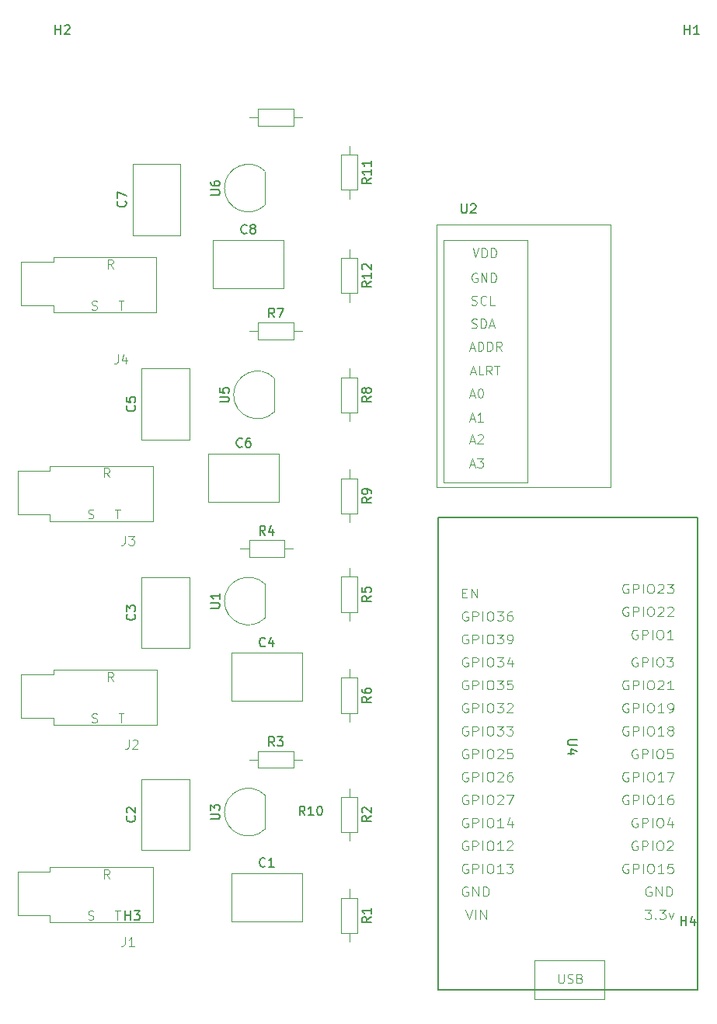
<source format=gto>
%TF.GenerationSoftware,KiCad,Pcbnew,8.0.2*%
%TF.CreationDate,2025-12-22T10:01:20-05:00*%
%TF.ProjectId,ct4,6374342e-6b69-4636-9164-5f7063625858,rev?*%
%TF.SameCoordinates,Original*%
%TF.FileFunction,Legend,Top*%
%TF.FilePolarity,Positive*%
%FSLAX46Y46*%
G04 Gerber Fmt 4.6, Leading zero omitted, Abs format (unit mm)*
G04 Created by KiCad (PCBNEW 8.0.2) date 2025-12-22 10:01:20*
%MOMM*%
%LPD*%
G01*
G04 APERTURE LIST*
%ADD10C,0.150000*%
%ADD11C,0.100000*%
%ADD12C,0.120000*%
%ADD13C,0.200000*%
G04 APERTURE END LIST*
D10*
X99168095Y-173094819D02*
X99168095Y-172094819D01*
X99168095Y-172571009D02*
X99739523Y-172571009D01*
X99739523Y-173094819D02*
X99739523Y-172094819D01*
X100644285Y-172428152D02*
X100644285Y-173094819D01*
X100406190Y-172047200D02*
X100168095Y-172761485D01*
X100168095Y-172761485D02*
X100787142Y-172761485D01*
X38608095Y-172484819D02*
X38608095Y-171484819D01*
X38608095Y-171961009D02*
X39179523Y-171961009D01*
X39179523Y-172484819D02*
X39179523Y-171484819D01*
X39560476Y-171484819D02*
X40179523Y-171484819D01*
X40179523Y-171484819D02*
X39846190Y-171865771D01*
X39846190Y-171865771D02*
X39989047Y-171865771D01*
X39989047Y-171865771D02*
X40084285Y-171913390D01*
X40084285Y-171913390D02*
X40131904Y-171961009D01*
X40131904Y-171961009D02*
X40179523Y-172056247D01*
X40179523Y-172056247D02*
X40179523Y-172294342D01*
X40179523Y-172294342D02*
X40131904Y-172389580D01*
X40131904Y-172389580D02*
X40084285Y-172437200D01*
X40084285Y-172437200D02*
X39989047Y-172484819D01*
X39989047Y-172484819D02*
X39703333Y-172484819D01*
X39703333Y-172484819D02*
X39608095Y-172437200D01*
X39608095Y-172437200D02*
X39560476Y-172389580D01*
X30988095Y-75964819D02*
X30988095Y-74964819D01*
X30988095Y-75441009D02*
X31559523Y-75441009D01*
X31559523Y-75964819D02*
X31559523Y-74964819D01*
X31988095Y-75060057D02*
X32035714Y-75012438D01*
X32035714Y-75012438D02*
X32130952Y-74964819D01*
X32130952Y-74964819D02*
X32369047Y-74964819D01*
X32369047Y-74964819D02*
X32464285Y-75012438D01*
X32464285Y-75012438D02*
X32511904Y-75060057D01*
X32511904Y-75060057D02*
X32559523Y-75155295D01*
X32559523Y-75155295D02*
X32559523Y-75250533D01*
X32559523Y-75250533D02*
X32511904Y-75393390D01*
X32511904Y-75393390D02*
X31940476Y-75964819D01*
X31940476Y-75964819D02*
X32559523Y-75964819D01*
X99568095Y-75964819D02*
X99568095Y-74964819D01*
X99568095Y-75441009D02*
X100139523Y-75441009D01*
X100139523Y-75964819D02*
X100139523Y-74964819D01*
X101139523Y-75964819D02*
X100568095Y-75964819D01*
X100853809Y-75964819D02*
X100853809Y-74964819D01*
X100853809Y-74964819D02*
X100758571Y-75107676D01*
X100758571Y-75107676D02*
X100663333Y-75202914D01*
X100663333Y-75202914D02*
X100568095Y-75250533D01*
D11*
X37766666Y-110877419D02*
X37766666Y-111591704D01*
X37766666Y-111591704D02*
X37719047Y-111734561D01*
X37719047Y-111734561D02*
X37623809Y-111829800D01*
X37623809Y-111829800D02*
X37480952Y-111877419D01*
X37480952Y-111877419D02*
X37385714Y-111877419D01*
X38671428Y-111210752D02*
X38671428Y-111877419D01*
X38433333Y-110829800D02*
X38195238Y-111544085D01*
X38195238Y-111544085D02*
X38814285Y-111544085D01*
X37265312Y-101492419D02*
X36931979Y-101016228D01*
X36693884Y-101492419D02*
X36693884Y-100492419D01*
X36693884Y-100492419D02*
X37074836Y-100492419D01*
X37074836Y-100492419D02*
X37170074Y-100540038D01*
X37170074Y-100540038D02*
X37217693Y-100587657D01*
X37217693Y-100587657D02*
X37265312Y-100682895D01*
X37265312Y-100682895D02*
X37265312Y-100825752D01*
X37265312Y-100825752D02*
X37217693Y-100920990D01*
X37217693Y-100920990D02*
X37170074Y-100968609D01*
X37170074Y-100968609D02*
X37074836Y-101016228D01*
X37074836Y-101016228D02*
X36693884Y-101016228D01*
X34946265Y-105944800D02*
X35089122Y-105992419D01*
X35089122Y-105992419D02*
X35327217Y-105992419D01*
X35327217Y-105992419D02*
X35422455Y-105944800D01*
X35422455Y-105944800D02*
X35470074Y-105897180D01*
X35470074Y-105897180D02*
X35517693Y-105801942D01*
X35517693Y-105801942D02*
X35517693Y-105706704D01*
X35517693Y-105706704D02*
X35470074Y-105611466D01*
X35470074Y-105611466D02*
X35422455Y-105563847D01*
X35422455Y-105563847D02*
X35327217Y-105516228D01*
X35327217Y-105516228D02*
X35136741Y-105468609D01*
X35136741Y-105468609D02*
X35041503Y-105420990D01*
X35041503Y-105420990D02*
X34993884Y-105373371D01*
X34993884Y-105373371D02*
X34946265Y-105278133D01*
X34946265Y-105278133D02*
X34946265Y-105182895D01*
X34946265Y-105182895D02*
X34993884Y-105087657D01*
X34993884Y-105087657D02*
X35041503Y-105040038D01*
X35041503Y-105040038D02*
X35136741Y-104992419D01*
X35136741Y-104992419D02*
X35374836Y-104992419D01*
X35374836Y-104992419D02*
X35517693Y-105040038D01*
X37851027Y-104992419D02*
X38422455Y-104992419D01*
X38136741Y-105992419D02*
X38136741Y-104992419D01*
X38566666Y-130627419D02*
X38566666Y-131341704D01*
X38566666Y-131341704D02*
X38519047Y-131484561D01*
X38519047Y-131484561D02*
X38423809Y-131579800D01*
X38423809Y-131579800D02*
X38280952Y-131627419D01*
X38280952Y-131627419D02*
X38185714Y-131627419D01*
X38947619Y-130627419D02*
X39566666Y-130627419D01*
X39566666Y-130627419D02*
X39233333Y-131008371D01*
X39233333Y-131008371D02*
X39376190Y-131008371D01*
X39376190Y-131008371D02*
X39471428Y-131055990D01*
X39471428Y-131055990D02*
X39519047Y-131103609D01*
X39519047Y-131103609D02*
X39566666Y-131198847D01*
X39566666Y-131198847D02*
X39566666Y-131436942D01*
X39566666Y-131436942D02*
X39519047Y-131532180D01*
X39519047Y-131532180D02*
X39471428Y-131579800D01*
X39471428Y-131579800D02*
X39376190Y-131627419D01*
X39376190Y-131627419D02*
X39090476Y-131627419D01*
X39090476Y-131627419D02*
X38995238Y-131579800D01*
X38995238Y-131579800D02*
X38947619Y-131532180D01*
X34556265Y-128694800D02*
X34699122Y-128742419D01*
X34699122Y-128742419D02*
X34937217Y-128742419D01*
X34937217Y-128742419D02*
X35032455Y-128694800D01*
X35032455Y-128694800D02*
X35080074Y-128647180D01*
X35080074Y-128647180D02*
X35127693Y-128551942D01*
X35127693Y-128551942D02*
X35127693Y-128456704D01*
X35127693Y-128456704D02*
X35080074Y-128361466D01*
X35080074Y-128361466D02*
X35032455Y-128313847D01*
X35032455Y-128313847D02*
X34937217Y-128266228D01*
X34937217Y-128266228D02*
X34746741Y-128218609D01*
X34746741Y-128218609D02*
X34651503Y-128170990D01*
X34651503Y-128170990D02*
X34603884Y-128123371D01*
X34603884Y-128123371D02*
X34556265Y-128028133D01*
X34556265Y-128028133D02*
X34556265Y-127932895D01*
X34556265Y-127932895D02*
X34603884Y-127837657D01*
X34603884Y-127837657D02*
X34651503Y-127790038D01*
X34651503Y-127790038D02*
X34746741Y-127742419D01*
X34746741Y-127742419D02*
X34984836Y-127742419D01*
X34984836Y-127742419D02*
X35127693Y-127790038D01*
X37461027Y-127742419D02*
X38032455Y-127742419D01*
X37746741Y-128742419D02*
X37746741Y-127742419D01*
X36875312Y-124242419D02*
X36541979Y-123766228D01*
X36303884Y-124242419D02*
X36303884Y-123242419D01*
X36303884Y-123242419D02*
X36684836Y-123242419D01*
X36684836Y-123242419D02*
X36780074Y-123290038D01*
X36780074Y-123290038D02*
X36827693Y-123337657D01*
X36827693Y-123337657D02*
X36875312Y-123432895D01*
X36875312Y-123432895D02*
X36875312Y-123575752D01*
X36875312Y-123575752D02*
X36827693Y-123670990D01*
X36827693Y-123670990D02*
X36780074Y-123718609D01*
X36780074Y-123718609D02*
X36684836Y-123766228D01*
X36684836Y-123766228D02*
X36303884Y-123766228D01*
D10*
X65374819Y-172166666D02*
X64898628Y-172499999D01*
X65374819Y-172738094D02*
X64374819Y-172738094D01*
X64374819Y-172738094D02*
X64374819Y-172357142D01*
X64374819Y-172357142D02*
X64422438Y-172261904D01*
X64422438Y-172261904D02*
X64470057Y-172214285D01*
X64470057Y-172214285D02*
X64565295Y-172166666D01*
X64565295Y-172166666D02*
X64708152Y-172166666D01*
X64708152Y-172166666D02*
X64803390Y-172214285D01*
X64803390Y-172214285D02*
X64851009Y-172261904D01*
X64851009Y-172261904D02*
X64898628Y-172357142D01*
X64898628Y-172357142D02*
X64898628Y-172738094D01*
X65374819Y-171214285D02*
X65374819Y-171785713D01*
X65374819Y-171499999D02*
X64374819Y-171499999D01*
X64374819Y-171499999D02*
X64517676Y-171595237D01*
X64517676Y-171595237D02*
X64612914Y-171690475D01*
X64612914Y-171690475D02*
X64660533Y-171785713D01*
X87817640Y-152842908D02*
X87008117Y-152842908D01*
X87008117Y-152842908D02*
X86912879Y-152890527D01*
X86912879Y-152890527D02*
X86865260Y-152938146D01*
X86865260Y-152938146D02*
X86817640Y-153033384D01*
X86817640Y-153033384D02*
X86817640Y-153223860D01*
X86817640Y-153223860D02*
X86865260Y-153319098D01*
X86865260Y-153319098D02*
X86912879Y-153366717D01*
X86912879Y-153366717D02*
X87008117Y-153414336D01*
X87008117Y-153414336D02*
X87817640Y-153414336D01*
X87484307Y-154319098D02*
X86817640Y-154319098D01*
X87865260Y-154081003D02*
X87150974Y-153842908D01*
X87150974Y-153842908D02*
X87150974Y-154461955D01*
D11*
X94403884Y-140920038D02*
X94299122Y-140872419D01*
X94299122Y-140872419D02*
X94141979Y-140872419D01*
X94141979Y-140872419D02*
X93984836Y-140920038D01*
X93984836Y-140920038D02*
X93880074Y-141015276D01*
X93880074Y-141015276D02*
X93827693Y-141110514D01*
X93827693Y-141110514D02*
X93775312Y-141300990D01*
X93775312Y-141300990D02*
X93775312Y-141443847D01*
X93775312Y-141443847D02*
X93827693Y-141634323D01*
X93827693Y-141634323D02*
X93880074Y-141729561D01*
X93880074Y-141729561D02*
X93984836Y-141824800D01*
X93984836Y-141824800D02*
X94141979Y-141872419D01*
X94141979Y-141872419D02*
X94246741Y-141872419D01*
X94246741Y-141872419D02*
X94403884Y-141824800D01*
X94403884Y-141824800D02*
X94456265Y-141777180D01*
X94456265Y-141777180D02*
X94456265Y-141443847D01*
X94456265Y-141443847D02*
X94246741Y-141443847D01*
X94927693Y-141872419D02*
X94927693Y-140872419D01*
X94927693Y-140872419D02*
X95346741Y-140872419D01*
X95346741Y-140872419D02*
X95451503Y-140920038D01*
X95451503Y-140920038D02*
X95503884Y-140967657D01*
X95503884Y-140967657D02*
X95556265Y-141062895D01*
X95556265Y-141062895D02*
X95556265Y-141205752D01*
X95556265Y-141205752D02*
X95503884Y-141300990D01*
X95503884Y-141300990D02*
X95451503Y-141348609D01*
X95451503Y-141348609D02*
X95346741Y-141396228D01*
X95346741Y-141396228D02*
X94927693Y-141396228D01*
X96027693Y-141872419D02*
X96027693Y-140872419D01*
X96761027Y-140872419D02*
X96970551Y-140872419D01*
X96970551Y-140872419D02*
X97075313Y-140920038D01*
X97075313Y-140920038D02*
X97180075Y-141015276D01*
X97180075Y-141015276D02*
X97232456Y-141205752D01*
X97232456Y-141205752D02*
X97232456Y-141539085D01*
X97232456Y-141539085D02*
X97180075Y-141729561D01*
X97180075Y-141729561D02*
X97075313Y-141824800D01*
X97075313Y-141824800D02*
X96970551Y-141872419D01*
X96970551Y-141872419D02*
X96761027Y-141872419D01*
X96761027Y-141872419D02*
X96656265Y-141824800D01*
X96656265Y-141824800D02*
X96551503Y-141729561D01*
X96551503Y-141729561D02*
X96499122Y-141539085D01*
X96499122Y-141539085D02*
X96499122Y-141205752D01*
X96499122Y-141205752D02*
X96551503Y-141015276D01*
X96551503Y-141015276D02*
X96656265Y-140920038D01*
X96656265Y-140920038D02*
X96761027Y-140872419D01*
X98280075Y-141872419D02*
X97651503Y-141872419D01*
X97965789Y-141872419D02*
X97965789Y-140872419D01*
X97965789Y-140872419D02*
X97861027Y-141015276D01*
X97861027Y-141015276D02*
X97756265Y-141110514D01*
X97756265Y-141110514D02*
X97651503Y-141158133D01*
X75903884Y-156420038D02*
X75799122Y-156372419D01*
X75799122Y-156372419D02*
X75641979Y-156372419D01*
X75641979Y-156372419D02*
X75484836Y-156420038D01*
X75484836Y-156420038D02*
X75380074Y-156515276D01*
X75380074Y-156515276D02*
X75327693Y-156610514D01*
X75327693Y-156610514D02*
X75275312Y-156800990D01*
X75275312Y-156800990D02*
X75275312Y-156943847D01*
X75275312Y-156943847D02*
X75327693Y-157134323D01*
X75327693Y-157134323D02*
X75380074Y-157229561D01*
X75380074Y-157229561D02*
X75484836Y-157324800D01*
X75484836Y-157324800D02*
X75641979Y-157372419D01*
X75641979Y-157372419D02*
X75746741Y-157372419D01*
X75746741Y-157372419D02*
X75903884Y-157324800D01*
X75903884Y-157324800D02*
X75956265Y-157277180D01*
X75956265Y-157277180D02*
X75956265Y-156943847D01*
X75956265Y-156943847D02*
X75746741Y-156943847D01*
X76427693Y-157372419D02*
X76427693Y-156372419D01*
X76427693Y-156372419D02*
X76846741Y-156372419D01*
X76846741Y-156372419D02*
X76951503Y-156420038D01*
X76951503Y-156420038D02*
X77003884Y-156467657D01*
X77003884Y-156467657D02*
X77056265Y-156562895D01*
X77056265Y-156562895D02*
X77056265Y-156705752D01*
X77056265Y-156705752D02*
X77003884Y-156800990D01*
X77003884Y-156800990D02*
X76951503Y-156848609D01*
X76951503Y-156848609D02*
X76846741Y-156896228D01*
X76846741Y-156896228D02*
X76427693Y-156896228D01*
X77527693Y-157372419D02*
X77527693Y-156372419D01*
X78261027Y-156372419D02*
X78470551Y-156372419D01*
X78470551Y-156372419D02*
X78575313Y-156420038D01*
X78575313Y-156420038D02*
X78680075Y-156515276D01*
X78680075Y-156515276D02*
X78732456Y-156705752D01*
X78732456Y-156705752D02*
X78732456Y-157039085D01*
X78732456Y-157039085D02*
X78680075Y-157229561D01*
X78680075Y-157229561D02*
X78575313Y-157324800D01*
X78575313Y-157324800D02*
X78470551Y-157372419D01*
X78470551Y-157372419D02*
X78261027Y-157372419D01*
X78261027Y-157372419D02*
X78156265Y-157324800D01*
X78156265Y-157324800D02*
X78051503Y-157229561D01*
X78051503Y-157229561D02*
X77999122Y-157039085D01*
X77999122Y-157039085D02*
X77999122Y-156705752D01*
X77999122Y-156705752D02*
X78051503Y-156515276D01*
X78051503Y-156515276D02*
X78156265Y-156420038D01*
X78156265Y-156420038D02*
X78261027Y-156372419D01*
X79151503Y-156467657D02*
X79203884Y-156420038D01*
X79203884Y-156420038D02*
X79308646Y-156372419D01*
X79308646Y-156372419D02*
X79570551Y-156372419D01*
X79570551Y-156372419D02*
X79675313Y-156420038D01*
X79675313Y-156420038D02*
X79727694Y-156467657D01*
X79727694Y-156467657D02*
X79780075Y-156562895D01*
X79780075Y-156562895D02*
X79780075Y-156658133D01*
X79780075Y-156658133D02*
X79727694Y-156800990D01*
X79727694Y-156800990D02*
X79099122Y-157372419D01*
X79099122Y-157372419D02*
X79780075Y-157372419D01*
X80722932Y-156372419D02*
X80513408Y-156372419D01*
X80513408Y-156372419D02*
X80408646Y-156420038D01*
X80408646Y-156420038D02*
X80356265Y-156467657D01*
X80356265Y-156467657D02*
X80251503Y-156610514D01*
X80251503Y-156610514D02*
X80199122Y-156800990D01*
X80199122Y-156800990D02*
X80199122Y-157181942D01*
X80199122Y-157181942D02*
X80251503Y-157277180D01*
X80251503Y-157277180D02*
X80303884Y-157324800D01*
X80303884Y-157324800D02*
X80408646Y-157372419D01*
X80408646Y-157372419D02*
X80618170Y-157372419D01*
X80618170Y-157372419D02*
X80722932Y-157324800D01*
X80722932Y-157324800D02*
X80775313Y-157277180D01*
X80775313Y-157277180D02*
X80827694Y-157181942D01*
X80827694Y-157181942D02*
X80827694Y-156943847D01*
X80827694Y-156943847D02*
X80775313Y-156848609D01*
X80775313Y-156848609D02*
X80722932Y-156800990D01*
X80722932Y-156800990D02*
X80618170Y-156753371D01*
X80618170Y-156753371D02*
X80408646Y-156753371D01*
X80408646Y-156753371D02*
X80303884Y-156800990D01*
X80303884Y-156800990D02*
X80251503Y-156848609D01*
X80251503Y-156848609D02*
X80199122Y-156943847D01*
X75903884Y-141420038D02*
X75799122Y-141372419D01*
X75799122Y-141372419D02*
X75641979Y-141372419D01*
X75641979Y-141372419D02*
X75484836Y-141420038D01*
X75484836Y-141420038D02*
X75380074Y-141515276D01*
X75380074Y-141515276D02*
X75327693Y-141610514D01*
X75327693Y-141610514D02*
X75275312Y-141800990D01*
X75275312Y-141800990D02*
X75275312Y-141943847D01*
X75275312Y-141943847D02*
X75327693Y-142134323D01*
X75327693Y-142134323D02*
X75380074Y-142229561D01*
X75380074Y-142229561D02*
X75484836Y-142324800D01*
X75484836Y-142324800D02*
X75641979Y-142372419D01*
X75641979Y-142372419D02*
X75746741Y-142372419D01*
X75746741Y-142372419D02*
X75903884Y-142324800D01*
X75903884Y-142324800D02*
X75956265Y-142277180D01*
X75956265Y-142277180D02*
X75956265Y-141943847D01*
X75956265Y-141943847D02*
X75746741Y-141943847D01*
X76427693Y-142372419D02*
X76427693Y-141372419D01*
X76427693Y-141372419D02*
X76846741Y-141372419D01*
X76846741Y-141372419D02*
X76951503Y-141420038D01*
X76951503Y-141420038D02*
X77003884Y-141467657D01*
X77003884Y-141467657D02*
X77056265Y-141562895D01*
X77056265Y-141562895D02*
X77056265Y-141705752D01*
X77056265Y-141705752D02*
X77003884Y-141800990D01*
X77003884Y-141800990D02*
X76951503Y-141848609D01*
X76951503Y-141848609D02*
X76846741Y-141896228D01*
X76846741Y-141896228D02*
X76427693Y-141896228D01*
X77527693Y-142372419D02*
X77527693Y-141372419D01*
X78261027Y-141372419D02*
X78470551Y-141372419D01*
X78470551Y-141372419D02*
X78575313Y-141420038D01*
X78575313Y-141420038D02*
X78680075Y-141515276D01*
X78680075Y-141515276D02*
X78732456Y-141705752D01*
X78732456Y-141705752D02*
X78732456Y-142039085D01*
X78732456Y-142039085D02*
X78680075Y-142229561D01*
X78680075Y-142229561D02*
X78575313Y-142324800D01*
X78575313Y-142324800D02*
X78470551Y-142372419D01*
X78470551Y-142372419D02*
X78261027Y-142372419D01*
X78261027Y-142372419D02*
X78156265Y-142324800D01*
X78156265Y-142324800D02*
X78051503Y-142229561D01*
X78051503Y-142229561D02*
X77999122Y-142039085D01*
X77999122Y-142039085D02*
X77999122Y-141705752D01*
X77999122Y-141705752D02*
X78051503Y-141515276D01*
X78051503Y-141515276D02*
X78156265Y-141420038D01*
X78156265Y-141420038D02*
X78261027Y-141372419D01*
X79099122Y-141372419D02*
X79780075Y-141372419D01*
X79780075Y-141372419D02*
X79413408Y-141753371D01*
X79413408Y-141753371D02*
X79570551Y-141753371D01*
X79570551Y-141753371D02*
X79675313Y-141800990D01*
X79675313Y-141800990D02*
X79727694Y-141848609D01*
X79727694Y-141848609D02*
X79780075Y-141943847D01*
X79780075Y-141943847D02*
X79780075Y-142181942D01*
X79780075Y-142181942D02*
X79727694Y-142277180D01*
X79727694Y-142277180D02*
X79675313Y-142324800D01*
X79675313Y-142324800D02*
X79570551Y-142372419D01*
X79570551Y-142372419D02*
X79256265Y-142372419D01*
X79256265Y-142372419D02*
X79151503Y-142324800D01*
X79151503Y-142324800D02*
X79099122Y-142277180D01*
X80303884Y-142372419D02*
X80513408Y-142372419D01*
X80513408Y-142372419D02*
X80618170Y-142324800D01*
X80618170Y-142324800D02*
X80670551Y-142277180D01*
X80670551Y-142277180D02*
X80775313Y-142134323D01*
X80775313Y-142134323D02*
X80827694Y-141943847D01*
X80827694Y-141943847D02*
X80827694Y-141562895D01*
X80827694Y-141562895D02*
X80775313Y-141467657D01*
X80775313Y-141467657D02*
X80722932Y-141420038D01*
X80722932Y-141420038D02*
X80618170Y-141372419D01*
X80618170Y-141372419D02*
X80408646Y-141372419D01*
X80408646Y-141372419D02*
X80303884Y-141420038D01*
X80303884Y-141420038D02*
X80251503Y-141467657D01*
X80251503Y-141467657D02*
X80199122Y-141562895D01*
X80199122Y-141562895D02*
X80199122Y-141800990D01*
X80199122Y-141800990D02*
X80251503Y-141896228D01*
X80251503Y-141896228D02*
X80303884Y-141943847D01*
X80303884Y-141943847D02*
X80408646Y-141991466D01*
X80408646Y-141991466D02*
X80618170Y-141991466D01*
X80618170Y-141991466D02*
X80722932Y-141943847D01*
X80722932Y-141943847D02*
X80775313Y-141896228D01*
X80775313Y-141896228D02*
X80827694Y-141800990D01*
X75903884Y-158920038D02*
X75799122Y-158872419D01*
X75799122Y-158872419D02*
X75641979Y-158872419D01*
X75641979Y-158872419D02*
X75484836Y-158920038D01*
X75484836Y-158920038D02*
X75380074Y-159015276D01*
X75380074Y-159015276D02*
X75327693Y-159110514D01*
X75327693Y-159110514D02*
X75275312Y-159300990D01*
X75275312Y-159300990D02*
X75275312Y-159443847D01*
X75275312Y-159443847D02*
X75327693Y-159634323D01*
X75327693Y-159634323D02*
X75380074Y-159729561D01*
X75380074Y-159729561D02*
X75484836Y-159824800D01*
X75484836Y-159824800D02*
X75641979Y-159872419D01*
X75641979Y-159872419D02*
X75746741Y-159872419D01*
X75746741Y-159872419D02*
X75903884Y-159824800D01*
X75903884Y-159824800D02*
X75956265Y-159777180D01*
X75956265Y-159777180D02*
X75956265Y-159443847D01*
X75956265Y-159443847D02*
X75746741Y-159443847D01*
X76427693Y-159872419D02*
X76427693Y-158872419D01*
X76427693Y-158872419D02*
X76846741Y-158872419D01*
X76846741Y-158872419D02*
X76951503Y-158920038D01*
X76951503Y-158920038D02*
X77003884Y-158967657D01*
X77003884Y-158967657D02*
X77056265Y-159062895D01*
X77056265Y-159062895D02*
X77056265Y-159205752D01*
X77056265Y-159205752D02*
X77003884Y-159300990D01*
X77003884Y-159300990D02*
X76951503Y-159348609D01*
X76951503Y-159348609D02*
X76846741Y-159396228D01*
X76846741Y-159396228D02*
X76427693Y-159396228D01*
X77527693Y-159872419D02*
X77527693Y-158872419D01*
X78261027Y-158872419D02*
X78470551Y-158872419D01*
X78470551Y-158872419D02*
X78575313Y-158920038D01*
X78575313Y-158920038D02*
X78680075Y-159015276D01*
X78680075Y-159015276D02*
X78732456Y-159205752D01*
X78732456Y-159205752D02*
X78732456Y-159539085D01*
X78732456Y-159539085D02*
X78680075Y-159729561D01*
X78680075Y-159729561D02*
X78575313Y-159824800D01*
X78575313Y-159824800D02*
X78470551Y-159872419D01*
X78470551Y-159872419D02*
X78261027Y-159872419D01*
X78261027Y-159872419D02*
X78156265Y-159824800D01*
X78156265Y-159824800D02*
X78051503Y-159729561D01*
X78051503Y-159729561D02*
X77999122Y-159539085D01*
X77999122Y-159539085D02*
X77999122Y-159205752D01*
X77999122Y-159205752D02*
X78051503Y-159015276D01*
X78051503Y-159015276D02*
X78156265Y-158920038D01*
X78156265Y-158920038D02*
X78261027Y-158872419D01*
X79151503Y-158967657D02*
X79203884Y-158920038D01*
X79203884Y-158920038D02*
X79308646Y-158872419D01*
X79308646Y-158872419D02*
X79570551Y-158872419D01*
X79570551Y-158872419D02*
X79675313Y-158920038D01*
X79675313Y-158920038D02*
X79727694Y-158967657D01*
X79727694Y-158967657D02*
X79780075Y-159062895D01*
X79780075Y-159062895D02*
X79780075Y-159158133D01*
X79780075Y-159158133D02*
X79727694Y-159300990D01*
X79727694Y-159300990D02*
X79099122Y-159872419D01*
X79099122Y-159872419D02*
X79780075Y-159872419D01*
X80146741Y-158872419D02*
X80880075Y-158872419D01*
X80880075Y-158872419D02*
X80408646Y-159872419D01*
X75903884Y-161420038D02*
X75799122Y-161372419D01*
X75799122Y-161372419D02*
X75641979Y-161372419D01*
X75641979Y-161372419D02*
X75484836Y-161420038D01*
X75484836Y-161420038D02*
X75380074Y-161515276D01*
X75380074Y-161515276D02*
X75327693Y-161610514D01*
X75327693Y-161610514D02*
X75275312Y-161800990D01*
X75275312Y-161800990D02*
X75275312Y-161943847D01*
X75275312Y-161943847D02*
X75327693Y-162134323D01*
X75327693Y-162134323D02*
X75380074Y-162229561D01*
X75380074Y-162229561D02*
X75484836Y-162324800D01*
X75484836Y-162324800D02*
X75641979Y-162372419D01*
X75641979Y-162372419D02*
X75746741Y-162372419D01*
X75746741Y-162372419D02*
X75903884Y-162324800D01*
X75903884Y-162324800D02*
X75956265Y-162277180D01*
X75956265Y-162277180D02*
X75956265Y-161943847D01*
X75956265Y-161943847D02*
X75746741Y-161943847D01*
X76427693Y-162372419D02*
X76427693Y-161372419D01*
X76427693Y-161372419D02*
X76846741Y-161372419D01*
X76846741Y-161372419D02*
X76951503Y-161420038D01*
X76951503Y-161420038D02*
X77003884Y-161467657D01*
X77003884Y-161467657D02*
X77056265Y-161562895D01*
X77056265Y-161562895D02*
X77056265Y-161705752D01*
X77056265Y-161705752D02*
X77003884Y-161800990D01*
X77003884Y-161800990D02*
X76951503Y-161848609D01*
X76951503Y-161848609D02*
X76846741Y-161896228D01*
X76846741Y-161896228D02*
X76427693Y-161896228D01*
X77527693Y-162372419D02*
X77527693Y-161372419D01*
X78261027Y-161372419D02*
X78470551Y-161372419D01*
X78470551Y-161372419D02*
X78575313Y-161420038D01*
X78575313Y-161420038D02*
X78680075Y-161515276D01*
X78680075Y-161515276D02*
X78732456Y-161705752D01*
X78732456Y-161705752D02*
X78732456Y-162039085D01*
X78732456Y-162039085D02*
X78680075Y-162229561D01*
X78680075Y-162229561D02*
X78575313Y-162324800D01*
X78575313Y-162324800D02*
X78470551Y-162372419D01*
X78470551Y-162372419D02*
X78261027Y-162372419D01*
X78261027Y-162372419D02*
X78156265Y-162324800D01*
X78156265Y-162324800D02*
X78051503Y-162229561D01*
X78051503Y-162229561D02*
X77999122Y-162039085D01*
X77999122Y-162039085D02*
X77999122Y-161705752D01*
X77999122Y-161705752D02*
X78051503Y-161515276D01*
X78051503Y-161515276D02*
X78156265Y-161420038D01*
X78156265Y-161420038D02*
X78261027Y-161372419D01*
X79780075Y-162372419D02*
X79151503Y-162372419D01*
X79465789Y-162372419D02*
X79465789Y-161372419D01*
X79465789Y-161372419D02*
X79361027Y-161515276D01*
X79361027Y-161515276D02*
X79256265Y-161610514D01*
X79256265Y-161610514D02*
X79151503Y-161658133D01*
X80722932Y-161705752D02*
X80722932Y-162372419D01*
X80461027Y-161324800D02*
X80199122Y-162039085D01*
X80199122Y-162039085D02*
X80880075Y-162039085D01*
X93403884Y-151420038D02*
X93299122Y-151372419D01*
X93299122Y-151372419D02*
X93141979Y-151372419D01*
X93141979Y-151372419D02*
X92984836Y-151420038D01*
X92984836Y-151420038D02*
X92880074Y-151515276D01*
X92880074Y-151515276D02*
X92827693Y-151610514D01*
X92827693Y-151610514D02*
X92775312Y-151800990D01*
X92775312Y-151800990D02*
X92775312Y-151943847D01*
X92775312Y-151943847D02*
X92827693Y-152134323D01*
X92827693Y-152134323D02*
X92880074Y-152229561D01*
X92880074Y-152229561D02*
X92984836Y-152324800D01*
X92984836Y-152324800D02*
X93141979Y-152372419D01*
X93141979Y-152372419D02*
X93246741Y-152372419D01*
X93246741Y-152372419D02*
X93403884Y-152324800D01*
X93403884Y-152324800D02*
X93456265Y-152277180D01*
X93456265Y-152277180D02*
X93456265Y-151943847D01*
X93456265Y-151943847D02*
X93246741Y-151943847D01*
X93927693Y-152372419D02*
X93927693Y-151372419D01*
X93927693Y-151372419D02*
X94346741Y-151372419D01*
X94346741Y-151372419D02*
X94451503Y-151420038D01*
X94451503Y-151420038D02*
X94503884Y-151467657D01*
X94503884Y-151467657D02*
X94556265Y-151562895D01*
X94556265Y-151562895D02*
X94556265Y-151705752D01*
X94556265Y-151705752D02*
X94503884Y-151800990D01*
X94503884Y-151800990D02*
X94451503Y-151848609D01*
X94451503Y-151848609D02*
X94346741Y-151896228D01*
X94346741Y-151896228D02*
X93927693Y-151896228D01*
X95027693Y-152372419D02*
X95027693Y-151372419D01*
X95761027Y-151372419D02*
X95970551Y-151372419D01*
X95970551Y-151372419D02*
X96075313Y-151420038D01*
X96075313Y-151420038D02*
X96180075Y-151515276D01*
X96180075Y-151515276D02*
X96232456Y-151705752D01*
X96232456Y-151705752D02*
X96232456Y-152039085D01*
X96232456Y-152039085D02*
X96180075Y-152229561D01*
X96180075Y-152229561D02*
X96075313Y-152324800D01*
X96075313Y-152324800D02*
X95970551Y-152372419D01*
X95970551Y-152372419D02*
X95761027Y-152372419D01*
X95761027Y-152372419D02*
X95656265Y-152324800D01*
X95656265Y-152324800D02*
X95551503Y-152229561D01*
X95551503Y-152229561D02*
X95499122Y-152039085D01*
X95499122Y-152039085D02*
X95499122Y-151705752D01*
X95499122Y-151705752D02*
X95551503Y-151515276D01*
X95551503Y-151515276D02*
X95656265Y-151420038D01*
X95656265Y-151420038D02*
X95761027Y-151372419D01*
X97280075Y-152372419D02*
X96651503Y-152372419D01*
X96965789Y-152372419D02*
X96965789Y-151372419D01*
X96965789Y-151372419D02*
X96861027Y-151515276D01*
X96861027Y-151515276D02*
X96756265Y-151610514D01*
X96756265Y-151610514D02*
X96651503Y-151658133D01*
X97908646Y-151800990D02*
X97803884Y-151753371D01*
X97803884Y-151753371D02*
X97751503Y-151705752D01*
X97751503Y-151705752D02*
X97699122Y-151610514D01*
X97699122Y-151610514D02*
X97699122Y-151562895D01*
X97699122Y-151562895D02*
X97751503Y-151467657D01*
X97751503Y-151467657D02*
X97803884Y-151420038D01*
X97803884Y-151420038D02*
X97908646Y-151372419D01*
X97908646Y-151372419D02*
X98118170Y-151372419D01*
X98118170Y-151372419D02*
X98222932Y-151420038D01*
X98222932Y-151420038D02*
X98275313Y-151467657D01*
X98275313Y-151467657D02*
X98327694Y-151562895D01*
X98327694Y-151562895D02*
X98327694Y-151610514D01*
X98327694Y-151610514D02*
X98275313Y-151705752D01*
X98275313Y-151705752D02*
X98222932Y-151753371D01*
X98222932Y-151753371D02*
X98118170Y-151800990D01*
X98118170Y-151800990D02*
X97908646Y-151800990D01*
X97908646Y-151800990D02*
X97803884Y-151848609D01*
X97803884Y-151848609D02*
X97751503Y-151896228D01*
X97751503Y-151896228D02*
X97699122Y-151991466D01*
X97699122Y-151991466D02*
X97699122Y-152181942D01*
X97699122Y-152181942D02*
X97751503Y-152277180D01*
X97751503Y-152277180D02*
X97803884Y-152324800D01*
X97803884Y-152324800D02*
X97908646Y-152372419D01*
X97908646Y-152372419D02*
X98118170Y-152372419D01*
X98118170Y-152372419D02*
X98222932Y-152324800D01*
X98222932Y-152324800D02*
X98275313Y-152277180D01*
X98275313Y-152277180D02*
X98327694Y-152181942D01*
X98327694Y-152181942D02*
X98327694Y-151991466D01*
X98327694Y-151991466D02*
X98275313Y-151896228D01*
X98275313Y-151896228D02*
X98222932Y-151848609D01*
X98222932Y-151848609D02*
X98118170Y-151800990D01*
X94403884Y-161420038D02*
X94299122Y-161372419D01*
X94299122Y-161372419D02*
X94141979Y-161372419D01*
X94141979Y-161372419D02*
X93984836Y-161420038D01*
X93984836Y-161420038D02*
X93880074Y-161515276D01*
X93880074Y-161515276D02*
X93827693Y-161610514D01*
X93827693Y-161610514D02*
X93775312Y-161800990D01*
X93775312Y-161800990D02*
X93775312Y-161943847D01*
X93775312Y-161943847D02*
X93827693Y-162134323D01*
X93827693Y-162134323D02*
X93880074Y-162229561D01*
X93880074Y-162229561D02*
X93984836Y-162324800D01*
X93984836Y-162324800D02*
X94141979Y-162372419D01*
X94141979Y-162372419D02*
X94246741Y-162372419D01*
X94246741Y-162372419D02*
X94403884Y-162324800D01*
X94403884Y-162324800D02*
X94456265Y-162277180D01*
X94456265Y-162277180D02*
X94456265Y-161943847D01*
X94456265Y-161943847D02*
X94246741Y-161943847D01*
X94927693Y-162372419D02*
X94927693Y-161372419D01*
X94927693Y-161372419D02*
X95346741Y-161372419D01*
X95346741Y-161372419D02*
X95451503Y-161420038D01*
X95451503Y-161420038D02*
X95503884Y-161467657D01*
X95503884Y-161467657D02*
X95556265Y-161562895D01*
X95556265Y-161562895D02*
X95556265Y-161705752D01*
X95556265Y-161705752D02*
X95503884Y-161800990D01*
X95503884Y-161800990D02*
X95451503Y-161848609D01*
X95451503Y-161848609D02*
X95346741Y-161896228D01*
X95346741Y-161896228D02*
X94927693Y-161896228D01*
X96027693Y-162372419D02*
X96027693Y-161372419D01*
X96761027Y-161372419D02*
X96970551Y-161372419D01*
X96970551Y-161372419D02*
X97075313Y-161420038D01*
X97075313Y-161420038D02*
X97180075Y-161515276D01*
X97180075Y-161515276D02*
X97232456Y-161705752D01*
X97232456Y-161705752D02*
X97232456Y-162039085D01*
X97232456Y-162039085D02*
X97180075Y-162229561D01*
X97180075Y-162229561D02*
X97075313Y-162324800D01*
X97075313Y-162324800D02*
X96970551Y-162372419D01*
X96970551Y-162372419D02*
X96761027Y-162372419D01*
X96761027Y-162372419D02*
X96656265Y-162324800D01*
X96656265Y-162324800D02*
X96551503Y-162229561D01*
X96551503Y-162229561D02*
X96499122Y-162039085D01*
X96499122Y-162039085D02*
X96499122Y-161705752D01*
X96499122Y-161705752D02*
X96551503Y-161515276D01*
X96551503Y-161515276D02*
X96656265Y-161420038D01*
X96656265Y-161420038D02*
X96761027Y-161372419D01*
X98175313Y-161705752D02*
X98175313Y-162372419D01*
X97913408Y-161324800D02*
X97651503Y-162039085D01*
X97651503Y-162039085D02*
X98332456Y-162039085D01*
X93403884Y-138420038D02*
X93299122Y-138372419D01*
X93299122Y-138372419D02*
X93141979Y-138372419D01*
X93141979Y-138372419D02*
X92984836Y-138420038D01*
X92984836Y-138420038D02*
X92880074Y-138515276D01*
X92880074Y-138515276D02*
X92827693Y-138610514D01*
X92827693Y-138610514D02*
X92775312Y-138800990D01*
X92775312Y-138800990D02*
X92775312Y-138943847D01*
X92775312Y-138943847D02*
X92827693Y-139134323D01*
X92827693Y-139134323D02*
X92880074Y-139229561D01*
X92880074Y-139229561D02*
X92984836Y-139324800D01*
X92984836Y-139324800D02*
X93141979Y-139372419D01*
X93141979Y-139372419D02*
X93246741Y-139372419D01*
X93246741Y-139372419D02*
X93403884Y-139324800D01*
X93403884Y-139324800D02*
X93456265Y-139277180D01*
X93456265Y-139277180D02*
X93456265Y-138943847D01*
X93456265Y-138943847D02*
X93246741Y-138943847D01*
X93927693Y-139372419D02*
X93927693Y-138372419D01*
X93927693Y-138372419D02*
X94346741Y-138372419D01*
X94346741Y-138372419D02*
X94451503Y-138420038D01*
X94451503Y-138420038D02*
X94503884Y-138467657D01*
X94503884Y-138467657D02*
X94556265Y-138562895D01*
X94556265Y-138562895D02*
X94556265Y-138705752D01*
X94556265Y-138705752D02*
X94503884Y-138800990D01*
X94503884Y-138800990D02*
X94451503Y-138848609D01*
X94451503Y-138848609D02*
X94346741Y-138896228D01*
X94346741Y-138896228D02*
X93927693Y-138896228D01*
X95027693Y-139372419D02*
X95027693Y-138372419D01*
X95761027Y-138372419D02*
X95970551Y-138372419D01*
X95970551Y-138372419D02*
X96075313Y-138420038D01*
X96075313Y-138420038D02*
X96180075Y-138515276D01*
X96180075Y-138515276D02*
X96232456Y-138705752D01*
X96232456Y-138705752D02*
X96232456Y-139039085D01*
X96232456Y-139039085D02*
X96180075Y-139229561D01*
X96180075Y-139229561D02*
X96075313Y-139324800D01*
X96075313Y-139324800D02*
X95970551Y-139372419D01*
X95970551Y-139372419D02*
X95761027Y-139372419D01*
X95761027Y-139372419D02*
X95656265Y-139324800D01*
X95656265Y-139324800D02*
X95551503Y-139229561D01*
X95551503Y-139229561D02*
X95499122Y-139039085D01*
X95499122Y-139039085D02*
X95499122Y-138705752D01*
X95499122Y-138705752D02*
X95551503Y-138515276D01*
X95551503Y-138515276D02*
X95656265Y-138420038D01*
X95656265Y-138420038D02*
X95761027Y-138372419D01*
X96651503Y-138467657D02*
X96703884Y-138420038D01*
X96703884Y-138420038D02*
X96808646Y-138372419D01*
X96808646Y-138372419D02*
X97070551Y-138372419D01*
X97070551Y-138372419D02*
X97175313Y-138420038D01*
X97175313Y-138420038D02*
X97227694Y-138467657D01*
X97227694Y-138467657D02*
X97280075Y-138562895D01*
X97280075Y-138562895D02*
X97280075Y-138658133D01*
X97280075Y-138658133D02*
X97227694Y-138800990D01*
X97227694Y-138800990D02*
X96599122Y-139372419D01*
X96599122Y-139372419D02*
X97280075Y-139372419D01*
X97699122Y-138467657D02*
X97751503Y-138420038D01*
X97751503Y-138420038D02*
X97856265Y-138372419D01*
X97856265Y-138372419D02*
X98118170Y-138372419D01*
X98118170Y-138372419D02*
X98222932Y-138420038D01*
X98222932Y-138420038D02*
X98275313Y-138467657D01*
X98275313Y-138467657D02*
X98327694Y-138562895D01*
X98327694Y-138562895D02*
X98327694Y-138658133D01*
X98327694Y-138658133D02*
X98275313Y-138800990D01*
X98275313Y-138800990D02*
X97646741Y-139372419D01*
X97646741Y-139372419D02*
X98327694Y-139372419D01*
X85803884Y-178372419D02*
X85803884Y-179181942D01*
X85803884Y-179181942D02*
X85851503Y-179277180D01*
X85851503Y-179277180D02*
X85899122Y-179324800D01*
X85899122Y-179324800D02*
X85994360Y-179372419D01*
X85994360Y-179372419D02*
X86184836Y-179372419D01*
X86184836Y-179372419D02*
X86280074Y-179324800D01*
X86280074Y-179324800D02*
X86327693Y-179277180D01*
X86327693Y-179277180D02*
X86375312Y-179181942D01*
X86375312Y-179181942D02*
X86375312Y-178372419D01*
X86803884Y-179324800D02*
X86946741Y-179372419D01*
X86946741Y-179372419D02*
X87184836Y-179372419D01*
X87184836Y-179372419D02*
X87280074Y-179324800D01*
X87280074Y-179324800D02*
X87327693Y-179277180D01*
X87327693Y-179277180D02*
X87375312Y-179181942D01*
X87375312Y-179181942D02*
X87375312Y-179086704D01*
X87375312Y-179086704D02*
X87327693Y-178991466D01*
X87327693Y-178991466D02*
X87280074Y-178943847D01*
X87280074Y-178943847D02*
X87184836Y-178896228D01*
X87184836Y-178896228D02*
X86994360Y-178848609D01*
X86994360Y-178848609D02*
X86899122Y-178800990D01*
X86899122Y-178800990D02*
X86851503Y-178753371D01*
X86851503Y-178753371D02*
X86803884Y-178658133D01*
X86803884Y-178658133D02*
X86803884Y-178562895D01*
X86803884Y-178562895D02*
X86851503Y-178467657D01*
X86851503Y-178467657D02*
X86899122Y-178420038D01*
X86899122Y-178420038D02*
X86994360Y-178372419D01*
X86994360Y-178372419D02*
X87232455Y-178372419D01*
X87232455Y-178372419D02*
X87375312Y-178420038D01*
X88137217Y-178848609D02*
X88280074Y-178896228D01*
X88280074Y-178896228D02*
X88327693Y-178943847D01*
X88327693Y-178943847D02*
X88375312Y-179039085D01*
X88375312Y-179039085D02*
X88375312Y-179181942D01*
X88375312Y-179181942D02*
X88327693Y-179277180D01*
X88327693Y-179277180D02*
X88280074Y-179324800D01*
X88280074Y-179324800D02*
X88184836Y-179372419D01*
X88184836Y-179372419D02*
X87803884Y-179372419D01*
X87803884Y-179372419D02*
X87803884Y-178372419D01*
X87803884Y-178372419D02*
X88137217Y-178372419D01*
X88137217Y-178372419D02*
X88232455Y-178420038D01*
X88232455Y-178420038D02*
X88280074Y-178467657D01*
X88280074Y-178467657D02*
X88327693Y-178562895D01*
X88327693Y-178562895D02*
X88327693Y-178658133D01*
X88327693Y-178658133D02*
X88280074Y-178753371D01*
X88280074Y-178753371D02*
X88232455Y-178800990D01*
X88232455Y-178800990D02*
X88137217Y-178848609D01*
X88137217Y-178848609D02*
X87803884Y-178848609D01*
X75903884Y-138920038D02*
X75799122Y-138872419D01*
X75799122Y-138872419D02*
X75641979Y-138872419D01*
X75641979Y-138872419D02*
X75484836Y-138920038D01*
X75484836Y-138920038D02*
X75380074Y-139015276D01*
X75380074Y-139015276D02*
X75327693Y-139110514D01*
X75327693Y-139110514D02*
X75275312Y-139300990D01*
X75275312Y-139300990D02*
X75275312Y-139443847D01*
X75275312Y-139443847D02*
X75327693Y-139634323D01*
X75327693Y-139634323D02*
X75380074Y-139729561D01*
X75380074Y-139729561D02*
X75484836Y-139824800D01*
X75484836Y-139824800D02*
X75641979Y-139872419D01*
X75641979Y-139872419D02*
X75746741Y-139872419D01*
X75746741Y-139872419D02*
X75903884Y-139824800D01*
X75903884Y-139824800D02*
X75956265Y-139777180D01*
X75956265Y-139777180D02*
X75956265Y-139443847D01*
X75956265Y-139443847D02*
X75746741Y-139443847D01*
X76427693Y-139872419D02*
X76427693Y-138872419D01*
X76427693Y-138872419D02*
X76846741Y-138872419D01*
X76846741Y-138872419D02*
X76951503Y-138920038D01*
X76951503Y-138920038D02*
X77003884Y-138967657D01*
X77003884Y-138967657D02*
X77056265Y-139062895D01*
X77056265Y-139062895D02*
X77056265Y-139205752D01*
X77056265Y-139205752D02*
X77003884Y-139300990D01*
X77003884Y-139300990D02*
X76951503Y-139348609D01*
X76951503Y-139348609D02*
X76846741Y-139396228D01*
X76846741Y-139396228D02*
X76427693Y-139396228D01*
X77527693Y-139872419D02*
X77527693Y-138872419D01*
X78261027Y-138872419D02*
X78470551Y-138872419D01*
X78470551Y-138872419D02*
X78575313Y-138920038D01*
X78575313Y-138920038D02*
X78680075Y-139015276D01*
X78680075Y-139015276D02*
X78732456Y-139205752D01*
X78732456Y-139205752D02*
X78732456Y-139539085D01*
X78732456Y-139539085D02*
X78680075Y-139729561D01*
X78680075Y-139729561D02*
X78575313Y-139824800D01*
X78575313Y-139824800D02*
X78470551Y-139872419D01*
X78470551Y-139872419D02*
X78261027Y-139872419D01*
X78261027Y-139872419D02*
X78156265Y-139824800D01*
X78156265Y-139824800D02*
X78051503Y-139729561D01*
X78051503Y-139729561D02*
X77999122Y-139539085D01*
X77999122Y-139539085D02*
X77999122Y-139205752D01*
X77999122Y-139205752D02*
X78051503Y-139015276D01*
X78051503Y-139015276D02*
X78156265Y-138920038D01*
X78156265Y-138920038D02*
X78261027Y-138872419D01*
X79099122Y-138872419D02*
X79780075Y-138872419D01*
X79780075Y-138872419D02*
X79413408Y-139253371D01*
X79413408Y-139253371D02*
X79570551Y-139253371D01*
X79570551Y-139253371D02*
X79675313Y-139300990D01*
X79675313Y-139300990D02*
X79727694Y-139348609D01*
X79727694Y-139348609D02*
X79780075Y-139443847D01*
X79780075Y-139443847D02*
X79780075Y-139681942D01*
X79780075Y-139681942D02*
X79727694Y-139777180D01*
X79727694Y-139777180D02*
X79675313Y-139824800D01*
X79675313Y-139824800D02*
X79570551Y-139872419D01*
X79570551Y-139872419D02*
X79256265Y-139872419D01*
X79256265Y-139872419D02*
X79151503Y-139824800D01*
X79151503Y-139824800D02*
X79099122Y-139777180D01*
X80722932Y-138872419D02*
X80513408Y-138872419D01*
X80513408Y-138872419D02*
X80408646Y-138920038D01*
X80408646Y-138920038D02*
X80356265Y-138967657D01*
X80356265Y-138967657D02*
X80251503Y-139110514D01*
X80251503Y-139110514D02*
X80199122Y-139300990D01*
X80199122Y-139300990D02*
X80199122Y-139681942D01*
X80199122Y-139681942D02*
X80251503Y-139777180D01*
X80251503Y-139777180D02*
X80303884Y-139824800D01*
X80303884Y-139824800D02*
X80408646Y-139872419D01*
X80408646Y-139872419D02*
X80618170Y-139872419D01*
X80618170Y-139872419D02*
X80722932Y-139824800D01*
X80722932Y-139824800D02*
X80775313Y-139777180D01*
X80775313Y-139777180D02*
X80827694Y-139681942D01*
X80827694Y-139681942D02*
X80827694Y-139443847D01*
X80827694Y-139443847D02*
X80775313Y-139348609D01*
X80775313Y-139348609D02*
X80722932Y-139300990D01*
X80722932Y-139300990D02*
X80618170Y-139253371D01*
X80618170Y-139253371D02*
X80408646Y-139253371D01*
X80408646Y-139253371D02*
X80303884Y-139300990D01*
X80303884Y-139300990D02*
X80251503Y-139348609D01*
X80251503Y-139348609D02*
X80199122Y-139443847D01*
X93403884Y-146420038D02*
X93299122Y-146372419D01*
X93299122Y-146372419D02*
X93141979Y-146372419D01*
X93141979Y-146372419D02*
X92984836Y-146420038D01*
X92984836Y-146420038D02*
X92880074Y-146515276D01*
X92880074Y-146515276D02*
X92827693Y-146610514D01*
X92827693Y-146610514D02*
X92775312Y-146800990D01*
X92775312Y-146800990D02*
X92775312Y-146943847D01*
X92775312Y-146943847D02*
X92827693Y-147134323D01*
X92827693Y-147134323D02*
X92880074Y-147229561D01*
X92880074Y-147229561D02*
X92984836Y-147324800D01*
X92984836Y-147324800D02*
X93141979Y-147372419D01*
X93141979Y-147372419D02*
X93246741Y-147372419D01*
X93246741Y-147372419D02*
X93403884Y-147324800D01*
X93403884Y-147324800D02*
X93456265Y-147277180D01*
X93456265Y-147277180D02*
X93456265Y-146943847D01*
X93456265Y-146943847D02*
X93246741Y-146943847D01*
X93927693Y-147372419D02*
X93927693Y-146372419D01*
X93927693Y-146372419D02*
X94346741Y-146372419D01*
X94346741Y-146372419D02*
X94451503Y-146420038D01*
X94451503Y-146420038D02*
X94503884Y-146467657D01*
X94503884Y-146467657D02*
X94556265Y-146562895D01*
X94556265Y-146562895D02*
X94556265Y-146705752D01*
X94556265Y-146705752D02*
X94503884Y-146800990D01*
X94503884Y-146800990D02*
X94451503Y-146848609D01*
X94451503Y-146848609D02*
X94346741Y-146896228D01*
X94346741Y-146896228D02*
X93927693Y-146896228D01*
X95027693Y-147372419D02*
X95027693Y-146372419D01*
X95761027Y-146372419D02*
X95970551Y-146372419D01*
X95970551Y-146372419D02*
X96075313Y-146420038D01*
X96075313Y-146420038D02*
X96180075Y-146515276D01*
X96180075Y-146515276D02*
X96232456Y-146705752D01*
X96232456Y-146705752D02*
X96232456Y-147039085D01*
X96232456Y-147039085D02*
X96180075Y-147229561D01*
X96180075Y-147229561D02*
X96075313Y-147324800D01*
X96075313Y-147324800D02*
X95970551Y-147372419D01*
X95970551Y-147372419D02*
X95761027Y-147372419D01*
X95761027Y-147372419D02*
X95656265Y-147324800D01*
X95656265Y-147324800D02*
X95551503Y-147229561D01*
X95551503Y-147229561D02*
X95499122Y-147039085D01*
X95499122Y-147039085D02*
X95499122Y-146705752D01*
X95499122Y-146705752D02*
X95551503Y-146515276D01*
X95551503Y-146515276D02*
X95656265Y-146420038D01*
X95656265Y-146420038D02*
X95761027Y-146372419D01*
X96651503Y-146467657D02*
X96703884Y-146420038D01*
X96703884Y-146420038D02*
X96808646Y-146372419D01*
X96808646Y-146372419D02*
X97070551Y-146372419D01*
X97070551Y-146372419D02*
X97175313Y-146420038D01*
X97175313Y-146420038D02*
X97227694Y-146467657D01*
X97227694Y-146467657D02*
X97280075Y-146562895D01*
X97280075Y-146562895D02*
X97280075Y-146658133D01*
X97280075Y-146658133D02*
X97227694Y-146800990D01*
X97227694Y-146800990D02*
X96599122Y-147372419D01*
X96599122Y-147372419D02*
X97280075Y-147372419D01*
X98327694Y-147372419D02*
X97699122Y-147372419D01*
X98013408Y-147372419D02*
X98013408Y-146372419D01*
X98013408Y-146372419D02*
X97908646Y-146515276D01*
X97908646Y-146515276D02*
X97803884Y-146610514D01*
X97803884Y-146610514D02*
X97699122Y-146658133D01*
X93403884Y-158920038D02*
X93299122Y-158872419D01*
X93299122Y-158872419D02*
X93141979Y-158872419D01*
X93141979Y-158872419D02*
X92984836Y-158920038D01*
X92984836Y-158920038D02*
X92880074Y-159015276D01*
X92880074Y-159015276D02*
X92827693Y-159110514D01*
X92827693Y-159110514D02*
X92775312Y-159300990D01*
X92775312Y-159300990D02*
X92775312Y-159443847D01*
X92775312Y-159443847D02*
X92827693Y-159634323D01*
X92827693Y-159634323D02*
X92880074Y-159729561D01*
X92880074Y-159729561D02*
X92984836Y-159824800D01*
X92984836Y-159824800D02*
X93141979Y-159872419D01*
X93141979Y-159872419D02*
X93246741Y-159872419D01*
X93246741Y-159872419D02*
X93403884Y-159824800D01*
X93403884Y-159824800D02*
X93456265Y-159777180D01*
X93456265Y-159777180D02*
X93456265Y-159443847D01*
X93456265Y-159443847D02*
X93246741Y-159443847D01*
X93927693Y-159872419D02*
X93927693Y-158872419D01*
X93927693Y-158872419D02*
X94346741Y-158872419D01*
X94346741Y-158872419D02*
X94451503Y-158920038D01*
X94451503Y-158920038D02*
X94503884Y-158967657D01*
X94503884Y-158967657D02*
X94556265Y-159062895D01*
X94556265Y-159062895D02*
X94556265Y-159205752D01*
X94556265Y-159205752D02*
X94503884Y-159300990D01*
X94503884Y-159300990D02*
X94451503Y-159348609D01*
X94451503Y-159348609D02*
X94346741Y-159396228D01*
X94346741Y-159396228D02*
X93927693Y-159396228D01*
X95027693Y-159872419D02*
X95027693Y-158872419D01*
X95761027Y-158872419D02*
X95970551Y-158872419D01*
X95970551Y-158872419D02*
X96075313Y-158920038D01*
X96075313Y-158920038D02*
X96180075Y-159015276D01*
X96180075Y-159015276D02*
X96232456Y-159205752D01*
X96232456Y-159205752D02*
X96232456Y-159539085D01*
X96232456Y-159539085D02*
X96180075Y-159729561D01*
X96180075Y-159729561D02*
X96075313Y-159824800D01*
X96075313Y-159824800D02*
X95970551Y-159872419D01*
X95970551Y-159872419D02*
X95761027Y-159872419D01*
X95761027Y-159872419D02*
X95656265Y-159824800D01*
X95656265Y-159824800D02*
X95551503Y-159729561D01*
X95551503Y-159729561D02*
X95499122Y-159539085D01*
X95499122Y-159539085D02*
X95499122Y-159205752D01*
X95499122Y-159205752D02*
X95551503Y-159015276D01*
X95551503Y-159015276D02*
X95656265Y-158920038D01*
X95656265Y-158920038D02*
X95761027Y-158872419D01*
X97280075Y-159872419D02*
X96651503Y-159872419D01*
X96965789Y-159872419D02*
X96965789Y-158872419D01*
X96965789Y-158872419D02*
X96861027Y-159015276D01*
X96861027Y-159015276D02*
X96756265Y-159110514D01*
X96756265Y-159110514D02*
X96651503Y-159158133D01*
X98222932Y-158872419D02*
X98013408Y-158872419D01*
X98013408Y-158872419D02*
X97908646Y-158920038D01*
X97908646Y-158920038D02*
X97856265Y-158967657D01*
X97856265Y-158967657D02*
X97751503Y-159110514D01*
X97751503Y-159110514D02*
X97699122Y-159300990D01*
X97699122Y-159300990D02*
X97699122Y-159681942D01*
X97699122Y-159681942D02*
X97751503Y-159777180D01*
X97751503Y-159777180D02*
X97803884Y-159824800D01*
X97803884Y-159824800D02*
X97908646Y-159872419D01*
X97908646Y-159872419D02*
X98118170Y-159872419D01*
X98118170Y-159872419D02*
X98222932Y-159824800D01*
X98222932Y-159824800D02*
X98275313Y-159777180D01*
X98275313Y-159777180D02*
X98327694Y-159681942D01*
X98327694Y-159681942D02*
X98327694Y-159443847D01*
X98327694Y-159443847D02*
X98275313Y-159348609D01*
X98275313Y-159348609D02*
X98222932Y-159300990D01*
X98222932Y-159300990D02*
X98118170Y-159253371D01*
X98118170Y-159253371D02*
X97908646Y-159253371D01*
X97908646Y-159253371D02*
X97803884Y-159300990D01*
X97803884Y-159300990D02*
X97751503Y-159348609D01*
X97751503Y-159348609D02*
X97699122Y-159443847D01*
X75903884Y-148920038D02*
X75799122Y-148872419D01*
X75799122Y-148872419D02*
X75641979Y-148872419D01*
X75641979Y-148872419D02*
X75484836Y-148920038D01*
X75484836Y-148920038D02*
X75380074Y-149015276D01*
X75380074Y-149015276D02*
X75327693Y-149110514D01*
X75327693Y-149110514D02*
X75275312Y-149300990D01*
X75275312Y-149300990D02*
X75275312Y-149443847D01*
X75275312Y-149443847D02*
X75327693Y-149634323D01*
X75327693Y-149634323D02*
X75380074Y-149729561D01*
X75380074Y-149729561D02*
X75484836Y-149824800D01*
X75484836Y-149824800D02*
X75641979Y-149872419D01*
X75641979Y-149872419D02*
X75746741Y-149872419D01*
X75746741Y-149872419D02*
X75903884Y-149824800D01*
X75903884Y-149824800D02*
X75956265Y-149777180D01*
X75956265Y-149777180D02*
X75956265Y-149443847D01*
X75956265Y-149443847D02*
X75746741Y-149443847D01*
X76427693Y-149872419D02*
X76427693Y-148872419D01*
X76427693Y-148872419D02*
X76846741Y-148872419D01*
X76846741Y-148872419D02*
X76951503Y-148920038D01*
X76951503Y-148920038D02*
X77003884Y-148967657D01*
X77003884Y-148967657D02*
X77056265Y-149062895D01*
X77056265Y-149062895D02*
X77056265Y-149205752D01*
X77056265Y-149205752D02*
X77003884Y-149300990D01*
X77003884Y-149300990D02*
X76951503Y-149348609D01*
X76951503Y-149348609D02*
X76846741Y-149396228D01*
X76846741Y-149396228D02*
X76427693Y-149396228D01*
X77527693Y-149872419D02*
X77527693Y-148872419D01*
X78261027Y-148872419D02*
X78470551Y-148872419D01*
X78470551Y-148872419D02*
X78575313Y-148920038D01*
X78575313Y-148920038D02*
X78680075Y-149015276D01*
X78680075Y-149015276D02*
X78732456Y-149205752D01*
X78732456Y-149205752D02*
X78732456Y-149539085D01*
X78732456Y-149539085D02*
X78680075Y-149729561D01*
X78680075Y-149729561D02*
X78575313Y-149824800D01*
X78575313Y-149824800D02*
X78470551Y-149872419D01*
X78470551Y-149872419D02*
X78261027Y-149872419D01*
X78261027Y-149872419D02*
X78156265Y-149824800D01*
X78156265Y-149824800D02*
X78051503Y-149729561D01*
X78051503Y-149729561D02*
X77999122Y-149539085D01*
X77999122Y-149539085D02*
X77999122Y-149205752D01*
X77999122Y-149205752D02*
X78051503Y-149015276D01*
X78051503Y-149015276D02*
X78156265Y-148920038D01*
X78156265Y-148920038D02*
X78261027Y-148872419D01*
X79099122Y-148872419D02*
X79780075Y-148872419D01*
X79780075Y-148872419D02*
X79413408Y-149253371D01*
X79413408Y-149253371D02*
X79570551Y-149253371D01*
X79570551Y-149253371D02*
X79675313Y-149300990D01*
X79675313Y-149300990D02*
X79727694Y-149348609D01*
X79727694Y-149348609D02*
X79780075Y-149443847D01*
X79780075Y-149443847D02*
X79780075Y-149681942D01*
X79780075Y-149681942D02*
X79727694Y-149777180D01*
X79727694Y-149777180D02*
X79675313Y-149824800D01*
X79675313Y-149824800D02*
X79570551Y-149872419D01*
X79570551Y-149872419D02*
X79256265Y-149872419D01*
X79256265Y-149872419D02*
X79151503Y-149824800D01*
X79151503Y-149824800D02*
X79099122Y-149777180D01*
X80199122Y-148967657D02*
X80251503Y-148920038D01*
X80251503Y-148920038D02*
X80356265Y-148872419D01*
X80356265Y-148872419D02*
X80618170Y-148872419D01*
X80618170Y-148872419D02*
X80722932Y-148920038D01*
X80722932Y-148920038D02*
X80775313Y-148967657D01*
X80775313Y-148967657D02*
X80827694Y-149062895D01*
X80827694Y-149062895D02*
X80827694Y-149158133D01*
X80827694Y-149158133D02*
X80775313Y-149300990D01*
X80775313Y-149300990D02*
X80146741Y-149872419D01*
X80146741Y-149872419D02*
X80827694Y-149872419D01*
X94403884Y-163920038D02*
X94299122Y-163872419D01*
X94299122Y-163872419D02*
X94141979Y-163872419D01*
X94141979Y-163872419D02*
X93984836Y-163920038D01*
X93984836Y-163920038D02*
X93880074Y-164015276D01*
X93880074Y-164015276D02*
X93827693Y-164110514D01*
X93827693Y-164110514D02*
X93775312Y-164300990D01*
X93775312Y-164300990D02*
X93775312Y-164443847D01*
X93775312Y-164443847D02*
X93827693Y-164634323D01*
X93827693Y-164634323D02*
X93880074Y-164729561D01*
X93880074Y-164729561D02*
X93984836Y-164824800D01*
X93984836Y-164824800D02*
X94141979Y-164872419D01*
X94141979Y-164872419D02*
X94246741Y-164872419D01*
X94246741Y-164872419D02*
X94403884Y-164824800D01*
X94403884Y-164824800D02*
X94456265Y-164777180D01*
X94456265Y-164777180D02*
X94456265Y-164443847D01*
X94456265Y-164443847D02*
X94246741Y-164443847D01*
X94927693Y-164872419D02*
X94927693Y-163872419D01*
X94927693Y-163872419D02*
X95346741Y-163872419D01*
X95346741Y-163872419D02*
X95451503Y-163920038D01*
X95451503Y-163920038D02*
X95503884Y-163967657D01*
X95503884Y-163967657D02*
X95556265Y-164062895D01*
X95556265Y-164062895D02*
X95556265Y-164205752D01*
X95556265Y-164205752D02*
X95503884Y-164300990D01*
X95503884Y-164300990D02*
X95451503Y-164348609D01*
X95451503Y-164348609D02*
X95346741Y-164396228D01*
X95346741Y-164396228D02*
X94927693Y-164396228D01*
X96027693Y-164872419D02*
X96027693Y-163872419D01*
X96761027Y-163872419D02*
X96970551Y-163872419D01*
X96970551Y-163872419D02*
X97075313Y-163920038D01*
X97075313Y-163920038D02*
X97180075Y-164015276D01*
X97180075Y-164015276D02*
X97232456Y-164205752D01*
X97232456Y-164205752D02*
X97232456Y-164539085D01*
X97232456Y-164539085D02*
X97180075Y-164729561D01*
X97180075Y-164729561D02*
X97075313Y-164824800D01*
X97075313Y-164824800D02*
X96970551Y-164872419D01*
X96970551Y-164872419D02*
X96761027Y-164872419D01*
X96761027Y-164872419D02*
X96656265Y-164824800D01*
X96656265Y-164824800D02*
X96551503Y-164729561D01*
X96551503Y-164729561D02*
X96499122Y-164539085D01*
X96499122Y-164539085D02*
X96499122Y-164205752D01*
X96499122Y-164205752D02*
X96551503Y-164015276D01*
X96551503Y-164015276D02*
X96656265Y-163920038D01*
X96656265Y-163920038D02*
X96761027Y-163872419D01*
X97651503Y-163967657D02*
X97703884Y-163920038D01*
X97703884Y-163920038D02*
X97808646Y-163872419D01*
X97808646Y-163872419D02*
X98070551Y-163872419D01*
X98070551Y-163872419D02*
X98175313Y-163920038D01*
X98175313Y-163920038D02*
X98227694Y-163967657D01*
X98227694Y-163967657D02*
X98280075Y-164062895D01*
X98280075Y-164062895D02*
X98280075Y-164158133D01*
X98280075Y-164158133D02*
X98227694Y-164300990D01*
X98227694Y-164300990D02*
X97599122Y-164872419D01*
X97599122Y-164872419D02*
X98280075Y-164872419D01*
X75903884Y-168920038D02*
X75799122Y-168872419D01*
X75799122Y-168872419D02*
X75641979Y-168872419D01*
X75641979Y-168872419D02*
X75484836Y-168920038D01*
X75484836Y-168920038D02*
X75380074Y-169015276D01*
X75380074Y-169015276D02*
X75327693Y-169110514D01*
X75327693Y-169110514D02*
X75275312Y-169300990D01*
X75275312Y-169300990D02*
X75275312Y-169443847D01*
X75275312Y-169443847D02*
X75327693Y-169634323D01*
X75327693Y-169634323D02*
X75380074Y-169729561D01*
X75380074Y-169729561D02*
X75484836Y-169824800D01*
X75484836Y-169824800D02*
X75641979Y-169872419D01*
X75641979Y-169872419D02*
X75746741Y-169872419D01*
X75746741Y-169872419D02*
X75903884Y-169824800D01*
X75903884Y-169824800D02*
X75956265Y-169777180D01*
X75956265Y-169777180D02*
X75956265Y-169443847D01*
X75956265Y-169443847D02*
X75746741Y-169443847D01*
X76427693Y-169872419D02*
X76427693Y-168872419D01*
X76427693Y-168872419D02*
X77056265Y-169872419D01*
X77056265Y-169872419D02*
X77056265Y-168872419D01*
X77580074Y-169872419D02*
X77580074Y-168872419D01*
X77580074Y-168872419D02*
X77841979Y-168872419D01*
X77841979Y-168872419D02*
X77999122Y-168920038D01*
X77999122Y-168920038D02*
X78103884Y-169015276D01*
X78103884Y-169015276D02*
X78156265Y-169110514D01*
X78156265Y-169110514D02*
X78208646Y-169300990D01*
X78208646Y-169300990D02*
X78208646Y-169443847D01*
X78208646Y-169443847D02*
X78156265Y-169634323D01*
X78156265Y-169634323D02*
X78103884Y-169729561D01*
X78103884Y-169729561D02*
X77999122Y-169824800D01*
X77999122Y-169824800D02*
X77841979Y-169872419D01*
X77841979Y-169872419D02*
X77580074Y-169872419D01*
X75670550Y-171372419D02*
X76037217Y-172372419D01*
X76037217Y-172372419D02*
X76403884Y-171372419D01*
X76770550Y-172372419D02*
X76770550Y-171372419D01*
X77294360Y-172372419D02*
X77294360Y-171372419D01*
X77294360Y-171372419D02*
X77922932Y-172372419D01*
X77922932Y-172372419D02*
X77922932Y-171372419D01*
X75903884Y-143920038D02*
X75799122Y-143872419D01*
X75799122Y-143872419D02*
X75641979Y-143872419D01*
X75641979Y-143872419D02*
X75484836Y-143920038D01*
X75484836Y-143920038D02*
X75380074Y-144015276D01*
X75380074Y-144015276D02*
X75327693Y-144110514D01*
X75327693Y-144110514D02*
X75275312Y-144300990D01*
X75275312Y-144300990D02*
X75275312Y-144443847D01*
X75275312Y-144443847D02*
X75327693Y-144634323D01*
X75327693Y-144634323D02*
X75380074Y-144729561D01*
X75380074Y-144729561D02*
X75484836Y-144824800D01*
X75484836Y-144824800D02*
X75641979Y-144872419D01*
X75641979Y-144872419D02*
X75746741Y-144872419D01*
X75746741Y-144872419D02*
X75903884Y-144824800D01*
X75903884Y-144824800D02*
X75956265Y-144777180D01*
X75956265Y-144777180D02*
X75956265Y-144443847D01*
X75956265Y-144443847D02*
X75746741Y-144443847D01*
X76427693Y-144872419D02*
X76427693Y-143872419D01*
X76427693Y-143872419D02*
X76846741Y-143872419D01*
X76846741Y-143872419D02*
X76951503Y-143920038D01*
X76951503Y-143920038D02*
X77003884Y-143967657D01*
X77003884Y-143967657D02*
X77056265Y-144062895D01*
X77056265Y-144062895D02*
X77056265Y-144205752D01*
X77056265Y-144205752D02*
X77003884Y-144300990D01*
X77003884Y-144300990D02*
X76951503Y-144348609D01*
X76951503Y-144348609D02*
X76846741Y-144396228D01*
X76846741Y-144396228D02*
X76427693Y-144396228D01*
X77527693Y-144872419D02*
X77527693Y-143872419D01*
X78261027Y-143872419D02*
X78470551Y-143872419D01*
X78470551Y-143872419D02*
X78575313Y-143920038D01*
X78575313Y-143920038D02*
X78680075Y-144015276D01*
X78680075Y-144015276D02*
X78732456Y-144205752D01*
X78732456Y-144205752D02*
X78732456Y-144539085D01*
X78732456Y-144539085D02*
X78680075Y-144729561D01*
X78680075Y-144729561D02*
X78575313Y-144824800D01*
X78575313Y-144824800D02*
X78470551Y-144872419D01*
X78470551Y-144872419D02*
X78261027Y-144872419D01*
X78261027Y-144872419D02*
X78156265Y-144824800D01*
X78156265Y-144824800D02*
X78051503Y-144729561D01*
X78051503Y-144729561D02*
X77999122Y-144539085D01*
X77999122Y-144539085D02*
X77999122Y-144205752D01*
X77999122Y-144205752D02*
X78051503Y-144015276D01*
X78051503Y-144015276D02*
X78156265Y-143920038D01*
X78156265Y-143920038D02*
X78261027Y-143872419D01*
X79099122Y-143872419D02*
X79780075Y-143872419D01*
X79780075Y-143872419D02*
X79413408Y-144253371D01*
X79413408Y-144253371D02*
X79570551Y-144253371D01*
X79570551Y-144253371D02*
X79675313Y-144300990D01*
X79675313Y-144300990D02*
X79727694Y-144348609D01*
X79727694Y-144348609D02*
X79780075Y-144443847D01*
X79780075Y-144443847D02*
X79780075Y-144681942D01*
X79780075Y-144681942D02*
X79727694Y-144777180D01*
X79727694Y-144777180D02*
X79675313Y-144824800D01*
X79675313Y-144824800D02*
X79570551Y-144872419D01*
X79570551Y-144872419D02*
X79256265Y-144872419D01*
X79256265Y-144872419D02*
X79151503Y-144824800D01*
X79151503Y-144824800D02*
X79099122Y-144777180D01*
X80722932Y-144205752D02*
X80722932Y-144872419D01*
X80461027Y-143824800D02*
X80199122Y-144539085D01*
X80199122Y-144539085D02*
X80880075Y-144539085D01*
X95222931Y-171372419D02*
X95903884Y-171372419D01*
X95903884Y-171372419D02*
X95537217Y-171753371D01*
X95537217Y-171753371D02*
X95694360Y-171753371D01*
X95694360Y-171753371D02*
X95799122Y-171800990D01*
X95799122Y-171800990D02*
X95851503Y-171848609D01*
X95851503Y-171848609D02*
X95903884Y-171943847D01*
X95903884Y-171943847D02*
X95903884Y-172181942D01*
X95903884Y-172181942D02*
X95851503Y-172277180D01*
X95851503Y-172277180D02*
X95799122Y-172324800D01*
X95799122Y-172324800D02*
X95694360Y-172372419D01*
X95694360Y-172372419D02*
X95380074Y-172372419D01*
X95380074Y-172372419D02*
X95275312Y-172324800D01*
X95275312Y-172324800D02*
X95222931Y-172277180D01*
X96375312Y-172277180D02*
X96427693Y-172324800D01*
X96427693Y-172324800D02*
X96375312Y-172372419D01*
X96375312Y-172372419D02*
X96322931Y-172324800D01*
X96322931Y-172324800D02*
X96375312Y-172277180D01*
X96375312Y-172277180D02*
X96375312Y-172372419D01*
X96794360Y-171372419D02*
X97475313Y-171372419D01*
X97475313Y-171372419D02*
X97108646Y-171753371D01*
X97108646Y-171753371D02*
X97265789Y-171753371D01*
X97265789Y-171753371D02*
X97370551Y-171800990D01*
X97370551Y-171800990D02*
X97422932Y-171848609D01*
X97422932Y-171848609D02*
X97475313Y-171943847D01*
X97475313Y-171943847D02*
X97475313Y-172181942D01*
X97475313Y-172181942D02*
X97422932Y-172277180D01*
X97422932Y-172277180D02*
X97370551Y-172324800D01*
X97370551Y-172324800D02*
X97265789Y-172372419D01*
X97265789Y-172372419D02*
X96951503Y-172372419D01*
X96951503Y-172372419D02*
X96846741Y-172324800D01*
X96846741Y-172324800D02*
X96794360Y-172277180D01*
X97841979Y-171705752D02*
X98103884Y-172372419D01*
X98103884Y-172372419D02*
X98365789Y-171705752D01*
X94403884Y-143920038D02*
X94299122Y-143872419D01*
X94299122Y-143872419D02*
X94141979Y-143872419D01*
X94141979Y-143872419D02*
X93984836Y-143920038D01*
X93984836Y-143920038D02*
X93880074Y-144015276D01*
X93880074Y-144015276D02*
X93827693Y-144110514D01*
X93827693Y-144110514D02*
X93775312Y-144300990D01*
X93775312Y-144300990D02*
X93775312Y-144443847D01*
X93775312Y-144443847D02*
X93827693Y-144634323D01*
X93827693Y-144634323D02*
X93880074Y-144729561D01*
X93880074Y-144729561D02*
X93984836Y-144824800D01*
X93984836Y-144824800D02*
X94141979Y-144872419D01*
X94141979Y-144872419D02*
X94246741Y-144872419D01*
X94246741Y-144872419D02*
X94403884Y-144824800D01*
X94403884Y-144824800D02*
X94456265Y-144777180D01*
X94456265Y-144777180D02*
X94456265Y-144443847D01*
X94456265Y-144443847D02*
X94246741Y-144443847D01*
X94927693Y-144872419D02*
X94927693Y-143872419D01*
X94927693Y-143872419D02*
X95346741Y-143872419D01*
X95346741Y-143872419D02*
X95451503Y-143920038D01*
X95451503Y-143920038D02*
X95503884Y-143967657D01*
X95503884Y-143967657D02*
X95556265Y-144062895D01*
X95556265Y-144062895D02*
X95556265Y-144205752D01*
X95556265Y-144205752D02*
X95503884Y-144300990D01*
X95503884Y-144300990D02*
X95451503Y-144348609D01*
X95451503Y-144348609D02*
X95346741Y-144396228D01*
X95346741Y-144396228D02*
X94927693Y-144396228D01*
X96027693Y-144872419D02*
X96027693Y-143872419D01*
X96761027Y-143872419D02*
X96970551Y-143872419D01*
X96970551Y-143872419D02*
X97075313Y-143920038D01*
X97075313Y-143920038D02*
X97180075Y-144015276D01*
X97180075Y-144015276D02*
X97232456Y-144205752D01*
X97232456Y-144205752D02*
X97232456Y-144539085D01*
X97232456Y-144539085D02*
X97180075Y-144729561D01*
X97180075Y-144729561D02*
X97075313Y-144824800D01*
X97075313Y-144824800D02*
X96970551Y-144872419D01*
X96970551Y-144872419D02*
X96761027Y-144872419D01*
X96761027Y-144872419D02*
X96656265Y-144824800D01*
X96656265Y-144824800D02*
X96551503Y-144729561D01*
X96551503Y-144729561D02*
X96499122Y-144539085D01*
X96499122Y-144539085D02*
X96499122Y-144205752D01*
X96499122Y-144205752D02*
X96551503Y-144015276D01*
X96551503Y-144015276D02*
X96656265Y-143920038D01*
X96656265Y-143920038D02*
X96761027Y-143872419D01*
X97599122Y-143872419D02*
X98280075Y-143872419D01*
X98280075Y-143872419D02*
X97913408Y-144253371D01*
X97913408Y-144253371D02*
X98070551Y-144253371D01*
X98070551Y-144253371D02*
X98175313Y-144300990D01*
X98175313Y-144300990D02*
X98227694Y-144348609D01*
X98227694Y-144348609D02*
X98280075Y-144443847D01*
X98280075Y-144443847D02*
X98280075Y-144681942D01*
X98280075Y-144681942D02*
X98227694Y-144777180D01*
X98227694Y-144777180D02*
X98175313Y-144824800D01*
X98175313Y-144824800D02*
X98070551Y-144872419D01*
X98070551Y-144872419D02*
X97756265Y-144872419D01*
X97756265Y-144872419D02*
X97651503Y-144824800D01*
X97651503Y-144824800D02*
X97599122Y-144777180D01*
X75903884Y-151420038D02*
X75799122Y-151372419D01*
X75799122Y-151372419D02*
X75641979Y-151372419D01*
X75641979Y-151372419D02*
X75484836Y-151420038D01*
X75484836Y-151420038D02*
X75380074Y-151515276D01*
X75380074Y-151515276D02*
X75327693Y-151610514D01*
X75327693Y-151610514D02*
X75275312Y-151800990D01*
X75275312Y-151800990D02*
X75275312Y-151943847D01*
X75275312Y-151943847D02*
X75327693Y-152134323D01*
X75327693Y-152134323D02*
X75380074Y-152229561D01*
X75380074Y-152229561D02*
X75484836Y-152324800D01*
X75484836Y-152324800D02*
X75641979Y-152372419D01*
X75641979Y-152372419D02*
X75746741Y-152372419D01*
X75746741Y-152372419D02*
X75903884Y-152324800D01*
X75903884Y-152324800D02*
X75956265Y-152277180D01*
X75956265Y-152277180D02*
X75956265Y-151943847D01*
X75956265Y-151943847D02*
X75746741Y-151943847D01*
X76427693Y-152372419D02*
X76427693Y-151372419D01*
X76427693Y-151372419D02*
X76846741Y-151372419D01*
X76846741Y-151372419D02*
X76951503Y-151420038D01*
X76951503Y-151420038D02*
X77003884Y-151467657D01*
X77003884Y-151467657D02*
X77056265Y-151562895D01*
X77056265Y-151562895D02*
X77056265Y-151705752D01*
X77056265Y-151705752D02*
X77003884Y-151800990D01*
X77003884Y-151800990D02*
X76951503Y-151848609D01*
X76951503Y-151848609D02*
X76846741Y-151896228D01*
X76846741Y-151896228D02*
X76427693Y-151896228D01*
X77527693Y-152372419D02*
X77527693Y-151372419D01*
X78261027Y-151372419D02*
X78470551Y-151372419D01*
X78470551Y-151372419D02*
X78575313Y-151420038D01*
X78575313Y-151420038D02*
X78680075Y-151515276D01*
X78680075Y-151515276D02*
X78732456Y-151705752D01*
X78732456Y-151705752D02*
X78732456Y-152039085D01*
X78732456Y-152039085D02*
X78680075Y-152229561D01*
X78680075Y-152229561D02*
X78575313Y-152324800D01*
X78575313Y-152324800D02*
X78470551Y-152372419D01*
X78470551Y-152372419D02*
X78261027Y-152372419D01*
X78261027Y-152372419D02*
X78156265Y-152324800D01*
X78156265Y-152324800D02*
X78051503Y-152229561D01*
X78051503Y-152229561D02*
X77999122Y-152039085D01*
X77999122Y-152039085D02*
X77999122Y-151705752D01*
X77999122Y-151705752D02*
X78051503Y-151515276D01*
X78051503Y-151515276D02*
X78156265Y-151420038D01*
X78156265Y-151420038D02*
X78261027Y-151372419D01*
X79099122Y-151372419D02*
X79780075Y-151372419D01*
X79780075Y-151372419D02*
X79413408Y-151753371D01*
X79413408Y-151753371D02*
X79570551Y-151753371D01*
X79570551Y-151753371D02*
X79675313Y-151800990D01*
X79675313Y-151800990D02*
X79727694Y-151848609D01*
X79727694Y-151848609D02*
X79780075Y-151943847D01*
X79780075Y-151943847D02*
X79780075Y-152181942D01*
X79780075Y-152181942D02*
X79727694Y-152277180D01*
X79727694Y-152277180D02*
X79675313Y-152324800D01*
X79675313Y-152324800D02*
X79570551Y-152372419D01*
X79570551Y-152372419D02*
X79256265Y-152372419D01*
X79256265Y-152372419D02*
X79151503Y-152324800D01*
X79151503Y-152324800D02*
X79099122Y-152277180D01*
X80146741Y-151372419D02*
X80827694Y-151372419D01*
X80827694Y-151372419D02*
X80461027Y-151753371D01*
X80461027Y-151753371D02*
X80618170Y-151753371D01*
X80618170Y-151753371D02*
X80722932Y-151800990D01*
X80722932Y-151800990D02*
X80775313Y-151848609D01*
X80775313Y-151848609D02*
X80827694Y-151943847D01*
X80827694Y-151943847D02*
X80827694Y-152181942D01*
X80827694Y-152181942D02*
X80775313Y-152277180D01*
X80775313Y-152277180D02*
X80722932Y-152324800D01*
X80722932Y-152324800D02*
X80618170Y-152372419D01*
X80618170Y-152372419D02*
X80303884Y-152372419D01*
X80303884Y-152372419D02*
X80199122Y-152324800D01*
X80199122Y-152324800D02*
X80146741Y-152277180D01*
X93403884Y-156420038D02*
X93299122Y-156372419D01*
X93299122Y-156372419D02*
X93141979Y-156372419D01*
X93141979Y-156372419D02*
X92984836Y-156420038D01*
X92984836Y-156420038D02*
X92880074Y-156515276D01*
X92880074Y-156515276D02*
X92827693Y-156610514D01*
X92827693Y-156610514D02*
X92775312Y-156800990D01*
X92775312Y-156800990D02*
X92775312Y-156943847D01*
X92775312Y-156943847D02*
X92827693Y-157134323D01*
X92827693Y-157134323D02*
X92880074Y-157229561D01*
X92880074Y-157229561D02*
X92984836Y-157324800D01*
X92984836Y-157324800D02*
X93141979Y-157372419D01*
X93141979Y-157372419D02*
X93246741Y-157372419D01*
X93246741Y-157372419D02*
X93403884Y-157324800D01*
X93403884Y-157324800D02*
X93456265Y-157277180D01*
X93456265Y-157277180D02*
X93456265Y-156943847D01*
X93456265Y-156943847D02*
X93246741Y-156943847D01*
X93927693Y-157372419D02*
X93927693Y-156372419D01*
X93927693Y-156372419D02*
X94346741Y-156372419D01*
X94346741Y-156372419D02*
X94451503Y-156420038D01*
X94451503Y-156420038D02*
X94503884Y-156467657D01*
X94503884Y-156467657D02*
X94556265Y-156562895D01*
X94556265Y-156562895D02*
X94556265Y-156705752D01*
X94556265Y-156705752D02*
X94503884Y-156800990D01*
X94503884Y-156800990D02*
X94451503Y-156848609D01*
X94451503Y-156848609D02*
X94346741Y-156896228D01*
X94346741Y-156896228D02*
X93927693Y-156896228D01*
X95027693Y-157372419D02*
X95027693Y-156372419D01*
X95761027Y-156372419D02*
X95970551Y-156372419D01*
X95970551Y-156372419D02*
X96075313Y-156420038D01*
X96075313Y-156420038D02*
X96180075Y-156515276D01*
X96180075Y-156515276D02*
X96232456Y-156705752D01*
X96232456Y-156705752D02*
X96232456Y-157039085D01*
X96232456Y-157039085D02*
X96180075Y-157229561D01*
X96180075Y-157229561D02*
X96075313Y-157324800D01*
X96075313Y-157324800D02*
X95970551Y-157372419D01*
X95970551Y-157372419D02*
X95761027Y-157372419D01*
X95761027Y-157372419D02*
X95656265Y-157324800D01*
X95656265Y-157324800D02*
X95551503Y-157229561D01*
X95551503Y-157229561D02*
X95499122Y-157039085D01*
X95499122Y-157039085D02*
X95499122Y-156705752D01*
X95499122Y-156705752D02*
X95551503Y-156515276D01*
X95551503Y-156515276D02*
X95656265Y-156420038D01*
X95656265Y-156420038D02*
X95761027Y-156372419D01*
X97280075Y-157372419D02*
X96651503Y-157372419D01*
X96965789Y-157372419D02*
X96965789Y-156372419D01*
X96965789Y-156372419D02*
X96861027Y-156515276D01*
X96861027Y-156515276D02*
X96756265Y-156610514D01*
X96756265Y-156610514D02*
X96651503Y-156658133D01*
X97646741Y-156372419D02*
X98380075Y-156372419D01*
X98380075Y-156372419D02*
X97908646Y-157372419D01*
X75903884Y-163920038D02*
X75799122Y-163872419D01*
X75799122Y-163872419D02*
X75641979Y-163872419D01*
X75641979Y-163872419D02*
X75484836Y-163920038D01*
X75484836Y-163920038D02*
X75380074Y-164015276D01*
X75380074Y-164015276D02*
X75327693Y-164110514D01*
X75327693Y-164110514D02*
X75275312Y-164300990D01*
X75275312Y-164300990D02*
X75275312Y-164443847D01*
X75275312Y-164443847D02*
X75327693Y-164634323D01*
X75327693Y-164634323D02*
X75380074Y-164729561D01*
X75380074Y-164729561D02*
X75484836Y-164824800D01*
X75484836Y-164824800D02*
X75641979Y-164872419D01*
X75641979Y-164872419D02*
X75746741Y-164872419D01*
X75746741Y-164872419D02*
X75903884Y-164824800D01*
X75903884Y-164824800D02*
X75956265Y-164777180D01*
X75956265Y-164777180D02*
X75956265Y-164443847D01*
X75956265Y-164443847D02*
X75746741Y-164443847D01*
X76427693Y-164872419D02*
X76427693Y-163872419D01*
X76427693Y-163872419D02*
X76846741Y-163872419D01*
X76846741Y-163872419D02*
X76951503Y-163920038D01*
X76951503Y-163920038D02*
X77003884Y-163967657D01*
X77003884Y-163967657D02*
X77056265Y-164062895D01*
X77056265Y-164062895D02*
X77056265Y-164205752D01*
X77056265Y-164205752D02*
X77003884Y-164300990D01*
X77003884Y-164300990D02*
X76951503Y-164348609D01*
X76951503Y-164348609D02*
X76846741Y-164396228D01*
X76846741Y-164396228D02*
X76427693Y-164396228D01*
X77527693Y-164872419D02*
X77527693Y-163872419D01*
X78261027Y-163872419D02*
X78470551Y-163872419D01*
X78470551Y-163872419D02*
X78575313Y-163920038D01*
X78575313Y-163920038D02*
X78680075Y-164015276D01*
X78680075Y-164015276D02*
X78732456Y-164205752D01*
X78732456Y-164205752D02*
X78732456Y-164539085D01*
X78732456Y-164539085D02*
X78680075Y-164729561D01*
X78680075Y-164729561D02*
X78575313Y-164824800D01*
X78575313Y-164824800D02*
X78470551Y-164872419D01*
X78470551Y-164872419D02*
X78261027Y-164872419D01*
X78261027Y-164872419D02*
X78156265Y-164824800D01*
X78156265Y-164824800D02*
X78051503Y-164729561D01*
X78051503Y-164729561D02*
X77999122Y-164539085D01*
X77999122Y-164539085D02*
X77999122Y-164205752D01*
X77999122Y-164205752D02*
X78051503Y-164015276D01*
X78051503Y-164015276D02*
X78156265Y-163920038D01*
X78156265Y-163920038D02*
X78261027Y-163872419D01*
X79780075Y-164872419D02*
X79151503Y-164872419D01*
X79465789Y-164872419D02*
X79465789Y-163872419D01*
X79465789Y-163872419D02*
X79361027Y-164015276D01*
X79361027Y-164015276D02*
X79256265Y-164110514D01*
X79256265Y-164110514D02*
X79151503Y-164158133D01*
X80199122Y-163967657D02*
X80251503Y-163920038D01*
X80251503Y-163920038D02*
X80356265Y-163872419D01*
X80356265Y-163872419D02*
X80618170Y-163872419D01*
X80618170Y-163872419D02*
X80722932Y-163920038D01*
X80722932Y-163920038D02*
X80775313Y-163967657D01*
X80775313Y-163967657D02*
X80827694Y-164062895D01*
X80827694Y-164062895D02*
X80827694Y-164158133D01*
X80827694Y-164158133D02*
X80775313Y-164300990D01*
X80775313Y-164300990D02*
X80146741Y-164872419D01*
X80146741Y-164872419D02*
X80827694Y-164872419D01*
X93403884Y-135920038D02*
X93299122Y-135872419D01*
X93299122Y-135872419D02*
X93141979Y-135872419D01*
X93141979Y-135872419D02*
X92984836Y-135920038D01*
X92984836Y-135920038D02*
X92880074Y-136015276D01*
X92880074Y-136015276D02*
X92827693Y-136110514D01*
X92827693Y-136110514D02*
X92775312Y-136300990D01*
X92775312Y-136300990D02*
X92775312Y-136443847D01*
X92775312Y-136443847D02*
X92827693Y-136634323D01*
X92827693Y-136634323D02*
X92880074Y-136729561D01*
X92880074Y-136729561D02*
X92984836Y-136824800D01*
X92984836Y-136824800D02*
X93141979Y-136872419D01*
X93141979Y-136872419D02*
X93246741Y-136872419D01*
X93246741Y-136872419D02*
X93403884Y-136824800D01*
X93403884Y-136824800D02*
X93456265Y-136777180D01*
X93456265Y-136777180D02*
X93456265Y-136443847D01*
X93456265Y-136443847D02*
X93246741Y-136443847D01*
X93927693Y-136872419D02*
X93927693Y-135872419D01*
X93927693Y-135872419D02*
X94346741Y-135872419D01*
X94346741Y-135872419D02*
X94451503Y-135920038D01*
X94451503Y-135920038D02*
X94503884Y-135967657D01*
X94503884Y-135967657D02*
X94556265Y-136062895D01*
X94556265Y-136062895D02*
X94556265Y-136205752D01*
X94556265Y-136205752D02*
X94503884Y-136300990D01*
X94503884Y-136300990D02*
X94451503Y-136348609D01*
X94451503Y-136348609D02*
X94346741Y-136396228D01*
X94346741Y-136396228D02*
X93927693Y-136396228D01*
X95027693Y-136872419D02*
X95027693Y-135872419D01*
X95761027Y-135872419D02*
X95970551Y-135872419D01*
X95970551Y-135872419D02*
X96075313Y-135920038D01*
X96075313Y-135920038D02*
X96180075Y-136015276D01*
X96180075Y-136015276D02*
X96232456Y-136205752D01*
X96232456Y-136205752D02*
X96232456Y-136539085D01*
X96232456Y-136539085D02*
X96180075Y-136729561D01*
X96180075Y-136729561D02*
X96075313Y-136824800D01*
X96075313Y-136824800D02*
X95970551Y-136872419D01*
X95970551Y-136872419D02*
X95761027Y-136872419D01*
X95761027Y-136872419D02*
X95656265Y-136824800D01*
X95656265Y-136824800D02*
X95551503Y-136729561D01*
X95551503Y-136729561D02*
X95499122Y-136539085D01*
X95499122Y-136539085D02*
X95499122Y-136205752D01*
X95499122Y-136205752D02*
X95551503Y-136015276D01*
X95551503Y-136015276D02*
X95656265Y-135920038D01*
X95656265Y-135920038D02*
X95761027Y-135872419D01*
X96651503Y-135967657D02*
X96703884Y-135920038D01*
X96703884Y-135920038D02*
X96808646Y-135872419D01*
X96808646Y-135872419D02*
X97070551Y-135872419D01*
X97070551Y-135872419D02*
X97175313Y-135920038D01*
X97175313Y-135920038D02*
X97227694Y-135967657D01*
X97227694Y-135967657D02*
X97280075Y-136062895D01*
X97280075Y-136062895D02*
X97280075Y-136158133D01*
X97280075Y-136158133D02*
X97227694Y-136300990D01*
X97227694Y-136300990D02*
X96599122Y-136872419D01*
X96599122Y-136872419D02*
X97280075Y-136872419D01*
X97646741Y-135872419D02*
X98327694Y-135872419D01*
X98327694Y-135872419D02*
X97961027Y-136253371D01*
X97961027Y-136253371D02*
X98118170Y-136253371D01*
X98118170Y-136253371D02*
X98222932Y-136300990D01*
X98222932Y-136300990D02*
X98275313Y-136348609D01*
X98275313Y-136348609D02*
X98327694Y-136443847D01*
X98327694Y-136443847D02*
X98327694Y-136681942D01*
X98327694Y-136681942D02*
X98275313Y-136777180D01*
X98275313Y-136777180D02*
X98222932Y-136824800D01*
X98222932Y-136824800D02*
X98118170Y-136872419D01*
X98118170Y-136872419D02*
X97803884Y-136872419D01*
X97803884Y-136872419D02*
X97699122Y-136824800D01*
X97699122Y-136824800D02*
X97646741Y-136777180D01*
X75903884Y-166420038D02*
X75799122Y-166372419D01*
X75799122Y-166372419D02*
X75641979Y-166372419D01*
X75641979Y-166372419D02*
X75484836Y-166420038D01*
X75484836Y-166420038D02*
X75380074Y-166515276D01*
X75380074Y-166515276D02*
X75327693Y-166610514D01*
X75327693Y-166610514D02*
X75275312Y-166800990D01*
X75275312Y-166800990D02*
X75275312Y-166943847D01*
X75275312Y-166943847D02*
X75327693Y-167134323D01*
X75327693Y-167134323D02*
X75380074Y-167229561D01*
X75380074Y-167229561D02*
X75484836Y-167324800D01*
X75484836Y-167324800D02*
X75641979Y-167372419D01*
X75641979Y-167372419D02*
X75746741Y-167372419D01*
X75746741Y-167372419D02*
X75903884Y-167324800D01*
X75903884Y-167324800D02*
X75956265Y-167277180D01*
X75956265Y-167277180D02*
X75956265Y-166943847D01*
X75956265Y-166943847D02*
X75746741Y-166943847D01*
X76427693Y-167372419D02*
X76427693Y-166372419D01*
X76427693Y-166372419D02*
X76846741Y-166372419D01*
X76846741Y-166372419D02*
X76951503Y-166420038D01*
X76951503Y-166420038D02*
X77003884Y-166467657D01*
X77003884Y-166467657D02*
X77056265Y-166562895D01*
X77056265Y-166562895D02*
X77056265Y-166705752D01*
X77056265Y-166705752D02*
X77003884Y-166800990D01*
X77003884Y-166800990D02*
X76951503Y-166848609D01*
X76951503Y-166848609D02*
X76846741Y-166896228D01*
X76846741Y-166896228D02*
X76427693Y-166896228D01*
X77527693Y-167372419D02*
X77527693Y-166372419D01*
X78261027Y-166372419D02*
X78470551Y-166372419D01*
X78470551Y-166372419D02*
X78575313Y-166420038D01*
X78575313Y-166420038D02*
X78680075Y-166515276D01*
X78680075Y-166515276D02*
X78732456Y-166705752D01*
X78732456Y-166705752D02*
X78732456Y-167039085D01*
X78732456Y-167039085D02*
X78680075Y-167229561D01*
X78680075Y-167229561D02*
X78575313Y-167324800D01*
X78575313Y-167324800D02*
X78470551Y-167372419D01*
X78470551Y-167372419D02*
X78261027Y-167372419D01*
X78261027Y-167372419D02*
X78156265Y-167324800D01*
X78156265Y-167324800D02*
X78051503Y-167229561D01*
X78051503Y-167229561D02*
X77999122Y-167039085D01*
X77999122Y-167039085D02*
X77999122Y-166705752D01*
X77999122Y-166705752D02*
X78051503Y-166515276D01*
X78051503Y-166515276D02*
X78156265Y-166420038D01*
X78156265Y-166420038D02*
X78261027Y-166372419D01*
X79780075Y-167372419D02*
X79151503Y-167372419D01*
X79465789Y-167372419D02*
X79465789Y-166372419D01*
X79465789Y-166372419D02*
X79361027Y-166515276D01*
X79361027Y-166515276D02*
X79256265Y-166610514D01*
X79256265Y-166610514D02*
X79151503Y-166658133D01*
X80146741Y-166372419D02*
X80827694Y-166372419D01*
X80827694Y-166372419D02*
X80461027Y-166753371D01*
X80461027Y-166753371D02*
X80618170Y-166753371D01*
X80618170Y-166753371D02*
X80722932Y-166800990D01*
X80722932Y-166800990D02*
X80775313Y-166848609D01*
X80775313Y-166848609D02*
X80827694Y-166943847D01*
X80827694Y-166943847D02*
X80827694Y-167181942D01*
X80827694Y-167181942D02*
X80775313Y-167277180D01*
X80775313Y-167277180D02*
X80722932Y-167324800D01*
X80722932Y-167324800D02*
X80618170Y-167372419D01*
X80618170Y-167372419D02*
X80303884Y-167372419D01*
X80303884Y-167372419D02*
X80199122Y-167324800D01*
X80199122Y-167324800D02*
X80146741Y-167277180D01*
X75903884Y-153920038D02*
X75799122Y-153872419D01*
X75799122Y-153872419D02*
X75641979Y-153872419D01*
X75641979Y-153872419D02*
X75484836Y-153920038D01*
X75484836Y-153920038D02*
X75380074Y-154015276D01*
X75380074Y-154015276D02*
X75327693Y-154110514D01*
X75327693Y-154110514D02*
X75275312Y-154300990D01*
X75275312Y-154300990D02*
X75275312Y-154443847D01*
X75275312Y-154443847D02*
X75327693Y-154634323D01*
X75327693Y-154634323D02*
X75380074Y-154729561D01*
X75380074Y-154729561D02*
X75484836Y-154824800D01*
X75484836Y-154824800D02*
X75641979Y-154872419D01*
X75641979Y-154872419D02*
X75746741Y-154872419D01*
X75746741Y-154872419D02*
X75903884Y-154824800D01*
X75903884Y-154824800D02*
X75956265Y-154777180D01*
X75956265Y-154777180D02*
X75956265Y-154443847D01*
X75956265Y-154443847D02*
X75746741Y-154443847D01*
X76427693Y-154872419D02*
X76427693Y-153872419D01*
X76427693Y-153872419D02*
X76846741Y-153872419D01*
X76846741Y-153872419D02*
X76951503Y-153920038D01*
X76951503Y-153920038D02*
X77003884Y-153967657D01*
X77003884Y-153967657D02*
X77056265Y-154062895D01*
X77056265Y-154062895D02*
X77056265Y-154205752D01*
X77056265Y-154205752D02*
X77003884Y-154300990D01*
X77003884Y-154300990D02*
X76951503Y-154348609D01*
X76951503Y-154348609D02*
X76846741Y-154396228D01*
X76846741Y-154396228D02*
X76427693Y-154396228D01*
X77527693Y-154872419D02*
X77527693Y-153872419D01*
X78261027Y-153872419D02*
X78470551Y-153872419D01*
X78470551Y-153872419D02*
X78575313Y-153920038D01*
X78575313Y-153920038D02*
X78680075Y-154015276D01*
X78680075Y-154015276D02*
X78732456Y-154205752D01*
X78732456Y-154205752D02*
X78732456Y-154539085D01*
X78732456Y-154539085D02*
X78680075Y-154729561D01*
X78680075Y-154729561D02*
X78575313Y-154824800D01*
X78575313Y-154824800D02*
X78470551Y-154872419D01*
X78470551Y-154872419D02*
X78261027Y-154872419D01*
X78261027Y-154872419D02*
X78156265Y-154824800D01*
X78156265Y-154824800D02*
X78051503Y-154729561D01*
X78051503Y-154729561D02*
X77999122Y-154539085D01*
X77999122Y-154539085D02*
X77999122Y-154205752D01*
X77999122Y-154205752D02*
X78051503Y-154015276D01*
X78051503Y-154015276D02*
X78156265Y-153920038D01*
X78156265Y-153920038D02*
X78261027Y-153872419D01*
X79151503Y-153967657D02*
X79203884Y-153920038D01*
X79203884Y-153920038D02*
X79308646Y-153872419D01*
X79308646Y-153872419D02*
X79570551Y-153872419D01*
X79570551Y-153872419D02*
X79675313Y-153920038D01*
X79675313Y-153920038D02*
X79727694Y-153967657D01*
X79727694Y-153967657D02*
X79780075Y-154062895D01*
X79780075Y-154062895D02*
X79780075Y-154158133D01*
X79780075Y-154158133D02*
X79727694Y-154300990D01*
X79727694Y-154300990D02*
X79099122Y-154872419D01*
X79099122Y-154872419D02*
X79780075Y-154872419D01*
X80775313Y-153872419D02*
X80251503Y-153872419D01*
X80251503Y-153872419D02*
X80199122Y-154348609D01*
X80199122Y-154348609D02*
X80251503Y-154300990D01*
X80251503Y-154300990D02*
X80356265Y-154253371D01*
X80356265Y-154253371D02*
X80618170Y-154253371D01*
X80618170Y-154253371D02*
X80722932Y-154300990D01*
X80722932Y-154300990D02*
X80775313Y-154348609D01*
X80775313Y-154348609D02*
X80827694Y-154443847D01*
X80827694Y-154443847D02*
X80827694Y-154681942D01*
X80827694Y-154681942D02*
X80775313Y-154777180D01*
X80775313Y-154777180D02*
X80722932Y-154824800D01*
X80722932Y-154824800D02*
X80618170Y-154872419D01*
X80618170Y-154872419D02*
X80356265Y-154872419D01*
X80356265Y-154872419D02*
X80251503Y-154824800D01*
X80251503Y-154824800D02*
X80199122Y-154777180D01*
X93403884Y-148920038D02*
X93299122Y-148872419D01*
X93299122Y-148872419D02*
X93141979Y-148872419D01*
X93141979Y-148872419D02*
X92984836Y-148920038D01*
X92984836Y-148920038D02*
X92880074Y-149015276D01*
X92880074Y-149015276D02*
X92827693Y-149110514D01*
X92827693Y-149110514D02*
X92775312Y-149300990D01*
X92775312Y-149300990D02*
X92775312Y-149443847D01*
X92775312Y-149443847D02*
X92827693Y-149634323D01*
X92827693Y-149634323D02*
X92880074Y-149729561D01*
X92880074Y-149729561D02*
X92984836Y-149824800D01*
X92984836Y-149824800D02*
X93141979Y-149872419D01*
X93141979Y-149872419D02*
X93246741Y-149872419D01*
X93246741Y-149872419D02*
X93403884Y-149824800D01*
X93403884Y-149824800D02*
X93456265Y-149777180D01*
X93456265Y-149777180D02*
X93456265Y-149443847D01*
X93456265Y-149443847D02*
X93246741Y-149443847D01*
X93927693Y-149872419D02*
X93927693Y-148872419D01*
X93927693Y-148872419D02*
X94346741Y-148872419D01*
X94346741Y-148872419D02*
X94451503Y-148920038D01*
X94451503Y-148920038D02*
X94503884Y-148967657D01*
X94503884Y-148967657D02*
X94556265Y-149062895D01*
X94556265Y-149062895D02*
X94556265Y-149205752D01*
X94556265Y-149205752D02*
X94503884Y-149300990D01*
X94503884Y-149300990D02*
X94451503Y-149348609D01*
X94451503Y-149348609D02*
X94346741Y-149396228D01*
X94346741Y-149396228D02*
X93927693Y-149396228D01*
X95027693Y-149872419D02*
X95027693Y-148872419D01*
X95761027Y-148872419D02*
X95970551Y-148872419D01*
X95970551Y-148872419D02*
X96075313Y-148920038D01*
X96075313Y-148920038D02*
X96180075Y-149015276D01*
X96180075Y-149015276D02*
X96232456Y-149205752D01*
X96232456Y-149205752D02*
X96232456Y-149539085D01*
X96232456Y-149539085D02*
X96180075Y-149729561D01*
X96180075Y-149729561D02*
X96075313Y-149824800D01*
X96075313Y-149824800D02*
X95970551Y-149872419D01*
X95970551Y-149872419D02*
X95761027Y-149872419D01*
X95761027Y-149872419D02*
X95656265Y-149824800D01*
X95656265Y-149824800D02*
X95551503Y-149729561D01*
X95551503Y-149729561D02*
X95499122Y-149539085D01*
X95499122Y-149539085D02*
X95499122Y-149205752D01*
X95499122Y-149205752D02*
X95551503Y-149015276D01*
X95551503Y-149015276D02*
X95656265Y-148920038D01*
X95656265Y-148920038D02*
X95761027Y-148872419D01*
X97280075Y-149872419D02*
X96651503Y-149872419D01*
X96965789Y-149872419D02*
X96965789Y-148872419D01*
X96965789Y-148872419D02*
X96861027Y-149015276D01*
X96861027Y-149015276D02*
X96756265Y-149110514D01*
X96756265Y-149110514D02*
X96651503Y-149158133D01*
X97803884Y-149872419D02*
X98013408Y-149872419D01*
X98013408Y-149872419D02*
X98118170Y-149824800D01*
X98118170Y-149824800D02*
X98170551Y-149777180D01*
X98170551Y-149777180D02*
X98275313Y-149634323D01*
X98275313Y-149634323D02*
X98327694Y-149443847D01*
X98327694Y-149443847D02*
X98327694Y-149062895D01*
X98327694Y-149062895D02*
X98275313Y-148967657D01*
X98275313Y-148967657D02*
X98222932Y-148920038D01*
X98222932Y-148920038D02*
X98118170Y-148872419D01*
X98118170Y-148872419D02*
X97908646Y-148872419D01*
X97908646Y-148872419D02*
X97803884Y-148920038D01*
X97803884Y-148920038D02*
X97751503Y-148967657D01*
X97751503Y-148967657D02*
X97699122Y-149062895D01*
X97699122Y-149062895D02*
X97699122Y-149300990D01*
X97699122Y-149300990D02*
X97751503Y-149396228D01*
X97751503Y-149396228D02*
X97803884Y-149443847D01*
X97803884Y-149443847D02*
X97908646Y-149491466D01*
X97908646Y-149491466D02*
X98118170Y-149491466D01*
X98118170Y-149491466D02*
X98222932Y-149443847D01*
X98222932Y-149443847D02*
X98275313Y-149396228D01*
X98275313Y-149396228D02*
X98327694Y-149300990D01*
X93403884Y-166420038D02*
X93299122Y-166372419D01*
X93299122Y-166372419D02*
X93141979Y-166372419D01*
X93141979Y-166372419D02*
X92984836Y-166420038D01*
X92984836Y-166420038D02*
X92880074Y-166515276D01*
X92880074Y-166515276D02*
X92827693Y-166610514D01*
X92827693Y-166610514D02*
X92775312Y-166800990D01*
X92775312Y-166800990D02*
X92775312Y-166943847D01*
X92775312Y-166943847D02*
X92827693Y-167134323D01*
X92827693Y-167134323D02*
X92880074Y-167229561D01*
X92880074Y-167229561D02*
X92984836Y-167324800D01*
X92984836Y-167324800D02*
X93141979Y-167372419D01*
X93141979Y-167372419D02*
X93246741Y-167372419D01*
X93246741Y-167372419D02*
X93403884Y-167324800D01*
X93403884Y-167324800D02*
X93456265Y-167277180D01*
X93456265Y-167277180D02*
X93456265Y-166943847D01*
X93456265Y-166943847D02*
X93246741Y-166943847D01*
X93927693Y-167372419D02*
X93927693Y-166372419D01*
X93927693Y-166372419D02*
X94346741Y-166372419D01*
X94346741Y-166372419D02*
X94451503Y-166420038D01*
X94451503Y-166420038D02*
X94503884Y-166467657D01*
X94503884Y-166467657D02*
X94556265Y-166562895D01*
X94556265Y-166562895D02*
X94556265Y-166705752D01*
X94556265Y-166705752D02*
X94503884Y-166800990D01*
X94503884Y-166800990D02*
X94451503Y-166848609D01*
X94451503Y-166848609D02*
X94346741Y-166896228D01*
X94346741Y-166896228D02*
X93927693Y-166896228D01*
X95027693Y-167372419D02*
X95027693Y-166372419D01*
X95761027Y-166372419D02*
X95970551Y-166372419D01*
X95970551Y-166372419D02*
X96075313Y-166420038D01*
X96075313Y-166420038D02*
X96180075Y-166515276D01*
X96180075Y-166515276D02*
X96232456Y-166705752D01*
X96232456Y-166705752D02*
X96232456Y-167039085D01*
X96232456Y-167039085D02*
X96180075Y-167229561D01*
X96180075Y-167229561D02*
X96075313Y-167324800D01*
X96075313Y-167324800D02*
X95970551Y-167372419D01*
X95970551Y-167372419D02*
X95761027Y-167372419D01*
X95761027Y-167372419D02*
X95656265Y-167324800D01*
X95656265Y-167324800D02*
X95551503Y-167229561D01*
X95551503Y-167229561D02*
X95499122Y-167039085D01*
X95499122Y-167039085D02*
X95499122Y-166705752D01*
X95499122Y-166705752D02*
X95551503Y-166515276D01*
X95551503Y-166515276D02*
X95656265Y-166420038D01*
X95656265Y-166420038D02*
X95761027Y-166372419D01*
X97280075Y-167372419D02*
X96651503Y-167372419D01*
X96965789Y-167372419D02*
X96965789Y-166372419D01*
X96965789Y-166372419D02*
X96861027Y-166515276D01*
X96861027Y-166515276D02*
X96756265Y-166610514D01*
X96756265Y-166610514D02*
X96651503Y-166658133D01*
X98275313Y-166372419D02*
X97751503Y-166372419D01*
X97751503Y-166372419D02*
X97699122Y-166848609D01*
X97699122Y-166848609D02*
X97751503Y-166800990D01*
X97751503Y-166800990D02*
X97856265Y-166753371D01*
X97856265Y-166753371D02*
X98118170Y-166753371D01*
X98118170Y-166753371D02*
X98222932Y-166800990D01*
X98222932Y-166800990D02*
X98275313Y-166848609D01*
X98275313Y-166848609D02*
X98327694Y-166943847D01*
X98327694Y-166943847D02*
X98327694Y-167181942D01*
X98327694Y-167181942D02*
X98275313Y-167277180D01*
X98275313Y-167277180D02*
X98222932Y-167324800D01*
X98222932Y-167324800D02*
X98118170Y-167372419D01*
X98118170Y-167372419D02*
X97856265Y-167372419D01*
X97856265Y-167372419D02*
X97751503Y-167324800D01*
X97751503Y-167324800D02*
X97699122Y-167277180D01*
X75327693Y-136848609D02*
X75694360Y-136848609D01*
X75851503Y-137372419D02*
X75327693Y-137372419D01*
X75327693Y-137372419D02*
X75327693Y-136372419D01*
X75327693Y-136372419D02*
X75851503Y-136372419D01*
X76322931Y-137372419D02*
X76322931Y-136372419D01*
X76322931Y-136372419D02*
X76951503Y-137372419D01*
X76951503Y-137372419D02*
X76951503Y-136372419D01*
X94403884Y-153920038D02*
X94299122Y-153872419D01*
X94299122Y-153872419D02*
X94141979Y-153872419D01*
X94141979Y-153872419D02*
X93984836Y-153920038D01*
X93984836Y-153920038D02*
X93880074Y-154015276D01*
X93880074Y-154015276D02*
X93827693Y-154110514D01*
X93827693Y-154110514D02*
X93775312Y-154300990D01*
X93775312Y-154300990D02*
X93775312Y-154443847D01*
X93775312Y-154443847D02*
X93827693Y-154634323D01*
X93827693Y-154634323D02*
X93880074Y-154729561D01*
X93880074Y-154729561D02*
X93984836Y-154824800D01*
X93984836Y-154824800D02*
X94141979Y-154872419D01*
X94141979Y-154872419D02*
X94246741Y-154872419D01*
X94246741Y-154872419D02*
X94403884Y-154824800D01*
X94403884Y-154824800D02*
X94456265Y-154777180D01*
X94456265Y-154777180D02*
X94456265Y-154443847D01*
X94456265Y-154443847D02*
X94246741Y-154443847D01*
X94927693Y-154872419D02*
X94927693Y-153872419D01*
X94927693Y-153872419D02*
X95346741Y-153872419D01*
X95346741Y-153872419D02*
X95451503Y-153920038D01*
X95451503Y-153920038D02*
X95503884Y-153967657D01*
X95503884Y-153967657D02*
X95556265Y-154062895D01*
X95556265Y-154062895D02*
X95556265Y-154205752D01*
X95556265Y-154205752D02*
X95503884Y-154300990D01*
X95503884Y-154300990D02*
X95451503Y-154348609D01*
X95451503Y-154348609D02*
X95346741Y-154396228D01*
X95346741Y-154396228D02*
X94927693Y-154396228D01*
X96027693Y-154872419D02*
X96027693Y-153872419D01*
X96761027Y-153872419D02*
X96970551Y-153872419D01*
X96970551Y-153872419D02*
X97075313Y-153920038D01*
X97075313Y-153920038D02*
X97180075Y-154015276D01*
X97180075Y-154015276D02*
X97232456Y-154205752D01*
X97232456Y-154205752D02*
X97232456Y-154539085D01*
X97232456Y-154539085D02*
X97180075Y-154729561D01*
X97180075Y-154729561D02*
X97075313Y-154824800D01*
X97075313Y-154824800D02*
X96970551Y-154872419D01*
X96970551Y-154872419D02*
X96761027Y-154872419D01*
X96761027Y-154872419D02*
X96656265Y-154824800D01*
X96656265Y-154824800D02*
X96551503Y-154729561D01*
X96551503Y-154729561D02*
X96499122Y-154539085D01*
X96499122Y-154539085D02*
X96499122Y-154205752D01*
X96499122Y-154205752D02*
X96551503Y-154015276D01*
X96551503Y-154015276D02*
X96656265Y-153920038D01*
X96656265Y-153920038D02*
X96761027Y-153872419D01*
X98227694Y-153872419D02*
X97703884Y-153872419D01*
X97703884Y-153872419D02*
X97651503Y-154348609D01*
X97651503Y-154348609D02*
X97703884Y-154300990D01*
X97703884Y-154300990D02*
X97808646Y-154253371D01*
X97808646Y-154253371D02*
X98070551Y-154253371D01*
X98070551Y-154253371D02*
X98175313Y-154300990D01*
X98175313Y-154300990D02*
X98227694Y-154348609D01*
X98227694Y-154348609D02*
X98280075Y-154443847D01*
X98280075Y-154443847D02*
X98280075Y-154681942D01*
X98280075Y-154681942D02*
X98227694Y-154777180D01*
X98227694Y-154777180D02*
X98175313Y-154824800D01*
X98175313Y-154824800D02*
X98070551Y-154872419D01*
X98070551Y-154872419D02*
X97808646Y-154872419D01*
X97808646Y-154872419D02*
X97703884Y-154824800D01*
X97703884Y-154824800D02*
X97651503Y-154777180D01*
X95903884Y-168920038D02*
X95799122Y-168872419D01*
X95799122Y-168872419D02*
X95641979Y-168872419D01*
X95641979Y-168872419D02*
X95484836Y-168920038D01*
X95484836Y-168920038D02*
X95380074Y-169015276D01*
X95380074Y-169015276D02*
X95327693Y-169110514D01*
X95327693Y-169110514D02*
X95275312Y-169300990D01*
X95275312Y-169300990D02*
X95275312Y-169443847D01*
X95275312Y-169443847D02*
X95327693Y-169634323D01*
X95327693Y-169634323D02*
X95380074Y-169729561D01*
X95380074Y-169729561D02*
X95484836Y-169824800D01*
X95484836Y-169824800D02*
X95641979Y-169872419D01*
X95641979Y-169872419D02*
X95746741Y-169872419D01*
X95746741Y-169872419D02*
X95903884Y-169824800D01*
X95903884Y-169824800D02*
X95956265Y-169777180D01*
X95956265Y-169777180D02*
X95956265Y-169443847D01*
X95956265Y-169443847D02*
X95746741Y-169443847D01*
X96427693Y-169872419D02*
X96427693Y-168872419D01*
X96427693Y-168872419D02*
X97056265Y-169872419D01*
X97056265Y-169872419D02*
X97056265Y-168872419D01*
X97580074Y-169872419D02*
X97580074Y-168872419D01*
X97580074Y-168872419D02*
X97841979Y-168872419D01*
X97841979Y-168872419D02*
X97999122Y-168920038D01*
X97999122Y-168920038D02*
X98103884Y-169015276D01*
X98103884Y-169015276D02*
X98156265Y-169110514D01*
X98156265Y-169110514D02*
X98208646Y-169300990D01*
X98208646Y-169300990D02*
X98208646Y-169443847D01*
X98208646Y-169443847D02*
X98156265Y-169634323D01*
X98156265Y-169634323D02*
X98103884Y-169729561D01*
X98103884Y-169729561D02*
X97999122Y-169824800D01*
X97999122Y-169824800D02*
X97841979Y-169872419D01*
X97841979Y-169872419D02*
X97580074Y-169872419D01*
X75903884Y-146420038D02*
X75799122Y-146372419D01*
X75799122Y-146372419D02*
X75641979Y-146372419D01*
X75641979Y-146372419D02*
X75484836Y-146420038D01*
X75484836Y-146420038D02*
X75380074Y-146515276D01*
X75380074Y-146515276D02*
X75327693Y-146610514D01*
X75327693Y-146610514D02*
X75275312Y-146800990D01*
X75275312Y-146800990D02*
X75275312Y-146943847D01*
X75275312Y-146943847D02*
X75327693Y-147134323D01*
X75327693Y-147134323D02*
X75380074Y-147229561D01*
X75380074Y-147229561D02*
X75484836Y-147324800D01*
X75484836Y-147324800D02*
X75641979Y-147372419D01*
X75641979Y-147372419D02*
X75746741Y-147372419D01*
X75746741Y-147372419D02*
X75903884Y-147324800D01*
X75903884Y-147324800D02*
X75956265Y-147277180D01*
X75956265Y-147277180D02*
X75956265Y-146943847D01*
X75956265Y-146943847D02*
X75746741Y-146943847D01*
X76427693Y-147372419D02*
X76427693Y-146372419D01*
X76427693Y-146372419D02*
X76846741Y-146372419D01*
X76846741Y-146372419D02*
X76951503Y-146420038D01*
X76951503Y-146420038D02*
X77003884Y-146467657D01*
X77003884Y-146467657D02*
X77056265Y-146562895D01*
X77056265Y-146562895D02*
X77056265Y-146705752D01*
X77056265Y-146705752D02*
X77003884Y-146800990D01*
X77003884Y-146800990D02*
X76951503Y-146848609D01*
X76951503Y-146848609D02*
X76846741Y-146896228D01*
X76846741Y-146896228D02*
X76427693Y-146896228D01*
X77527693Y-147372419D02*
X77527693Y-146372419D01*
X78261027Y-146372419D02*
X78470551Y-146372419D01*
X78470551Y-146372419D02*
X78575313Y-146420038D01*
X78575313Y-146420038D02*
X78680075Y-146515276D01*
X78680075Y-146515276D02*
X78732456Y-146705752D01*
X78732456Y-146705752D02*
X78732456Y-147039085D01*
X78732456Y-147039085D02*
X78680075Y-147229561D01*
X78680075Y-147229561D02*
X78575313Y-147324800D01*
X78575313Y-147324800D02*
X78470551Y-147372419D01*
X78470551Y-147372419D02*
X78261027Y-147372419D01*
X78261027Y-147372419D02*
X78156265Y-147324800D01*
X78156265Y-147324800D02*
X78051503Y-147229561D01*
X78051503Y-147229561D02*
X77999122Y-147039085D01*
X77999122Y-147039085D02*
X77999122Y-146705752D01*
X77999122Y-146705752D02*
X78051503Y-146515276D01*
X78051503Y-146515276D02*
X78156265Y-146420038D01*
X78156265Y-146420038D02*
X78261027Y-146372419D01*
X79099122Y-146372419D02*
X79780075Y-146372419D01*
X79780075Y-146372419D02*
X79413408Y-146753371D01*
X79413408Y-146753371D02*
X79570551Y-146753371D01*
X79570551Y-146753371D02*
X79675313Y-146800990D01*
X79675313Y-146800990D02*
X79727694Y-146848609D01*
X79727694Y-146848609D02*
X79780075Y-146943847D01*
X79780075Y-146943847D02*
X79780075Y-147181942D01*
X79780075Y-147181942D02*
X79727694Y-147277180D01*
X79727694Y-147277180D02*
X79675313Y-147324800D01*
X79675313Y-147324800D02*
X79570551Y-147372419D01*
X79570551Y-147372419D02*
X79256265Y-147372419D01*
X79256265Y-147372419D02*
X79151503Y-147324800D01*
X79151503Y-147324800D02*
X79099122Y-147277180D01*
X80775313Y-146372419D02*
X80251503Y-146372419D01*
X80251503Y-146372419D02*
X80199122Y-146848609D01*
X80199122Y-146848609D02*
X80251503Y-146800990D01*
X80251503Y-146800990D02*
X80356265Y-146753371D01*
X80356265Y-146753371D02*
X80618170Y-146753371D01*
X80618170Y-146753371D02*
X80722932Y-146800990D01*
X80722932Y-146800990D02*
X80775313Y-146848609D01*
X80775313Y-146848609D02*
X80827694Y-146943847D01*
X80827694Y-146943847D02*
X80827694Y-147181942D01*
X80827694Y-147181942D02*
X80775313Y-147277180D01*
X80775313Y-147277180D02*
X80722932Y-147324800D01*
X80722932Y-147324800D02*
X80618170Y-147372419D01*
X80618170Y-147372419D02*
X80356265Y-147372419D01*
X80356265Y-147372419D02*
X80251503Y-147324800D01*
X80251503Y-147324800D02*
X80199122Y-147277180D01*
D10*
X47894819Y-138491904D02*
X48704342Y-138491904D01*
X48704342Y-138491904D02*
X48799580Y-138444285D01*
X48799580Y-138444285D02*
X48847200Y-138396666D01*
X48847200Y-138396666D02*
X48894819Y-138301428D01*
X48894819Y-138301428D02*
X48894819Y-138110952D01*
X48894819Y-138110952D02*
X48847200Y-138015714D01*
X48847200Y-138015714D02*
X48799580Y-137968095D01*
X48799580Y-137968095D02*
X48704342Y-137920476D01*
X48704342Y-137920476D02*
X47894819Y-137920476D01*
X48894819Y-136920476D02*
X48894819Y-137491904D01*
X48894819Y-137206190D02*
X47894819Y-137206190D01*
X47894819Y-137206190D02*
X48037676Y-137301428D01*
X48037676Y-137301428D02*
X48132914Y-137396666D01*
X48132914Y-137396666D02*
X48180533Y-137491904D01*
X39609580Y-161166666D02*
X39657200Y-161214285D01*
X39657200Y-161214285D02*
X39704819Y-161357142D01*
X39704819Y-161357142D02*
X39704819Y-161452380D01*
X39704819Y-161452380D02*
X39657200Y-161595237D01*
X39657200Y-161595237D02*
X39561961Y-161690475D01*
X39561961Y-161690475D02*
X39466723Y-161738094D01*
X39466723Y-161738094D02*
X39276247Y-161785713D01*
X39276247Y-161785713D02*
X39133390Y-161785713D01*
X39133390Y-161785713D02*
X38942914Y-161738094D01*
X38942914Y-161738094D02*
X38847676Y-161690475D01*
X38847676Y-161690475D02*
X38752438Y-161595237D01*
X38752438Y-161595237D02*
X38704819Y-161452380D01*
X38704819Y-161452380D02*
X38704819Y-161357142D01*
X38704819Y-161357142D02*
X38752438Y-161214285D01*
X38752438Y-161214285D02*
X38800057Y-161166666D01*
X38800057Y-160785713D02*
X38752438Y-160738094D01*
X38752438Y-160738094D02*
X38704819Y-160642856D01*
X38704819Y-160642856D02*
X38704819Y-160404761D01*
X38704819Y-160404761D02*
X38752438Y-160309523D01*
X38752438Y-160309523D02*
X38800057Y-160261904D01*
X38800057Y-160261904D02*
X38895295Y-160214285D01*
X38895295Y-160214285D02*
X38990533Y-160214285D01*
X38990533Y-160214285D02*
X39133390Y-160261904D01*
X39133390Y-160261904D02*
X39704819Y-160833332D01*
X39704819Y-160833332D02*
X39704819Y-160214285D01*
X51833333Y-97609580D02*
X51785714Y-97657200D01*
X51785714Y-97657200D02*
X51642857Y-97704819D01*
X51642857Y-97704819D02*
X51547619Y-97704819D01*
X51547619Y-97704819D02*
X51404762Y-97657200D01*
X51404762Y-97657200D02*
X51309524Y-97561961D01*
X51309524Y-97561961D02*
X51261905Y-97466723D01*
X51261905Y-97466723D02*
X51214286Y-97276247D01*
X51214286Y-97276247D02*
X51214286Y-97133390D01*
X51214286Y-97133390D02*
X51261905Y-96942914D01*
X51261905Y-96942914D02*
X51309524Y-96847676D01*
X51309524Y-96847676D02*
X51404762Y-96752438D01*
X51404762Y-96752438D02*
X51547619Y-96704819D01*
X51547619Y-96704819D02*
X51642857Y-96704819D01*
X51642857Y-96704819D02*
X51785714Y-96752438D01*
X51785714Y-96752438D02*
X51833333Y-96800057D01*
X52404762Y-97133390D02*
X52309524Y-97085771D01*
X52309524Y-97085771D02*
X52261905Y-97038152D01*
X52261905Y-97038152D02*
X52214286Y-96942914D01*
X52214286Y-96942914D02*
X52214286Y-96895295D01*
X52214286Y-96895295D02*
X52261905Y-96800057D01*
X52261905Y-96800057D02*
X52309524Y-96752438D01*
X52309524Y-96752438D02*
X52404762Y-96704819D01*
X52404762Y-96704819D02*
X52595238Y-96704819D01*
X52595238Y-96704819D02*
X52690476Y-96752438D01*
X52690476Y-96752438D02*
X52738095Y-96800057D01*
X52738095Y-96800057D02*
X52785714Y-96895295D01*
X52785714Y-96895295D02*
X52785714Y-96942914D01*
X52785714Y-96942914D02*
X52738095Y-97038152D01*
X52738095Y-97038152D02*
X52690476Y-97085771D01*
X52690476Y-97085771D02*
X52595238Y-97133390D01*
X52595238Y-97133390D02*
X52404762Y-97133390D01*
X52404762Y-97133390D02*
X52309524Y-97181009D01*
X52309524Y-97181009D02*
X52261905Y-97228628D01*
X52261905Y-97228628D02*
X52214286Y-97323866D01*
X52214286Y-97323866D02*
X52214286Y-97514342D01*
X52214286Y-97514342D02*
X52261905Y-97609580D01*
X52261905Y-97609580D02*
X52309524Y-97657200D01*
X52309524Y-97657200D02*
X52404762Y-97704819D01*
X52404762Y-97704819D02*
X52595238Y-97704819D01*
X52595238Y-97704819D02*
X52690476Y-97657200D01*
X52690476Y-97657200D02*
X52738095Y-97609580D01*
X52738095Y-97609580D02*
X52785714Y-97514342D01*
X52785714Y-97514342D02*
X52785714Y-97323866D01*
X52785714Y-97323866D02*
X52738095Y-97228628D01*
X52738095Y-97228628D02*
X52690476Y-97181009D01*
X52690476Y-97181009D02*
X52595238Y-97133390D01*
X65374819Y-115436666D02*
X64898628Y-115769999D01*
X65374819Y-116008094D02*
X64374819Y-116008094D01*
X64374819Y-116008094D02*
X64374819Y-115627142D01*
X64374819Y-115627142D02*
X64422438Y-115531904D01*
X64422438Y-115531904D02*
X64470057Y-115484285D01*
X64470057Y-115484285D02*
X64565295Y-115436666D01*
X64565295Y-115436666D02*
X64708152Y-115436666D01*
X64708152Y-115436666D02*
X64803390Y-115484285D01*
X64803390Y-115484285D02*
X64851009Y-115531904D01*
X64851009Y-115531904D02*
X64898628Y-115627142D01*
X64898628Y-115627142D02*
X64898628Y-116008094D01*
X64803390Y-114865237D02*
X64755771Y-114960475D01*
X64755771Y-114960475D02*
X64708152Y-115008094D01*
X64708152Y-115008094D02*
X64612914Y-115055713D01*
X64612914Y-115055713D02*
X64565295Y-115055713D01*
X64565295Y-115055713D02*
X64470057Y-115008094D01*
X64470057Y-115008094D02*
X64422438Y-114960475D01*
X64422438Y-114960475D02*
X64374819Y-114865237D01*
X64374819Y-114865237D02*
X64374819Y-114674761D01*
X64374819Y-114674761D02*
X64422438Y-114579523D01*
X64422438Y-114579523D02*
X64470057Y-114531904D01*
X64470057Y-114531904D02*
X64565295Y-114484285D01*
X64565295Y-114484285D02*
X64612914Y-114484285D01*
X64612914Y-114484285D02*
X64708152Y-114531904D01*
X64708152Y-114531904D02*
X64755771Y-114579523D01*
X64755771Y-114579523D02*
X64803390Y-114674761D01*
X64803390Y-114674761D02*
X64803390Y-114865237D01*
X64803390Y-114865237D02*
X64851009Y-114960475D01*
X64851009Y-114960475D02*
X64898628Y-115008094D01*
X64898628Y-115008094D02*
X64993866Y-115055713D01*
X64993866Y-115055713D02*
X65184342Y-115055713D01*
X65184342Y-115055713D02*
X65279580Y-115008094D01*
X65279580Y-115008094D02*
X65327200Y-114960475D01*
X65327200Y-114960475D02*
X65374819Y-114865237D01*
X65374819Y-114865237D02*
X65374819Y-114674761D01*
X65374819Y-114674761D02*
X65327200Y-114579523D01*
X65327200Y-114579523D02*
X65279580Y-114531904D01*
X65279580Y-114531904D02*
X65184342Y-114484285D01*
X65184342Y-114484285D02*
X64993866Y-114484285D01*
X64993866Y-114484285D02*
X64898628Y-114531904D01*
X64898628Y-114531904D02*
X64851009Y-114579523D01*
X64851009Y-114579523D02*
X64803390Y-114674761D01*
X47894819Y-161491904D02*
X48704342Y-161491904D01*
X48704342Y-161491904D02*
X48799580Y-161444285D01*
X48799580Y-161444285D02*
X48847200Y-161396666D01*
X48847200Y-161396666D02*
X48894819Y-161301428D01*
X48894819Y-161301428D02*
X48894819Y-161110952D01*
X48894819Y-161110952D02*
X48847200Y-161015714D01*
X48847200Y-161015714D02*
X48799580Y-160968095D01*
X48799580Y-160968095D02*
X48704342Y-160920476D01*
X48704342Y-160920476D02*
X47894819Y-160920476D01*
X47894819Y-160539523D02*
X47894819Y-159920476D01*
X47894819Y-159920476D02*
X48275771Y-160253809D01*
X48275771Y-160253809D02*
X48275771Y-160110952D01*
X48275771Y-160110952D02*
X48323390Y-160015714D01*
X48323390Y-160015714D02*
X48371009Y-159968095D01*
X48371009Y-159968095D02*
X48466247Y-159920476D01*
X48466247Y-159920476D02*
X48704342Y-159920476D01*
X48704342Y-159920476D02*
X48799580Y-159968095D01*
X48799580Y-159968095D02*
X48847200Y-160015714D01*
X48847200Y-160015714D02*
X48894819Y-160110952D01*
X48894819Y-160110952D02*
X48894819Y-160396666D01*
X48894819Y-160396666D02*
X48847200Y-160491904D01*
X48847200Y-160491904D02*
X48799580Y-160539523D01*
X53833333Y-142609580D02*
X53785714Y-142657200D01*
X53785714Y-142657200D02*
X53642857Y-142704819D01*
X53642857Y-142704819D02*
X53547619Y-142704819D01*
X53547619Y-142704819D02*
X53404762Y-142657200D01*
X53404762Y-142657200D02*
X53309524Y-142561961D01*
X53309524Y-142561961D02*
X53261905Y-142466723D01*
X53261905Y-142466723D02*
X53214286Y-142276247D01*
X53214286Y-142276247D02*
X53214286Y-142133390D01*
X53214286Y-142133390D02*
X53261905Y-141942914D01*
X53261905Y-141942914D02*
X53309524Y-141847676D01*
X53309524Y-141847676D02*
X53404762Y-141752438D01*
X53404762Y-141752438D02*
X53547619Y-141704819D01*
X53547619Y-141704819D02*
X53642857Y-141704819D01*
X53642857Y-141704819D02*
X53785714Y-141752438D01*
X53785714Y-141752438D02*
X53833333Y-141800057D01*
X54690476Y-142038152D02*
X54690476Y-142704819D01*
X54452381Y-141657200D02*
X54214286Y-142371485D01*
X54214286Y-142371485D02*
X54833333Y-142371485D01*
X65374819Y-102912857D02*
X64898628Y-103246190D01*
X65374819Y-103484285D02*
X64374819Y-103484285D01*
X64374819Y-103484285D02*
X64374819Y-103103333D01*
X64374819Y-103103333D02*
X64422438Y-103008095D01*
X64422438Y-103008095D02*
X64470057Y-102960476D01*
X64470057Y-102960476D02*
X64565295Y-102912857D01*
X64565295Y-102912857D02*
X64708152Y-102912857D01*
X64708152Y-102912857D02*
X64803390Y-102960476D01*
X64803390Y-102960476D02*
X64851009Y-103008095D01*
X64851009Y-103008095D02*
X64898628Y-103103333D01*
X64898628Y-103103333D02*
X64898628Y-103484285D01*
X65374819Y-101960476D02*
X65374819Y-102531904D01*
X65374819Y-102246190D02*
X64374819Y-102246190D01*
X64374819Y-102246190D02*
X64517676Y-102341428D01*
X64517676Y-102341428D02*
X64612914Y-102436666D01*
X64612914Y-102436666D02*
X64660533Y-102531904D01*
X64470057Y-101579523D02*
X64422438Y-101531904D01*
X64422438Y-101531904D02*
X64374819Y-101436666D01*
X64374819Y-101436666D02*
X64374819Y-101198571D01*
X64374819Y-101198571D02*
X64422438Y-101103333D01*
X64422438Y-101103333D02*
X64470057Y-101055714D01*
X64470057Y-101055714D02*
X64565295Y-101008095D01*
X64565295Y-101008095D02*
X64660533Y-101008095D01*
X64660533Y-101008095D02*
X64803390Y-101055714D01*
X64803390Y-101055714D02*
X65374819Y-101627142D01*
X65374819Y-101627142D02*
X65374819Y-101008095D01*
X75238095Y-94454819D02*
X75238095Y-95264342D01*
X75238095Y-95264342D02*
X75285714Y-95359580D01*
X75285714Y-95359580D02*
X75333333Y-95407200D01*
X75333333Y-95407200D02*
X75428571Y-95454819D01*
X75428571Y-95454819D02*
X75619047Y-95454819D01*
X75619047Y-95454819D02*
X75714285Y-95407200D01*
X75714285Y-95407200D02*
X75761904Y-95359580D01*
X75761904Y-95359580D02*
X75809523Y-95264342D01*
X75809523Y-95264342D02*
X75809523Y-94454819D01*
X76238095Y-94550057D02*
X76285714Y-94502438D01*
X76285714Y-94502438D02*
X76380952Y-94454819D01*
X76380952Y-94454819D02*
X76619047Y-94454819D01*
X76619047Y-94454819D02*
X76714285Y-94502438D01*
X76714285Y-94502438D02*
X76761904Y-94550057D01*
X76761904Y-94550057D02*
X76809523Y-94645295D01*
X76809523Y-94645295D02*
X76809523Y-94740533D01*
X76809523Y-94740533D02*
X76761904Y-94883390D01*
X76761904Y-94883390D02*
X76190476Y-95454819D01*
X76190476Y-95454819D02*
X76809523Y-95454819D01*
D11*
X76461027Y-99272419D02*
X76794360Y-100272419D01*
X76794360Y-100272419D02*
X77127693Y-99272419D01*
X77461027Y-100272419D02*
X77461027Y-99272419D01*
X77461027Y-99272419D02*
X77699122Y-99272419D01*
X77699122Y-99272419D02*
X77841979Y-99320038D01*
X77841979Y-99320038D02*
X77937217Y-99415276D01*
X77937217Y-99415276D02*
X77984836Y-99510514D01*
X77984836Y-99510514D02*
X78032455Y-99700990D01*
X78032455Y-99700990D02*
X78032455Y-99843847D01*
X78032455Y-99843847D02*
X77984836Y-100034323D01*
X77984836Y-100034323D02*
X77937217Y-100129561D01*
X77937217Y-100129561D02*
X77841979Y-100224800D01*
X77841979Y-100224800D02*
X77699122Y-100272419D01*
X77699122Y-100272419D02*
X77461027Y-100272419D01*
X78461027Y-100272419D02*
X78461027Y-99272419D01*
X78461027Y-99272419D02*
X78699122Y-99272419D01*
X78699122Y-99272419D02*
X78841979Y-99320038D01*
X78841979Y-99320038D02*
X78937217Y-99415276D01*
X78937217Y-99415276D02*
X78984836Y-99510514D01*
X78984836Y-99510514D02*
X79032455Y-99700990D01*
X79032455Y-99700990D02*
X79032455Y-99843847D01*
X79032455Y-99843847D02*
X78984836Y-100034323D01*
X78984836Y-100034323D02*
X78937217Y-100129561D01*
X78937217Y-100129561D02*
X78841979Y-100224800D01*
X78841979Y-100224800D02*
X78699122Y-100272419D01*
X78699122Y-100272419D02*
X78461027Y-100272419D01*
X76927693Y-102020038D02*
X76832455Y-101972419D01*
X76832455Y-101972419D02*
X76689598Y-101972419D01*
X76689598Y-101972419D02*
X76546741Y-102020038D01*
X76546741Y-102020038D02*
X76451503Y-102115276D01*
X76451503Y-102115276D02*
X76403884Y-102210514D01*
X76403884Y-102210514D02*
X76356265Y-102400990D01*
X76356265Y-102400990D02*
X76356265Y-102543847D01*
X76356265Y-102543847D02*
X76403884Y-102734323D01*
X76403884Y-102734323D02*
X76451503Y-102829561D01*
X76451503Y-102829561D02*
X76546741Y-102924800D01*
X76546741Y-102924800D02*
X76689598Y-102972419D01*
X76689598Y-102972419D02*
X76784836Y-102972419D01*
X76784836Y-102972419D02*
X76927693Y-102924800D01*
X76927693Y-102924800D02*
X76975312Y-102877180D01*
X76975312Y-102877180D02*
X76975312Y-102543847D01*
X76975312Y-102543847D02*
X76784836Y-102543847D01*
X77403884Y-102972419D02*
X77403884Y-101972419D01*
X77403884Y-101972419D02*
X77975312Y-102972419D01*
X77975312Y-102972419D02*
X77975312Y-101972419D01*
X78451503Y-102972419D02*
X78451503Y-101972419D01*
X78451503Y-101972419D02*
X78689598Y-101972419D01*
X78689598Y-101972419D02*
X78832455Y-102020038D01*
X78832455Y-102020038D02*
X78927693Y-102115276D01*
X78927693Y-102115276D02*
X78975312Y-102210514D01*
X78975312Y-102210514D02*
X79022931Y-102400990D01*
X79022931Y-102400990D02*
X79022931Y-102543847D01*
X79022931Y-102543847D02*
X78975312Y-102734323D01*
X78975312Y-102734323D02*
X78927693Y-102829561D01*
X78927693Y-102829561D02*
X78832455Y-102924800D01*
X78832455Y-102924800D02*
X78689598Y-102972419D01*
X78689598Y-102972419D02*
X78451503Y-102972419D01*
X76156265Y-122886704D02*
X76632455Y-122886704D01*
X76061027Y-123172419D02*
X76394360Y-122172419D01*
X76394360Y-122172419D02*
X76727693Y-123172419D01*
X76965789Y-122172419D02*
X77584836Y-122172419D01*
X77584836Y-122172419D02*
X77251503Y-122553371D01*
X77251503Y-122553371D02*
X77394360Y-122553371D01*
X77394360Y-122553371D02*
X77489598Y-122600990D01*
X77489598Y-122600990D02*
X77537217Y-122648609D01*
X77537217Y-122648609D02*
X77584836Y-122743847D01*
X77584836Y-122743847D02*
X77584836Y-122981942D01*
X77584836Y-122981942D02*
X77537217Y-123077180D01*
X77537217Y-123077180D02*
X77489598Y-123124800D01*
X77489598Y-123124800D02*
X77394360Y-123172419D01*
X77394360Y-123172419D02*
X77108646Y-123172419D01*
X77108646Y-123172419D02*
X77013408Y-123124800D01*
X77013408Y-123124800D02*
X76965789Y-123077180D01*
X76356265Y-107924800D02*
X76499122Y-107972419D01*
X76499122Y-107972419D02*
X76737217Y-107972419D01*
X76737217Y-107972419D02*
X76832455Y-107924800D01*
X76832455Y-107924800D02*
X76880074Y-107877180D01*
X76880074Y-107877180D02*
X76927693Y-107781942D01*
X76927693Y-107781942D02*
X76927693Y-107686704D01*
X76927693Y-107686704D02*
X76880074Y-107591466D01*
X76880074Y-107591466D02*
X76832455Y-107543847D01*
X76832455Y-107543847D02*
X76737217Y-107496228D01*
X76737217Y-107496228D02*
X76546741Y-107448609D01*
X76546741Y-107448609D02*
X76451503Y-107400990D01*
X76451503Y-107400990D02*
X76403884Y-107353371D01*
X76403884Y-107353371D02*
X76356265Y-107258133D01*
X76356265Y-107258133D02*
X76356265Y-107162895D01*
X76356265Y-107162895D02*
X76403884Y-107067657D01*
X76403884Y-107067657D02*
X76451503Y-107020038D01*
X76451503Y-107020038D02*
X76546741Y-106972419D01*
X76546741Y-106972419D02*
X76784836Y-106972419D01*
X76784836Y-106972419D02*
X76927693Y-107020038D01*
X77356265Y-107972419D02*
X77356265Y-106972419D01*
X77356265Y-106972419D02*
X77594360Y-106972419D01*
X77594360Y-106972419D02*
X77737217Y-107020038D01*
X77737217Y-107020038D02*
X77832455Y-107115276D01*
X77832455Y-107115276D02*
X77880074Y-107210514D01*
X77880074Y-107210514D02*
X77927693Y-107400990D01*
X77927693Y-107400990D02*
X77927693Y-107543847D01*
X77927693Y-107543847D02*
X77880074Y-107734323D01*
X77880074Y-107734323D02*
X77832455Y-107829561D01*
X77832455Y-107829561D02*
X77737217Y-107924800D01*
X77737217Y-107924800D02*
X77594360Y-107972419D01*
X77594360Y-107972419D02*
X77356265Y-107972419D01*
X78308646Y-107686704D02*
X78784836Y-107686704D01*
X78213408Y-107972419D02*
X78546741Y-106972419D01*
X78546741Y-106972419D02*
X78880074Y-107972419D01*
X76156265Y-120286704D02*
X76632455Y-120286704D01*
X76061027Y-120572419D02*
X76394360Y-119572419D01*
X76394360Y-119572419D02*
X76727693Y-120572419D01*
X77013408Y-119667657D02*
X77061027Y-119620038D01*
X77061027Y-119620038D02*
X77156265Y-119572419D01*
X77156265Y-119572419D02*
X77394360Y-119572419D01*
X77394360Y-119572419D02*
X77489598Y-119620038D01*
X77489598Y-119620038D02*
X77537217Y-119667657D01*
X77537217Y-119667657D02*
X77584836Y-119762895D01*
X77584836Y-119762895D02*
X77584836Y-119858133D01*
X77584836Y-119858133D02*
X77537217Y-120000990D01*
X77537217Y-120000990D02*
X76965789Y-120572419D01*
X76965789Y-120572419D02*
X77584836Y-120572419D01*
X76156265Y-115286704D02*
X76632455Y-115286704D01*
X76061027Y-115572419D02*
X76394360Y-114572419D01*
X76394360Y-114572419D02*
X76727693Y-115572419D01*
X77251503Y-114572419D02*
X77346741Y-114572419D01*
X77346741Y-114572419D02*
X77441979Y-114620038D01*
X77441979Y-114620038D02*
X77489598Y-114667657D01*
X77489598Y-114667657D02*
X77537217Y-114762895D01*
X77537217Y-114762895D02*
X77584836Y-114953371D01*
X77584836Y-114953371D02*
X77584836Y-115191466D01*
X77584836Y-115191466D02*
X77537217Y-115381942D01*
X77537217Y-115381942D02*
X77489598Y-115477180D01*
X77489598Y-115477180D02*
X77441979Y-115524800D01*
X77441979Y-115524800D02*
X77346741Y-115572419D01*
X77346741Y-115572419D02*
X77251503Y-115572419D01*
X77251503Y-115572419D02*
X77156265Y-115524800D01*
X77156265Y-115524800D02*
X77108646Y-115477180D01*
X77108646Y-115477180D02*
X77061027Y-115381942D01*
X77061027Y-115381942D02*
X77013408Y-115191466D01*
X77013408Y-115191466D02*
X77013408Y-114953371D01*
X77013408Y-114953371D02*
X77061027Y-114762895D01*
X77061027Y-114762895D02*
X77108646Y-114667657D01*
X77108646Y-114667657D02*
X77156265Y-114620038D01*
X77156265Y-114620038D02*
X77251503Y-114572419D01*
X76156265Y-117886704D02*
X76632455Y-117886704D01*
X76061027Y-118172419D02*
X76394360Y-117172419D01*
X76394360Y-117172419D02*
X76727693Y-118172419D01*
X77584836Y-118172419D02*
X77013408Y-118172419D01*
X77299122Y-118172419D02*
X77299122Y-117172419D01*
X77299122Y-117172419D02*
X77203884Y-117315276D01*
X77203884Y-117315276D02*
X77108646Y-117410514D01*
X77108646Y-117410514D02*
X77013408Y-117458133D01*
X76156265Y-110186704D02*
X76632455Y-110186704D01*
X76061027Y-110472419D02*
X76394360Y-109472419D01*
X76394360Y-109472419D02*
X76727693Y-110472419D01*
X77061027Y-110472419D02*
X77061027Y-109472419D01*
X77061027Y-109472419D02*
X77299122Y-109472419D01*
X77299122Y-109472419D02*
X77441979Y-109520038D01*
X77441979Y-109520038D02*
X77537217Y-109615276D01*
X77537217Y-109615276D02*
X77584836Y-109710514D01*
X77584836Y-109710514D02*
X77632455Y-109900990D01*
X77632455Y-109900990D02*
X77632455Y-110043847D01*
X77632455Y-110043847D02*
X77584836Y-110234323D01*
X77584836Y-110234323D02*
X77537217Y-110329561D01*
X77537217Y-110329561D02*
X77441979Y-110424800D01*
X77441979Y-110424800D02*
X77299122Y-110472419D01*
X77299122Y-110472419D02*
X77061027Y-110472419D01*
X78061027Y-110472419D02*
X78061027Y-109472419D01*
X78061027Y-109472419D02*
X78299122Y-109472419D01*
X78299122Y-109472419D02*
X78441979Y-109520038D01*
X78441979Y-109520038D02*
X78537217Y-109615276D01*
X78537217Y-109615276D02*
X78584836Y-109710514D01*
X78584836Y-109710514D02*
X78632455Y-109900990D01*
X78632455Y-109900990D02*
X78632455Y-110043847D01*
X78632455Y-110043847D02*
X78584836Y-110234323D01*
X78584836Y-110234323D02*
X78537217Y-110329561D01*
X78537217Y-110329561D02*
X78441979Y-110424800D01*
X78441979Y-110424800D02*
X78299122Y-110472419D01*
X78299122Y-110472419D02*
X78061027Y-110472419D01*
X79632455Y-110472419D02*
X79299122Y-109996228D01*
X79061027Y-110472419D02*
X79061027Y-109472419D01*
X79061027Y-109472419D02*
X79441979Y-109472419D01*
X79441979Y-109472419D02*
X79537217Y-109520038D01*
X79537217Y-109520038D02*
X79584836Y-109567657D01*
X79584836Y-109567657D02*
X79632455Y-109662895D01*
X79632455Y-109662895D02*
X79632455Y-109805752D01*
X79632455Y-109805752D02*
X79584836Y-109900990D01*
X79584836Y-109900990D02*
X79537217Y-109948609D01*
X79537217Y-109948609D02*
X79441979Y-109996228D01*
X79441979Y-109996228D02*
X79061027Y-109996228D01*
X76356265Y-105424800D02*
X76499122Y-105472419D01*
X76499122Y-105472419D02*
X76737217Y-105472419D01*
X76737217Y-105472419D02*
X76832455Y-105424800D01*
X76832455Y-105424800D02*
X76880074Y-105377180D01*
X76880074Y-105377180D02*
X76927693Y-105281942D01*
X76927693Y-105281942D02*
X76927693Y-105186704D01*
X76927693Y-105186704D02*
X76880074Y-105091466D01*
X76880074Y-105091466D02*
X76832455Y-105043847D01*
X76832455Y-105043847D02*
X76737217Y-104996228D01*
X76737217Y-104996228D02*
X76546741Y-104948609D01*
X76546741Y-104948609D02*
X76451503Y-104900990D01*
X76451503Y-104900990D02*
X76403884Y-104853371D01*
X76403884Y-104853371D02*
X76356265Y-104758133D01*
X76356265Y-104758133D02*
X76356265Y-104662895D01*
X76356265Y-104662895D02*
X76403884Y-104567657D01*
X76403884Y-104567657D02*
X76451503Y-104520038D01*
X76451503Y-104520038D02*
X76546741Y-104472419D01*
X76546741Y-104472419D02*
X76784836Y-104472419D01*
X76784836Y-104472419D02*
X76927693Y-104520038D01*
X77927693Y-105377180D02*
X77880074Y-105424800D01*
X77880074Y-105424800D02*
X77737217Y-105472419D01*
X77737217Y-105472419D02*
X77641979Y-105472419D01*
X77641979Y-105472419D02*
X77499122Y-105424800D01*
X77499122Y-105424800D02*
X77403884Y-105329561D01*
X77403884Y-105329561D02*
X77356265Y-105234323D01*
X77356265Y-105234323D02*
X77308646Y-105043847D01*
X77308646Y-105043847D02*
X77308646Y-104900990D01*
X77308646Y-104900990D02*
X77356265Y-104710514D01*
X77356265Y-104710514D02*
X77403884Y-104615276D01*
X77403884Y-104615276D02*
X77499122Y-104520038D01*
X77499122Y-104520038D02*
X77641979Y-104472419D01*
X77641979Y-104472419D02*
X77737217Y-104472419D01*
X77737217Y-104472419D02*
X77880074Y-104520038D01*
X77880074Y-104520038D02*
X77927693Y-104567657D01*
X78832455Y-105472419D02*
X78356265Y-105472419D01*
X78356265Y-105472419D02*
X78356265Y-104472419D01*
X76256265Y-112786704D02*
X76732455Y-112786704D01*
X76161027Y-113072419D02*
X76494360Y-112072419D01*
X76494360Y-112072419D02*
X76827693Y-113072419D01*
X77637217Y-113072419D02*
X77161027Y-113072419D01*
X77161027Y-113072419D02*
X77161027Y-112072419D01*
X78541979Y-113072419D02*
X78208646Y-112596228D01*
X77970551Y-113072419D02*
X77970551Y-112072419D01*
X77970551Y-112072419D02*
X78351503Y-112072419D01*
X78351503Y-112072419D02*
X78446741Y-112120038D01*
X78446741Y-112120038D02*
X78494360Y-112167657D01*
X78494360Y-112167657D02*
X78541979Y-112262895D01*
X78541979Y-112262895D02*
X78541979Y-112405752D01*
X78541979Y-112405752D02*
X78494360Y-112500990D01*
X78494360Y-112500990D02*
X78446741Y-112548609D01*
X78446741Y-112548609D02*
X78351503Y-112596228D01*
X78351503Y-112596228D02*
X77970551Y-112596228D01*
X78827694Y-112072419D02*
X79399122Y-112072419D01*
X79113408Y-113072419D02*
X79113408Y-112072419D01*
D10*
X65374819Y-137166666D02*
X64898628Y-137499999D01*
X65374819Y-137738094D02*
X64374819Y-137738094D01*
X64374819Y-137738094D02*
X64374819Y-137357142D01*
X64374819Y-137357142D02*
X64422438Y-137261904D01*
X64422438Y-137261904D02*
X64470057Y-137214285D01*
X64470057Y-137214285D02*
X64565295Y-137166666D01*
X64565295Y-137166666D02*
X64708152Y-137166666D01*
X64708152Y-137166666D02*
X64803390Y-137214285D01*
X64803390Y-137214285D02*
X64851009Y-137261904D01*
X64851009Y-137261904D02*
X64898628Y-137357142D01*
X64898628Y-137357142D02*
X64898628Y-137738094D01*
X64374819Y-136261904D02*
X64374819Y-136738094D01*
X64374819Y-136738094D02*
X64851009Y-136785713D01*
X64851009Y-136785713D02*
X64803390Y-136738094D01*
X64803390Y-136738094D02*
X64755771Y-136642856D01*
X64755771Y-136642856D02*
X64755771Y-136404761D01*
X64755771Y-136404761D02*
X64803390Y-136309523D01*
X64803390Y-136309523D02*
X64851009Y-136261904D01*
X64851009Y-136261904D02*
X64946247Y-136214285D01*
X64946247Y-136214285D02*
X65184342Y-136214285D01*
X65184342Y-136214285D02*
X65279580Y-136261904D01*
X65279580Y-136261904D02*
X65327200Y-136309523D01*
X65327200Y-136309523D02*
X65374819Y-136404761D01*
X65374819Y-136404761D02*
X65374819Y-136642856D01*
X65374819Y-136642856D02*
X65327200Y-136738094D01*
X65327200Y-136738094D02*
X65279580Y-136785713D01*
X58167142Y-161084819D02*
X57833809Y-160608628D01*
X57595714Y-161084819D02*
X57595714Y-160084819D01*
X57595714Y-160084819D02*
X57976666Y-160084819D01*
X57976666Y-160084819D02*
X58071904Y-160132438D01*
X58071904Y-160132438D02*
X58119523Y-160180057D01*
X58119523Y-160180057D02*
X58167142Y-160275295D01*
X58167142Y-160275295D02*
X58167142Y-160418152D01*
X58167142Y-160418152D02*
X58119523Y-160513390D01*
X58119523Y-160513390D02*
X58071904Y-160561009D01*
X58071904Y-160561009D02*
X57976666Y-160608628D01*
X57976666Y-160608628D02*
X57595714Y-160608628D01*
X59119523Y-161084819D02*
X58548095Y-161084819D01*
X58833809Y-161084819D02*
X58833809Y-160084819D01*
X58833809Y-160084819D02*
X58738571Y-160227676D01*
X58738571Y-160227676D02*
X58643333Y-160322914D01*
X58643333Y-160322914D02*
X58548095Y-160370533D01*
X59738571Y-160084819D02*
X59833809Y-160084819D01*
X59833809Y-160084819D02*
X59929047Y-160132438D01*
X59929047Y-160132438D02*
X59976666Y-160180057D01*
X59976666Y-160180057D02*
X60024285Y-160275295D01*
X60024285Y-160275295D02*
X60071904Y-160465771D01*
X60071904Y-160465771D02*
X60071904Y-160703866D01*
X60071904Y-160703866D02*
X60024285Y-160894342D01*
X60024285Y-160894342D02*
X59976666Y-160989580D01*
X59976666Y-160989580D02*
X59929047Y-161037200D01*
X59929047Y-161037200D02*
X59833809Y-161084819D01*
X59833809Y-161084819D02*
X59738571Y-161084819D01*
X59738571Y-161084819D02*
X59643333Y-161037200D01*
X59643333Y-161037200D02*
X59595714Y-160989580D01*
X59595714Y-160989580D02*
X59548095Y-160894342D01*
X59548095Y-160894342D02*
X59500476Y-160703866D01*
X59500476Y-160703866D02*
X59500476Y-160465771D01*
X59500476Y-160465771D02*
X59548095Y-160275295D01*
X59548095Y-160275295D02*
X59595714Y-160180057D01*
X59595714Y-160180057D02*
X59643333Y-160132438D01*
X59643333Y-160132438D02*
X59738571Y-160084819D01*
X48894819Y-116031904D02*
X49704342Y-116031904D01*
X49704342Y-116031904D02*
X49799580Y-115984285D01*
X49799580Y-115984285D02*
X49847200Y-115936666D01*
X49847200Y-115936666D02*
X49894819Y-115841428D01*
X49894819Y-115841428D02*
X49894819Y-115650952D01*
X49894819Y-115650952D02*
X49847200Y-115555714D01*
X49847200Y-115555714D02*
X49799580Y-115508095D01*
X49799580Y-115508095D02*
X49704342Y-115460476D01*
X49704342Y-115460476D02*
X48894819Y-115460476D01*
X48894819Y-114508095D02*
X48894819Y-114984285D01*
X48894819Y-114984285D02*
X49371009Y-115031904D01*
X49371009Y-115031904D02*
X49323390Y-114984285D01*
X49323390Y-114984285D02*
X49275771Y-114889047D01*
X49275771Y-114889047D02*
X49275771Y-114650952D01*
X49275771Y-114650952D02*
X49323390Y-114555714D01*
X49323390Y-114555714D02*
X49371009Y-114508095D01*
X49371009Y-114508095D02*
X49466247Y-114460476D01*
X49466247Y-114460476D02*
X49704342Y-114460476D01*
X49704342Y-114460476D02*
X49799580Y-114508095D01*
X49799580Y-114508095D02*
X49847200Y-114555714D01*
X49847200Y-114555714D02*
X49894819Y-114650952D01*
X49894819Y-114650952D02*
X49894819Y-114889047D01*
X49894819Y-114889047D02*
X49847200Y-114984285D01*
X49847200Y-114984285D02*
X49799580Y-115031904D01*
X54833333Y-153534819D02*
X54500000Y-153058628D01*
X54261905Y-153534819D02*
X54261905Y-152534819D01*
X54261905Y-152534819D02*
X54642857Y-152534819D01*
X54642857Y-152534819D02*
X54738095Y-152582438D01*
X54738095Y-152582438D02*
X54785714Y-152630057D01*
X54785714Y-152630057D02*
X54833333Y-152725295D01*
X54833333Y-152725295D02*
X54833333Y-152868152D01*
X54833333Y-152868152D02*
X54785714Y-152963390D01*
X54785714Y-152963390D02*
X54738095Y-153011009D01*
X54738095Y-153011009D02*
X54642857Y-153058628D01*
X54642857Y-153058628D02*
X54261905Y-153058628D01*
X55166667Y-152534819D02*
X55785714Y-152534819D01*
X55785714Y-152534819D02*
X55452381Y-152915771D01*
X55452381Y-152915771D02*
X55595238Y-152915771D01*
X55595238Y-152915771D02*
X55690476Y-152963390D01*
X55690476Y-152963390D02*
X55738095Y-153011009D01*
X55738095Y-153011009D02*
X55785714Y-153106247D01*
X55785714Y-153106247D02*
X55785714Y-153344342D01*
X55785714Y-153344342D02*
X55738095Y-153439580D01*
X55738095Y-153439580D02*
X55690476Y-153487200D01*
X55690476Y-153487200D02*
X55595238Y-153534819D01*
X55595238Y-153534819D02*
X55309524Y-153534819D01*
X55309524Y-153534819D02*
X55214286Y-153487200D01*
X55214286Y-153487200D02*
X55166667Y-153439580D01*
X53833333Y-130534819D02*
X53500000Y-130058628D01*
X53261905Y-130534819D02*
X53261905Y-129534819D01*
X53261905Y-129534819D02*
X53642857Y-129534819D01*
X53642857Y-129534819D02*
X53738095Y-129582438D01*
X53738095Y-129582438D02*
X53785714Y-129630057D01*
X53785714Y-129630057D02*
X53833333Y-129725295D01*
X53833333Y-129725295D02*
X53833333Y-129868152D01*
X53833333Y-129868152D02*
X53785714Y-129963390D01*
X53785714Y-129963390D02*
X53738095Y-130011009D01*
X53738095Y-130011009D02*
X53642857Y-130058628D01*
X53642857Y-130058628D02*
X53261905Y-130058628D01*
X54690476Y-129868152D02*
X54690476Y-130534819D01*
X54452381Y-129487200D02*
X54214286Y-130201485D01*
X54214286Y-130201485D02*
X54833333Y-130201485D01*
X47894819Y-93491904D02*
X48704342Y-93491904D01*
X48704342Y-93491904D02*
X48799580Y-93444285D01*
X48799580Y-93444285D02*
X48847200Y-93396666D01*
X48847200Y-93396666D02*
X48894819Y-93301428D01*
X48894819Y-93301428D02*
X48894819Y-93110952D01*
X48894819Y-93110952D02*
X48847200Y-93015714D01*
X48847200Y-93015714D02*
X48799580Y-92968095D01*
X48799580Y-92968095D02*
X48704342Y-92920476D01*
X48704342Y-92920476D02*
X47894819Y-92920476D01*
X47894819Y-92015714D02*
X47894819Y-92206190D01*
X47894819Y-92206190D02*
X47942438Y-92301428D01*
X47942438Y-92301428D02*
X47990057Y-92349047D01*
X47990057Y-92349047D02*
X48132914Y-92444285D01*
X48132914Y-92444285D02*
X48323390Y-92491904D01*
X48323390Y-92491904D02*
X48704342Y-92491904D01*
X48704342Y-92491904D02*
X48799580Y-92444285D01*
X48799580Y-92444285D02*
X48847200Y-92396666D01*
X48847200Y-92396666D02*
X48894819Y-92301428D01*
X48894819Y-92301428D02*
X48894819Y-92110952D01*
X48894819Y-92110952D02*
X48847200Y-92015714D01*
X48847200Y-92015714D02*
X48799580Y-91968095D01*
X48799580Y-91968095D02*
X48704342Y-91920476D01*
X48704342Y-91920476D02*
X48466247Y-91920476D01*
X48466247Y-91920476D02*
X48371009Y-91968095D01*
X48371009Y-91968095D02*
X48323390Y-92015714D01*
X48323390Y-92015714D02*
X48275771Y-92110952D01*
X48275771Y-92110952D02*
X48275771Y-92301428D01*
X48275771Y-92301428D02*
X48323390Y-92396666D01*
X48323390Y-92396666D02*
X48371009Y-92444285D01*
X48371009Y-92444285D02*
X48466247Y-92491904D01*
X54833333Y-106804819D02*
X54500000Y-106328628D01*
X54261905Y-106804819D02*
X54261905Y-105804819D01*
X54261905Y-105804819D02*
X54642857Y-105804819D01*
X54642857Y-105804819D02*
X54738095Y-105852438D01*
X54738095Y-105852438D02*
X54785714Y-105900057D01*
X54785714Y-105900057D02*
X54833333Y-105995295D01*
X54833333Y-105995295D02*
X54833333Y-106138152D01*
X54833333Y-106138152D02*
X54785714Y-106233390D01*
X54785714Y-106233390D02*
X54738095Y-106281009D01*
X54738095Y-106281009D02*
X54642857Y-106328628D01*
X54642857Y-106328628D02*
X54261905Y-106328628D01*
X55166667Y-105804819D02*
X55833333Y-105804819D01*
X55833333Y-105804819D02*
X55404762Y-106804819D01*
D11*
X38966666Y-152857419D02*
X38966666Y-153571704D01*
X38966666Y-153571704D02*
X38919047Y-153714561D01*
X38919047Y-153714561D02*
X38823809Y-153809800D01*
X38823809Y-153809800D02*
X38680952Y-153857419D01*
X38680952Y-153857419D02*
X38585714Y-153857419D01*
X39395238Y-152952657D02*
X39442857Y-152905038D01*
X39442857Y-152905038D02*
X39538095Y-152857419D01*
X39538095Y-152857419D02*
X39776190Y-152857419D01*
X39776190Y-152857419D02*
X39871428Y-152905038D01*
X39871428Y-152905038D02*
X39919047Y-152952657D01*
X39919047Y-152952657D02*
X39966666Y-153047895D01*
X39966666Y-153047895D02*
X39966666Y-153143133D01*
X39966666Y-153143133D02*
X39919047Y-153285990D01*
X39919047Y-153285990D02*
X39347619Y-153857419D01*
X39347619Y-153857419D02*
X39966666Y-153857419D01*
X34956265Y-150924800D02*
X35099122Y-150972419D01*
X35099122Y-150972419D02*
X35337217Y-150972419D01*
X35337217Y-150972419D02*
X35432455Y-150924800D01*
X35432455Y-150924800D02*
X35480074Y-150877180D01*
X35480074Y-150877180D02*
X35527693Y-150781942D01*
X35527693Y-150781942D02*
X35527693Y-150686704D01*
X35527693Y-150686704D02*
X35480074Y-150591466D01*
X35480074Y-150591466D02*
X35432455Y-150543847D01*
X35432455Y-150543847D02*
X35337217Y-150496228D01*
X35337217Y-150496228D02*
X35146741Y-150448609D01*
X35146741Y-150448609D02*
X35051503Y-150400990D01*
X35051503Y-150400990D02*
X35003884Y-150353371D01*
X35003884Y-150353371D02*
X34956265Y-150258133D01*
X34956265Y-150258133D02*
X34956265Y-150162895D01*
X34956265Y-150162895D02*
X35003884Y-150067657D01*
X35003884Y-150067657D02*
X35051503Y-150020038D01*
X35051503Y-150020038D02*
X35146741Y-149972419D01*
X35146741Y-149972419D02*
X35384836Y-149972419D01*
X35384836Y-149972419D02*
X35527693Y-150020038D01*
X37861027Y-149972419D02*
X38432455Y-149972419D01*
X38146741Y-150972419D02*
X38146741Y-149972419D01*
X37275312Y-146472419D02*
X36941979Y-145996228D01*
X36703884Y-146472419D02*
X36703884Y-145472419D01*
X36703884Y-145472419D02*
X37084836Y-145472419D01*
X37084836Y-145472419D02*
X37180074Y-145520038D01*
X37180074Y-145520038D02*
X37227693Y-145567657D01*
X37227693Y-145567657D02*
X37275312Y-145662895D01*
X37275312Y-145662895D02*
X37275312Y-145805752D01*
X37275312Y-145805752D02*
X37227693Y-145900990D01*
X37227693Y-145900990D02*
X37180074Y-145948609D01*
X37180074Y-145948609D02*
X37084836Y-145996228D01*
X37084836Y-145996228D02*
X36703884Y-145996228D01*
D10*
X65374819Y-148166666D02*
X64898628Y-148499999D01*
X65374819Y-148738094D02*
X64374819Y-148738094D01*
X64374819Y-148738094D02*
X64374819Y-148357142D01*
X64374819Y-148357142D02*
X64422438Y-148261904D01*
X64422438Y-148261904D02*
X64470057Y-148214285D01*
X64470057Y-148214285D02*
X64565295Y-148166666D01*
X64565295Y-148166666D02*
X64708152Y-148166666D01*
X64708152Y-148166666D02*
X64803390Y-148214285D01*
X64803390Y-148214285D02*
X64851009Y-148261904D01*
X64851009Y-148261904D02*
X64898628Y-148357142D01*
X64898628Y-148357142D02*
X64898628Y-148738094D01*
X64374819Y-147309523D02*
X64374819Y-147499999D01*
X64374819Y-147499999D02*
X64422438Y-147595237D01*
X64422438Y-147595237D02*
X64470057Y-147642856D01*
X64470057Y-147642856D02*
X64612914Y-147738094D01*
X64612914Y-147738094D02*
X64803390Y-147785713D01*
X64803390Y-147785713D02*
X65184342Y-147785713D01*
X65184342Y-147785713D02*
X65279580Y-147738094D01*
X65279580Y-147738094D02*
X65327200Y-147690475D01*
X65327200Y-147690475D02*
X65374819Y-147595237D01*
X65374819Y-147595237D02*
X65374819Y-147404761D01*
X65374819Y-147404761D02*
X65327200Y-147309523D01*
X65327200Y-147309523D02*
X65279580Y-147261904D01*
X65279580Y-147261904D02*
X65184342Y-147214285D01*
X65184342Y-147214285D02*
X64946247Y-147214285D01*
X64946247Y-147214285D02*
X64851009Y-147261904D01*
X64851009Y-147261904D02*
X64803390Y-147309523D01*
X64803390Y-147309523D02*
X64755771Y-147404761D01*
X64755771Y-147404761D02*
X64755771Y-147595237D01*
X64755771Y-147595237D02*
X64803390Y-147690475D01*
X64803390Y-147690475D02*
X64851009Y-147738094D01*
X64851009Y-147738094D02*
X64946247Y-147785713D01*
X51333333Y-120879580D02*
X51285714Y-120927200D01*
X51285714Y-120927200D02*
X51142857Y-120974819D01*
X51142857Y-120974819D02*
X51047619Y-120974819D01*
X51047619Y-120974819D02*
X50904762Y-120927200D01*
X50904762Y-120927200D02*
X50809524Y-120831961D01*
X50809524Y-120831961D02*
X50761905Y-120736723D01*
X50761905Y-120736723D02*
X50714286Y-120546247D01*
X50714286Y-120546247D02*
X50714286Y-120403390D01*
X50714286Y-120403390D02*
X50761905Y-120212914D01*
X50761905Y-120212914D02*
X50809524Y-120117676D01*
X50809524Y-120117676D02*
X50904762Y-120022438D01*
X50904762Y-120022438D02*
X51047619Y-119974819D01*
X51047619Y-119974819D02*
X51142857Y-119974819D01*
X51142857Y-119974819D02*
X51285714Y-120022438D01*
X51285714Y-120022438D02*
X51333333Y-120070057D01*
X52190476Y-119974819D02*
X52000000Y-119974819D01*
X52000000Y-119974819D02*
X51904762Y-120022438D01*
X51904762Y-120022438D02*
X51857143Y-120070057D01*
X51857143Y-120070057D02*
X51761905Y-120212914D01*
X51761905Y-120212914D02*
X51714286Y-120403390D01*
X51714286Y-120403390D02*
X51714286Y-120784342D01*
X51714286Y-120784342D02*
X51761905Y-120879580D01*
X51761905Y-120879580D02*
X51809524Y-120927200D01*
X51809524Y-120927200D02*
X51904762Y-120974819D01*
X51904762Y-120974819D02*
X52095238Y-120974819D01*
X52095238Y-120974819D02*
X52190476Y-120927200D01*
X52190476Y-120927200D02*
X52238095Y-120879580D01*
X52238095Y-120879580D02*
X52285714Y-120784342D01*
X52285714Y-120784342D02*
X52285714Y-120546247D01*
X52285714Y-120546247D02*
X52238095Y-120451009D01*
X52238095Y-120451009D02*
X52190476Y-120403390D01*
X52190476Y-120403390D02*
X52095238Y-120355771D01*
X52095238Y-120355771D02*
X51904762Y-120355771D01*
X51904762Y-120355771D02*
X51809524Y-120403390D01*
X51809524Y-120403390D02*
X51761905Y-120451009D01*
X51761905Y-120451009D02*
X51714286Y-120546247D01*
X65374819Y-91642857D02*
X64898628Y-91976190D01*
X65374819Y-92214285D02*
X64374819Y-92214285D01*
X64374819Y-92214285D02*
X64374819Y-91833333D01*
X64374819Y-91833333D02*
X64422438Y-91738095D01*
X64422438Y-91738095D02*
X64470057Y-91690476D01*
X64470057Y-91690476D02*
X64565295Y-91642857D01*
X64565295Y-91642857D02*
X64708152Y-91642857D01*
X64708152Y-91642857D02*
X64803390Y-91690476D01*
X64803390Y-91690476D02*
X64851009Y-91738095D01*
X64851009Y-91738095D02*
X64898628Y-91833333D01*
X64898628Y-91833333D02*
X64898628Y-92214285D01*
X65374819Y-90690476D02*
X65374819Y-91261904D01*
X65374819Y-90976190D02*
X64374819Y-90976190D01*
X64374819Y-90976190D02*
X64517676Y-91071428D01*
X64517676Y-91071428D02*
X64612914Y-91166666D01*
X64612914Y-91166666D02*
X64660533Y-91261904D01*
X65374819Y-89738095D02*
X65374819Y-90309523D01*
X65374819Y-90023809D02*
X64374819Y-90023809D01*
X64374819Y-90023809D02*
X64517676Y-90119047D01*
X64517676Y-90119047D02*
X64612914Y-90214285D01*
X64612914Y-90214285D02*
X64660533Y-90309523D01*
X38609580Y-94166666D02*
X38657200Y-94214285D01*
X38657200Y-94214285D02*
X38704819Y-94357142D01*
X38704819Y-94357142D02*
X38704819Y-94452380D01*
X38704819Y-94452380D02*
X38657200Y-94595237D01*
X38657200Y-94595237D02*
X38561961Y-94690475D01*
X38561961Y-94690475D02*
X38466723Y-94738094D01*
X38466723Y-94738094D02*
X38276247Y-94785713D01*
X38276247Y-94785713D02*
X38133390Y-94785713D01*
X38133390Y-94785713D02*
X37942914Y-94738094D01*
X37942914Y-94738094D02*
X37847676Y-94690475D01*
X37847676Y-94690475D02*
X37752438Y-94595237D01*
X37752438Y-94595237D02*
X37704819Y-94452380D01*
X37704819Y-94452380D02*
X37704819Y-94357142D01*
X37704819Y-94357142D02*
X37752438Y-94214285D01*
X37752438Y-94214285D02*
X37800057Y-94166666D01*
X37704819Y-93833332D02*
X37704819Y-93166666D01*
X37704819Y-93166666D02*
X38704819Y-93595237D01*
X39609580Y-116436666D02*
X39657200Y-116484285D01*
X39657200Y-116484285D02*
X39704819Y-116627142D01*
X39704819Y-116627142D02*
X39704819Y-116722380D01*
X39704819Y-116722380D02*
X39657200Y-116865237D01*
X39657200Y-116865237D02*
X39561961Y-116960475D01*
X39561961Y-116960475D02*
X39466723Y-117008094D01*
X39466723Y-117008094D02*
X39276247Y-117055713D01*
X39276247Y-117055713D02*
X39133390Y-117055713D01*
X39133390Y-117055713D02*
X38942914Y-117008094D01*
X38942914Y-117008094D02*
X38847676Y-116960475D01*
X38847676Y-116960475D02*
X38752438Y-116865237D01*
X38752438Y-116865237D02*
X38704819Y-116722380D01*
X38704819Y-116722380D02*
X38704819Y-116627142D01*
X38704819Y-116627142D02*
X38752438Y-116484285D01*
X38752438Y-116484285D02*
X38800057Y-116436666D01*
X38704819Y-115531904D02*
X38704819Y-116008094D01*
X38704819Y-116008094D02*
X39181009Y-116055713D01*
X39181009Y-116055713D02*
X39133390Y-116008094D01*
X39133390Y-116008094D02*
X39085771Y-115912856D01*
X39085771Y-115912856D02*
X39085771Y-115674761D01*
X39085771Y-115674761D02*
X39133390Y-115579523D01*
X39133390Y-115579523D02*
X39181009Y-115531904D01*
X39181009Y-115531904D02*
X39276247Y-115484285D01*
X39276247Y-115484285D02*
X39514342Y-115484285D01*
X39514342Y-115484285D02*
X39609580Y-115531904D01*
X39609580Y-115531904D02*
X39657200Y-115579523D01*
X39657200Y-115579523D02*
X39704819Y-115674761D01*
X39704819Y-115674761D02*
X39704819Y-115912856D01*
X39704819Y-115912856D02*
X39657200Y-116008094D01*
X39657200Y-116008094D02*
X39609580Y-116055713D01*
D11*
X38566666Y-174357419D02*
X38566666Y-175071704D01*
X38566666Y-175071704D02*
X38519047Y-175214561D01*
X38519047Y-175214561D02*
X38423809Y-175309800D01*
X38423809Y-175309800D02*
X38280952Y-175357419D01*
X38280952Y-175357419D02*
X38185714Y-175357419D01*
X39566666Y-175357419D02*
X38995238Y-175357419D01*
X39280952Y-175357419D02*
X39280952Y-174357419D01*
X39280952Y-174357419D02*
X39185714Y-174500276D01*
X39185714Y-174500276D02*
X39090476Y-174595514D01*
X39090476Y-174595514D02*
X38995238Y-174643133D01*
X36875312Y-167972419D02*
X36541979Y-167496228D01*
X36303884Y-167972419D02*
X36303884Y-166972419D01*
X36303884Y-166972419D02*
X36684836Y-166972419D01*
X36684836Y-166972419D02*
X36780074Y-167020038D01*
X36780074Y-167020038D02*
X36827693Y-167067657D01*
X36827693Y-167067657D02*
X36875312Y-167162895D01*
X36875312Y-167162895D02*
X36875312Y-167305752D01*
X36875312Y-167305752D02*
X36827693Y-167400990D01*
X36827693Y-167400990D02*
X36780074Y-167448609D01*
X36780074Y-167448609D02*
X36684836Y-167496228D01*
X36684836Y-167496228D02*
X36303884Y-167496228D01*
X37461027Y-171472419D02*
X38032455Y-171472419D01*
X37746741Y-172472419D02*
X37746741Y-171472419D01*
X34556265Y-172424800D02*
X34699122Y-172472419D01*
X34699122Y-172472419D02*
X34937217Y-172472419D01*
X34937217Y-172472419D02*
X35032455Y-172424800D01*
X35032455Y-172424800D02*
X35080074Y-172377180D01*
X35080074Y-172377180D02*
X35127693Y-172281942D01*
X35127693Y-172281942D02*
X35127693Y-172186704D01*
X35127693Y-172186704D02*
X35080074Y-172091466D01*
X35080074Y-172091466D02*
X35032455Y-172043847D01*
X35032455Y-172043847D02*
X34937217Y-171996228D01*
X34937217Y-171996228D02*
X34746741Y-171948609D01*
X34746741Y-171948609D02*
X34651503Y-171900990D01*
X34651503Y-171900990D02*
X34603884Y-171853371D01*
X34603884Y-171853371D02*
X34556265Y-171758133D01*
X34556265Y-171758133D02*
X34556265Y-171662895D01*
X34556265Y-171662895D02*
X34603884Y-171567657D01*
X34603884Y-171567657D02*
X34651503Y-171520038D01*
X34651503Y-171520038D02*
X34746741Y-171472419D01*
X34746741Y-171472419D02*
X34984836Y-171472419D01*
X34984836Y-171472419D02*
X35127693Y-171520038D01*
D10*
X65374819Y-161166666D02*
X64898628Y-161499999D01*
X65374819Y-161738094D02*
X64374819Y-161738094D01*
X64374819Y-161738094D02*
X64374819Y-161357142D01*
X64374819Y-161357142D02*
X64422438Y-161261904D01*
X64422438Y-161261904D02*
X64470057Y-161214285D01*
X64470057Y-161214285D02*
X64565295Y-161166666D01*
X64565295Y-161166666D02*
X64708152Y-161166666D01*
X64708152Y-161166666D02*
X64803390Y-161214285D01*
X64803390Y-161214285D02*
X64851009Y-161261904D01*
X64851009Y-161261904D02*
X64898628Y-161357142D01*
X64898628Y-161357142D02*
X64898628Y-161738094D01*
X64470057Y-160785713D02*
X64422438Y-160738094D01*
X64422438Y-160738094D02*
X64374819Y-160642856D01*
X64374819Y-160642856D02*
X64374819Y-160404761D01*
X64374819Y-160404761D02*
X64422438Y-160309523D01*
X64422438Y-160309523D02*
X64470057Y-160261904D01*
X64470057Y-160261904D02*
X64565295Y-160214285D01*
X64565295Y-160214285D02*
X64660533Y-160214285D01*
X64660533Y-160214285D02*
X64803390Y-160261904D01*
X64803390Y-160261904D02*
X65374819Y-160833332D01*
X65374819Y-160833332D02*
X65374819Y-160214285D01*
X65374819Y-126436666D02*
X64898628Y-126769999D01*
X65374819Y-127008094D02*
X64374819Y-127008094D01*
X64374819Y-127008094D02*
X64374819Y-126627142D01*
X64374819Y-126627142D02*
X64422438Y-126531904D01*
X64422438Y-126531904D02*
X64470057Y-126484285D01*
X64470057Y-126484285D02*
X64565295Y-126436666D01*
X64565295Y-126436666D02*
X64708152Y-126436666D01*
X64708152Y-126436666D02*
X64803390Y-126484285D01*
X64803390Y-126484285D02*
X64851009Y-126531904D01*
X64851009Y-126531904D02*
X64898628Y-126627142D01*
X64898628Y-126627142D02*
X64898628Y-127008094D01*
X65374819Y-125960475D02*
X65374819Y-125769999D01*
X65374819Y-125769999D02*
X65327200Y-125674761D01*
X65327200Y-125674761D02*
X65279580Y-125627142D01*
X65279580Y-125627142D02*
X65136723Y-125531904D01*
X65136723Y-125531904D02*
X64946247Y-125484285D01*
X64946247Y-125484285D02*
X64565295Y-125484285D01*
X64565295Y-125484285D02*
X64470057Y-125531904D01*
X64470057Y-125531904D02*
X64422438Y-125579523D01*
X64422438Y-125579523D02*
X64374819Y-125674761D01*
X64374819Y-125674761D02*
X64374819Y-125865237D01*
X64374819Y-125865237D02*
X64422438Y-125960475D01*
X64422438Y-125960475D02*
X64470057Y-126008094D01*
X64470057Y-126008094D02*
X64565295Y-126055713D01*
X64565295Y-126055713D02*
X64803390Y-126055713D01*
X64803390Y-126055713D02*
X64898628Y-126008094D01*
X64898628Y-126008094D02*
X64946247Y-125960475D01*
X64946247Y-125960475D02*
X64993866Y-125865237D01*
X64993866Y-125865237D02*
X64993866Y-125674761D01*
X64993866Y-125674761D02*
X64946247Y-125579523D01*
X64946247Y-125579523D02*
X64898628Y-125531904D01*
X64898628Y-125531904D02*
X64803390Y-125484285D01*
X53833333Y-166609580D02*
X53785714Y-166657200D01*
X53785714Y-166657200D02*
X53642857Y-166704819D01*
X53642857Y-166704819D02*
X53547619Y-166704819D01*
X53547619Y-166704819D02*
X53404762Y-166657200D01*
X53404762Y-166657200D02*
X53309524Y-166561961D01*
X53309524Y-166561961D02*
X53261905Y-166466723D01*
X53261905Y-166466723D02*
X53214286Y-166276247D01*
X53214286Y-166276247D02*
X53214286Y-166133390D01*
X53214286Y-166133390D02*
X53261905Y-165942914D01*
X53261905Y-165942914D02*
X53309524Y-165847676D01*
X53309524Y-165847676D02*
X53404762Y-165752438D01*
X53404762Y-165752438D02*
X53547619Y-165704819D01*
X53547619Y-165704819D02*
X53642857Y-165704819D01*
X53642857Y-165704819D02*
X53785714Y-165752438D01*
X53785714Y-165752438D02*
X53833333Y-165800057D01*
X54785714Y-166704819D02*
X54214286Y-166704819D01*
X54500000Y-166704819D02*
X54500000Y-165704819D01*
X54500000Y-165704819D02*
X54404762Y-165847676D01*
X54404762Y-165847676D02*
X54309524Y-165942914D01*
X54309524Y-165942914D02*
X54214286Y-165990533D01*
X39609580Y-139166666D02*
X39657200Y-139214285D01*
X39657200Y-139214285D02*
X39704819Y-139357142D01*
X39704819Y-139357142D02*
X39704819Y-139452380D01*
X39704819Y-139452380D02*
X39657200Y-139595237D01*
X39657200Y-139595237D02*
X39561961Y-139690475D01*
X39561961Y-139690475D02*
X39466723Y-139738094D01*
X39466723Y-139738094D02*
X39276247Y-139785713D01*
X39276247Y-139785713D02*
X39133390Y-139785713D01*
X39133390Y-139785713D02*
X38942914Y-139738094D01*
X38942914Y-139738094D02*
X38847676Y-139690475D01*
X38847676Y-139690475D02*
X38752438Y-139595237D01*
X38752438Y-139595237D02*
X38704819Y-139452380D01*
X38704819Y-139452380D02*
X38704819Y-139357142D01*
X38704819Y-139357142D02*
X38752438Y-139214285D01*
X38752438Y-139214285D02*
X38800057Y-139166666D01*
X38704819Y-138833332D02*
X38704819Y-138214285D01*
X38704819Y-138214285D02*
X39085771Y-138547618D01*
X39085771Y-138547618D02*
X39085771Y-138404761D01*
X39085771Y-138404761D02*
X39133390Y-138309523D01*
X39133390Y-138309523D02*
X39181009Y-138261904D01*
X39181009Y-138261904D02*
X39276247Y-138214285D01*
X39276247Y-138214285D02*
X39514342Y-138214285D01*
X39514342Y-138214285D02*
X39609580Y-138261904D01*
X39609580Y-138261904D02*
X39657200Y-138309523D01*
X39657200Y-138309523D02*
X39704819Y-138404761D01*
X39704819Y-138404761D02*
X39704819Y-138690475D01*
X39704819Y-138690475D02*
X39657200Y-138785713D01*
X39657200Y-138785713D02*
X39609580Y-138833332D01*
D11*
%TO.C,J4*%
X27240000Y-100770000D02*
X30740000Y-100770000D01*
X27240000Y-105520000D02*
X27240000Y-100770000D01*
X30740000Y-100270000D02*
X41990000Y-100270000D01*
X30740000Y-100770000D02*
X30740000Y-100270000D01*
X30740000Y-105520000D02*
X27240000Y-105520000D01*
X30740000Y-106270000D02*
X30740000Y-105520000D01*
X41990000Y-100270000D02*
X41990000Y-106270000D01*
X41990000Y-106270000D02*
X30740000Y-106270000D01*
%TO.C,J3*%
X26850000Y-123520000D02*
X30350000Y-123520000D01*
X26850000Y-128270000D02*
X26850000Y-123520000D01*
X30350000Y-123020000D02*
X41600000Y-123020000D01*
X30350000Y-123520000D02*
X30350000Y-123020000D01*
X30350000Y-128270000D02*
X26850000Y-128270000D01*
X30350000Y-129020000D02*
X30350000Y-128270000D01*
X41600000Y-123020000D02*
X41600000Y-129020000D01*
X41600000Y-129020000D02*
X30350000Y-129020000D01*
D12*
%TO.C,R1*%
X62080000Y-170080000D02*
X62080000Y-173920000D01*
X62080000Y-173920000D02*
X63920000Y-173920000D01*
X63000000Y-169130000D02*
X63000000Y-170080000D01*
X63000000Y-174870000D02*
X63000000Y-173920000D01*
X63920000Y-170080000D02*
X62080000Y-170080000D01*
X63920000Y-173920000D02*
X63920000Y-170080000D01*
%TO.C,U4*%
D13*
X72670000Y-128600000D02*
X100970000Y-128600000D01*
X100970000Y-180100000D01*
X72670000Y-180100000D01*
X72670000Y-128600000D01*
D11*
X83190000Y-176860000D02*
X90810000Y-176860000D01*
X90810000Y-181114179D01*
X83190000Y-181114179D01*
X83190000Y-176860000D01*
D12*
%TO.C,U1*%
X53850000Y-139530000D02*
X53850000Y-135930000D01*
X49400000Y-137730000D02*
G75*
G02*
X53838478Y-135891522I2600000J0D01*
G01*
X53838478Y-139568478D02*
G75*
G02*
X49399999Y-137730000I-1838478J1838478D01*
G01*
%TO.C,C2*%
X40380000Y-157130000D02*
X45620000Y-157130000D01*
X40380000Y-164870000D02*
X40380000Y-157130000D01*
X40380000Y-164870000D02*
X45620000Y-164870000D01*
X45620000Y-164870000D02*
X45620000Y-157130000D01*
%TO.C,C8*%
X48130000Y-98380000D02*
X48130000Y-103620000D01*
X48130000Y-98380000D02*
X55870000Y-98380000D01*
X48130000Y-103620000D02*
X55870000Y-103620000D01*
X55870000Y-98380000D02*
X55870000Y-103620000D01*
%TO.C,R8*%
X62080000Y-113350000D02*
X62080000Y-117190000D01*
X62080000Y-117190000D02*
X63920000Y-117190000D01*
X63000000Y-112400000D02*
X63000000Y-113350000D01*
X63000000Y-118140000D02*
X63000000Y-117190000D01*
X63920000Y-113350000D02*
X62080000Y-113350000D01*
X63920000Y-117190000D02*
X63920000Y-113350000D01*
%TO.C,U3*%
X53850000Y-162530000D02*
X53850000Y-158930000D01*
X49400000Y-160730000D02*
G75*
G02*
X53838478Y-158891522I2600000J0D01*
G01*
X53838478Y-162568478D02*
G75*
G02*
X49399999Y-160730000I-1838478J1838478D01*
G01*
%TO.C,C4*%
X50130000Y-143380000D02*
X50130000Y-148620000D01*
X50130000Y-143380000D02*
X57870000Y-143380000D01*
X50130000Y-148620000D02*
X57870000Y-148620000D01*
X57870000Y-143380000D02*
X57870000Y-148620000D01*
%TO.C,R12*%
X62080000Y-100350000D02*
X62080000Y-104190000D01*
X62080000Y-104190000D02*
X63920000Y-104190000D01*
X63000000Y-99400000D02*
X63000000Y-100350000D01*
X63000000Y-105140000D02*
X63000000Y-104190000D01*
X63920000Y-100350000D02*
X62080000Y-100350000D01*
X63920000Y-104190000D02*
X63920000Y-100350000D01*
%TO.C,U2*%
X73276000Y-98376000D02*
X82420000Y-98376000D01*
X73276000Y-124792000D02*
X73276000Y-98376000D01*
X82420000Y-98376000D02*
X82420000Y-124792000D01*
X82420000Y-124792000D02*
X73276000Y-124792000D01*
D11*
X72500000Y-96700000D02*
X91500000Y-96700000D01*
X91500000Y-125300000D01*
X72500000Y-125300000D01*
X72500000Y-96700000D01*
D12*
%TO.C,R5*%
X62080000Y-135080000D02*
X62080000Y-138920000D01*
X62080000Y-138920000D02*
X63920000Y-138920000D01*
X63000000Y-134130000D02*
X63000000Y-135080000D01*
X63000000Y-139870000D02*
X63000000Y-138920000D01*
X63920000Y-135080000D02*
X62080000Y-135080000D01*
X63920000Y-138920000D02*
X63920000Y-135080000D01*
%TO.C,R10*%
X52130000Y-85000000D02*
X53080000Y-85000000D01*
X53080000Y-84080000D02*
X53080000Y-85920000D01*
X53080000Y-85920000D02*
X56920000Y-85920000D01*
X56920000Y-84080000D02*
X53080000Y-84080000D01*
X56920000Y-85920000D02*
X56920000Y-84080000D01*
X57870000Y-85000000D02*
X56920000Y-85000000D01*
%TO.C,U5*%
X54850000Y-117070000D02*
X54850000Y-113470000D01*
X50400000Y-115270000D02*
G75*
G02*
X54838478Y-113431522I2600000J0D01*
G01*
X54838478Y-117108478D02*
G75*
G02*
X50399999Y-115270000I-1838478J1838478D01*
G01*
%TO.C,R3*%
X52130000Y-155000000D02*
X53080000Y-155000000D01*
X53080000Y-154080000D02*
X53080000Y-155920000D01*
X53080000Y-155920000D02*
X56920000Y-155920000D01*
X56920000Y-154080000D02*
X53080000Y-154080000D01*
X56920000Y-155920000D02*
X56920000Y-154080000D01*
X57870000Y-155000000D02*
X56920000Y-155000000D01*
%TO.C,R4*%
X51130000Y-132000000D02*
X52080000Y-132000000D01*
X52080000Y-131080000D02*
X52080000Y-132920000D01*
X52080000Y-132920000D02*
X55920000Y-132920000D01*
X55920000Y-131080000D02*
X52080000Y-131080000D01*
X55920000Y-132920000D02*
X55920000Y-131080000D01*
X56870000Y-132000000D02*
X55920000Y-132000000D01*
%TO.C,U6*%
X53850000Y-94530000D02*
X53850000Y-90930000D01*
X49400000Y-92730000D02*
G75*
G02*
X53838478Y-90891522I2600000J0D01*
G01*
X53838478Y-94568478D02*
G75*
G02*
X49399999Y-92730000I-1838478J1838478D01*
G01*
%TO.C,R7*%
X52130000Y-108270000D02*
X53080000Y-108270000D01*
X53080000Y-107350000D02*
X53080000Y-109190000D01*
X53080000Y-109190000D02*
X56920000Y-109190000D01*
X56920000Y-107350000D02*
X53080000Y-107350000D01*
X56920000Y-109190000D02*
X56920000Y-107350000D01*
X57870000Y-108270000D02*
X56920000Y-108270000D01*
D11*
%TO.C,J2*%
X27250000Y-145750000D02*
X30750000Y-145750000D01*
X27250000Y-150500000D02*
X27250000Y-145750000D01*
X30750000Y-145250000D02*
X42000000Y-145250000D01*
X30750000Y-145750000D02*
X30750000Y-145250000D01*
X30750000Y-150500000D02*
X27250000Y-150500000D01*
X30750000Y-151250000D02*
X30750000Y-150500000D01*
X42000000Y-145250000D02*
X42000000Y-151250000D01*
X42000000Y-151250000D02*
X30750000Y-151250000D01*
D12*
%TO.C,R6*%
X62080000Y-146080000D02*
X62080000Y-149920000D01*
X62080000Y-149920000D02*
X63920000Y-149920000D01*
X63000000Y-145130000D02*
X63000000Y-146080000D01*
X63000000Y-150870000D02*
X63000000Y-149920000D01*
X63920000Y-146080000D02*
X62080000Y-146080000D01*
X63920000Y-149920000D02*
X63920000Y-146080000D01*
%TO.C,C6*%
X47630000Y-121650000D02*
X47630000Y-126890000D01*
X47630000Y-121650000D02*
X55370000Y-121650000D01*
X47630000Y-126890000D02*
X55370000Y-126890000D01*
X55370000Y-121650000D02*
X55370000Y-126890000D01*
%TO.C,R11*%
X62080000Y-89080000D02*
X62080000Y-92920000D01*
X62080000Y-92920000D02*
X63920000Y-92920000D01*
X63000000Y-88130000D02*
X63000000Y-89080000D01*
X63000000Y-93870000D02*
X63000000Y-92920000D01*
X63920000Y-89080000D02*
X62080000Y-89080000D01*
X63920000Y-92920000D02*
X63920000Y-89080000D01*
%TO.C,C7*%
X39380000Y-90130000D02*
X44620000Y-90130000D01*
X39380000Y-97870000D02*
X39380000Y-90130000D01*
X39380000Y-97870000D02*
X44620000Y-97870000D01*
X44620000Y-97870000D02*
X44620000Y-90130000D01*
%TO.C,C5*%
X40380000Y-112400000D02*
X45620000Y-112400000D01*
X40380000Y-120140000D02*
X40380000Y-112400000D01*
X40380000Y-120140000D02*
X45620000Y-120140000D01*
X45620000Y-120140000D02*
X45620000Y-112400000D01*
D11*
%TO.C,J1*%
X26850000Y-167250000D02*
X30350000Y-167250000D01*
X26850000Y-172000000D02*
X26850000Y-167250000D01*
X30350000Y-166750000D02*
X41600000Y-166750000D01*
X30350000Y-167250000D02*
X30350000Y-166750000D01*
X30350000Y-172000000D02*
X26850000Y-172000000D01*
X30350000Y-172750000D02*
X30350000Y-172000000D01*
X41600000Y-166750000D02*
X41600000Y-172750000D01*
X41600000Y-172750000D02*
X30350000Y-172750000D01*
D12*
%TO.C,R2*%
X62080000Y-159080000D02*
X62080000Y-162920000D01*
X62080000Y-162920000D02*
X63920000Y-162920000D01*
X63000000Y-158130000D02*
X63000000Y-159080000D01*
X63000000Y-163870000D02*
X63000000Y-162920000D01*
X63920000Y-159080000D02*
X62080000Y-159080000D01*
X63920000Y-162920000D02*
X63920000Y-159080000D01*
%TO.C,R9*%
X62080000Y-124350000D02*
X62080000Y-128190000D01*
X62080000Y-128190000D02*
X63920000Y-128190000D01*
X63000000Y-123400000D02*
X63000000Y-124350000D01*
X63000000Y-129140000D02*
X63000000Y-128190000D01*
X63920000Y-124350000D02*
X62080000Y-124350000D01*
X63920000Y-128190000D02*
X63920000Y-124350000D01*
%TO.C,C1*%
X50130000Y-167380000D02*
X50130000Y-172620000D01*
X50130000Y-167380000D02*
X57870000Y-167380000D01*
X50130000Y-172620000D02*
X57870000Y-172620000D01*
X57870000Y-167380000D02*
X57870000Y-172620000D01*
%TO.C,C3*%
X40380000Y-135130000D02*
X45620000Y-135130000D01*
X40380000Y-142870000D02*
X40380000Y-135130000D01*
X40380000Y-142870000D02*
X45620000Y-142870000D01*
X45620000Y-142870000D02*
X45620000Y-135130000D01*
%TD*%
M02*

</source>
